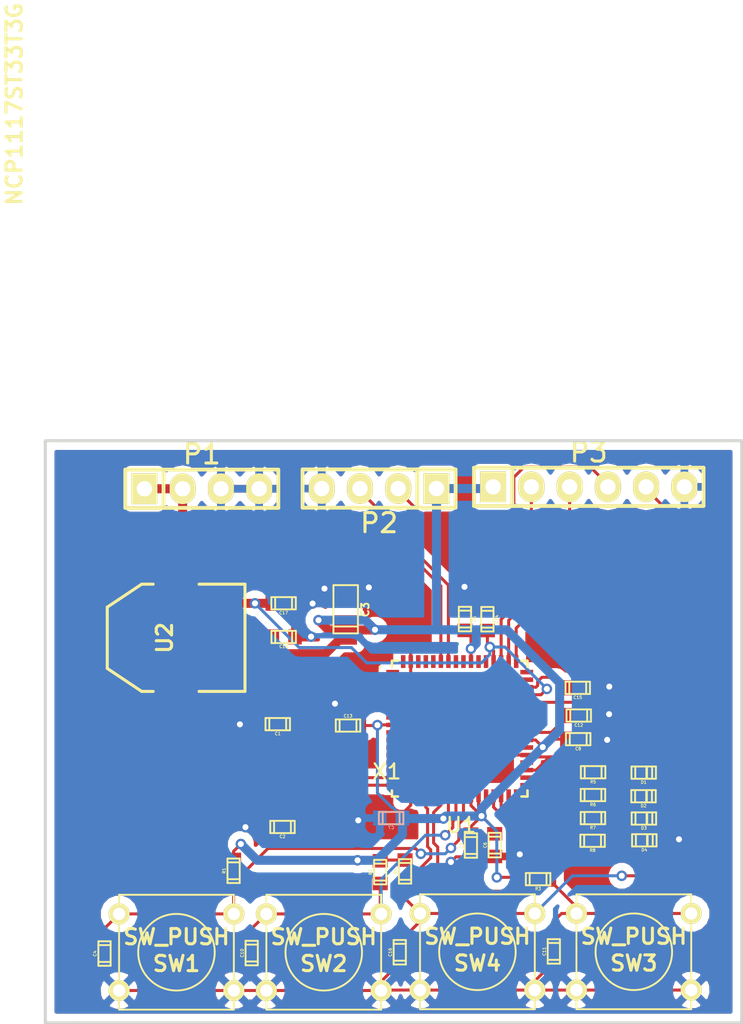
<source format=kicad_pcb>
(kicad_pcb (version 3) (host pcbnew "(2014-jan-25)-product")

  (general
    (links 103)
    (no_connects 0)
    (area 82.195999 99.975999 128.624001 138.784001)
    (thickness 1.6)
    (drawings 6)
    (tracks 360)
    (zones 0)
    (modules 40)
    (nets 59)
  )

  (page A4)
  (layers
    (15 F.Cu signal)
    (0 B.Cu signal)
    (16 B.Adhes user)
    (17 F.Adhes user)
    (18 B.Paste user)
    (19 F.Paste user)
    (20 B.SilkS user)
    (21 F.SilkS user)
    (22 B.Mask user)
    (23 F.Mask user)
    (24 Dwgs.User user)
    (25 Cmts.User user)
    (26 Eco1.User user)
    (27 Eco2.User user)
    (28 Edge.Cuts user)
  )

  (setup
    (last_trace_width 0.2)
    (user_trace_width 0.6)
    (trace_clearance 0.2)
    (zone_clearance 0.508)
    (zone_45_only no)
    (trace_min 0.2)
    (segment_width 0.2)
    (edge_width 0.15)
    (via_size 0.8)
    (via_drill 0.4)
    (via_min_size 0.7)
    (via_min_drill 0.4)
    (uvia_size 0.508)
    (uvia_drill 0.127)
    (uvias_allowed no)
    (uvia_min_size 0.508)
    (uvia_min_drill 0.127)
    (pcb_text_width 0.3)
    (pcb_text_size 1.5 1.5)
    (mod_edge_width 0.15)
    (mod_text_size 1.5 1.5)
    (mod_text_width 0.15)
    (pad_size 1.524 1.524)
    (pad_drill 0.762)
    (pad_to_mask_clearance 0.2)
    (aux_axis_origin 0 0)
    (visible_elements FFFCFF7F)
    (pcbplotparams
      (layerselection 3178497)
      (usegerberextensions true)
      (excludeedgelayer true)
      (linewidth 0.150000)
      (plotframeref false)
      (viasonmask false)
      (mode 1)
      (useauxorigin false)
      (hpglpennumber 1)
      (hpglpenspeed 20)
      (hpglpendiameter 15)
      (hpglpenoverlay 2)
      (psnegative false)
      (psa4output false)
      (plotreference true)
      (plotvalue true)
      (plotinvisibletext false)
      (padsonsilk false)
      (subtractmaskfromsilk false)
      (outputformat 1)
      (mirror false)
      (drillshape 1)
      (scaleselection 1)
      (outputdirectory ""))
  )

  (net 0 "")
  (net 1 GND)
  (net 2 "Net-(C1-Pad2)")
  (net 3 "Net-(C2-Pad2)")
  (net 4 VCC)
  (net 5 /SW_TL)
  (net 6 /SW_TR)
  (net 7 /SW_BL)
  (net 8 "Net-(C12-Pad1)")
  (net 9 +5V)
  (net 10 "Net-(C15-Pad1)")
  (net 11 /MCU_RST_N)
  (net 12 "Net-(D1-Pad1)")
  (net 13 "Net-(D2-Pad1)")
  (net 14 "Net-(D3-Pad1)")
  (net 15 "Net-(D4-Pad1)")
  (net 16 /BOOT_TX)
  (net 17 /BOOT_RX)
  (net 18 /SWDIO)
  (net 19 /SWCLK)
  (net 20 /SWDO)
  (net 21 "Net-(R5-Pad1)")
  (net 22 "Net-(R6-Pad1)")
  (net 23 "Net-(R7-Pad1)")
  (net 24 "Net-(R8-Pad1)")
  (net 25 "Net-(U1-Pad1)")
  (net 26 "Net-(U1-Pad2)")
  (net 27 "Net-(U1-Pad4)")
  (net 28 "Net-(U1-Pad5)")
  (net 29 "Net-(U1-Pad6)")
  (net 30 "Net-(U1-Pad7)")
  (net 31 "Net-(U1-Pad9)")
  (net 32 "Net-(U1-Pad10)")
  (net 33 "Net-(U1-Pad11)")
  (net 34 "Net-(U1-Pad12)")
  (net 35 "Net-(U1-Pad13)")
  (net 36 "Net-(U1-Pad14)")
  (net 37 "Net-(U1-Pad33)")
  (net 38 "Net-(U1-Pad34)")
  (net 39 "Net-(U1-Pad36)")
  (net 40 "Net-(U1-Pad38)")
  (net 41 "Net-(U1-Pad41)")
  (net 42 "Net-(U1-Pad42)")
  (net 43 "Net-(U1-Pad43)")
  (net 44 "Net-(U1-Pad47)")
  (net 45 "Net-(U1-Pad48)")
  (net 46 "Net-(U1-Pad17)")
  (net 47 "Net-(U1-Pad19)")
  (net 48 /SW_BR)
  (net 49 "Net-(U1-Pad28)")
  (net 50 "Net-(U1-Pad53)")
  (net 51 "Net-(U1-Pad54)")
  (net 52 "Net-(U1-Pad56)")
  (net 53 "Net-(U1-Pad57)")
  (net 54 "Net-(U1-Pad60)")
  (net 55 "Net-(U1-Pad61)")
  (net 56 "Net-(U1-Pad62)")
  (net 57 "Net-(U1-Pad64)")
  (net 58 "Net-(X1-Pad3)")

  (net_class Default "This is the default net class."
    (clearance 0.2)
    (trace_width 0.2)
    (via_dia 0.8)
    (via_drill 0.4)
    (uvia_dia 0.508)
    (uvia_drill 0.127)
    (add_net +5V)
    (add_net /BOOT_RX)
    (add_net /BOOT_TX)
    (add_net /MCU_RST_N)
    (add_net /SWCLK)
    (add_net /SWDIO)
    (add_net /SWDO)
    (add_net /SW_BL)
    (add_net /SW_BR)
    (add_net /SW_TL)
    (add_net /SW_TR)
    (add_net GND)
    (add_net "Net-(C1-Pad2)")
    (add_net "Net-(C12-Pad1)")
    (add_net "Net-(C15-Pad1)")
    (add_net "Net-(C2-Pad2)")
    (add_net "Net-(D1-Pad1)")
    (add_net "Net-(D2-Pad1)")
    (add_net "Net-(D3-Pad1)")
    (add_net "Net-(D4-Pad1)")
    (add_net "Net-(R5-Pad1)")
    (add_net "Net-(R6-Pad1)")
    (add_net "Net-(R7-Pad1)")
    (add_net "Net-(R8-Pad1)")
    (add_net "Net-(U1-Pad1)")
    (add_net "Net-(U1-Pad10)")
    (add_net "Net-(U1-Pad11)")
    (add_net "Net-(U1-Pad12)")
    (add_net "Net-(U1-Pad13)")
    (add_net "Net-(U1-Pad14)")
    (add_net "Net-(U1-Pad17)")
    (add_net "Net-(U1-Pad19)")
    (add_net "Net-(U1-Pad2)")
    (add_net "Net-(U1-Pad28)")
    (add_net "Net-(U1-Pad33)")
    (add_net "Net-(U1-Pad34)")
    (add_net "Net-(U1-Pad36)")
    (add_net "Net-(U1-Pad38)")
    (add_net "Net-(U1-Pad4)")
    (add_net "Net-(U1-Pad41)")
    (add_net "Net-(U1-Pad42)")
    (add_net "Net-(U1-Pad43)")
    (add_net "Net-(U1-Pad47)")
    (add_net "Net-(U1-Pad48)")
    (add_net "Net-(U1-Pad5)")
    (add_net "Net-(U1-Pad53)")
    (add_net "Net-(U1-Pad54)")
    (add_net "Net-(U1-Pad56)")
    (add_net "Net-(U1-Pad57)")
    (add_net "Net-(U1-Pad6)")
    (add_net "Net-(U1-Pad60)")
    (add_net "Net-(U1-Pad61)")
    (add_net "Net-(U1-Pad62)")
    (add_net "Net-(U1-Pad64)")
    (add_net "Net-(U1-Pad7)")
    (add_net "Net-(U1-Pad9)")
    (add_net "Net-(X1-Pad3)")
    (add_net VCC)
  )

  (module Capacitors_SMD:c_0603 (layer F.Cu) (tedit 538DBC76) (tstamp 538DBE3B)
    (at 97.72396 118.872 180)
    (descr "SMT capacitor, 0603")
    (path /537FCACE)
    (fp_text reference C1 (at 0 -0.635 180) (layer F.SilkS)
      (effects (font (size 0.20066 0.20066) (thickness 0.04064)))
    )
    (fp_text value 18pF (at 0 0.635 180) (layer F.SilkS) hide
      (effects (font (size 0.20066 0.20066) (thickness 0.04064)))
    )
    (fp_line (start 0.5588 0.4064) (end 0.5588 -0.4064) (layer F.SilkS) (width 0.127))
    (fp_line (start -0.5588 -0.381) (end -0.5588 0.4064) (layer F.SilkS) (width 0.127))
    (fp_line (start -0.8128 -0.4064) (end 0.8128 -0.4064) (layer F.SilkS) (width 0.127))
    (fp_line (start 0.8128 -0.4064) (end 0.8128 0.4064) (layer F.SilkS) (width 0.127))
    (fp_line (start 0.8128 0.4064) (end -0.8128 0.4064) (layer F.SilkS) (width 0.127))
    (fp_line (start -0.8128 0.4064) (end -0.8128 -0.4064) (layer F.SilkS) (width 0.127))
    (pad 1 smd rect (at 0.75184 0 180) (size 0.89916 1.00076) (layers F.Cu F.Paste F.Mask)
      (net 1 GND))
    (pad 2 smd rect (at -0.75184 0 180) (size 0.89916 1.00076) (layers F.Cu F.Paste F.Mask)
      (net 2 "Net-(C1-Pad2)"))
    (model smd/capacitors/c_0603.wrl
      (at (xyz 0 0 0))
      (scale (xyz 1 1 1))
      (rotate (xyz 0 0 0))
    )
  )

  (module Capacitors_SMD:c_0603 (layer F.Cu) (tedit 538DBC76) (tstamp 538DBE47)
    (at 98.03892 125.6919 180)
    (descr "SMT capacitor, 0603")
    (path /537FCB4C)
    (fp_text reference C2 (at 0 -0.635 180) (layer F.SilkS)
      (effects (font (size 0.20066 0.20066) (thickness 0.04064)))
    )
    (fp_text value 18pF (at 0 0.635 180) (layer F.SilkS) hide
      (effects (font (size 0.20066 0.20066) (thickness 0.04064)))
    )
    (fp_line (start 0.5588 0.4064) (end 0.5588 -0.4064) (layer F.SilkS) (width 0.127))
    (fp_line (start -0.5588 -0.381) (end -0.5588 0.4064) (layer F.SilkS) (width 0.127))
    (fp_line (start -0.8128 -0.4064) (end 0.8128 -0.4064) (layer F.SilkS) (width 0.127))
    (fp_line (start 0.8128 -0.4064) (end 0.8128 0.4064) (layer F.SilkS) (width 0.127))
    (fp_line (start 0.8128 0.4064) (end -0.8128 0.4064) (layer F.SilkS) (width 0.127))
    (fp_line (start -0.8128 0.4064) (end -0.8128 -0.4064) (layer F.SilkS) (width 0.127))
    (pad 1 smd rect (at 0.75184 0 180) (size 0.89916 1.00076) (layers F.Cu F.Paste F.Mask)
      (net 1 GND))
    (pad 2 smd rect (at -0.75184 0 180) (size 0.89916 1.00076) (layers F.Cu F.Paste F.Mask)
      (net 3 "Net-(C2-Pad2)"))
    (model smd/capacitors/c_0603.wrl
      (at (xyz 0 0 0))
      (scale (xyz 1 1 1))
      (rotate (xyz 0 0 0))
    )
  )

  (module Capacitors_SMD:c_0603 (layer F.Cu) (tedit 538DBC76) (tstamp 538DBE5F)
    (at 86.22284 134.0866 90)
    (descr "SMT capacitor, 0603")
    (path /53830086)
    (fp_text reference C4 (at 0 -0.635 90) (layer F.SilkS)
      (effects (font (size 0.20066 0.20066) (thickness 0.04064)))
    )
    (fp_text value 100nF (at 0 0.635 90) (layer F.SilkS) hide
      (effects (font (size 0.20066 0.20066) (thickness 0.04064)))
    )
    (fp_line (start 0.5588 0.4064) (end 0.5588 -0.4064) (layer F.SilkS) (width 0.127))
    (fp_line (start -0.5588 -0.381) (end -0.5588 0.4064) (layer F.SilkS) (width 0.127))
    (fp_line (start -0.8128 -0.4064) (end 0.8128 -0.4064) (layer F.SilkS) (width 0.127))
    (fp_line (start 0.8128 -0.4064) (end 0.8128 0.4064) (layer F.SilkS) (width 0.127))
    (fp_line (start 0.8128 0.4064) (end -0.8128 0.4064) (layer F.SilkS) (width 0.127))
    (fp_line (start -0.8128 0.4064) (end -0.8128 -0.4064) (layer F.SilkS) (width 0.127))
    (pad 1 smd rect (at 0.75184 0 90) (size 0.89916 1.00076) (layers F.Cu F.Paste F.Mask)
      (net 5 /SW_TL))
    (pad 2 smd rect (at -0.75184 0 90) (size 0.89916 1.00076) (layers F.Cu F.Paste F.Mask)
      (net 1 GND))
    (model smd/capacitors/c_0603.wrl
      (at (xyz 0 0 0))
      (scale (xyz 1 1 1))
      (rotate (xyz 0 0 0))
    )
  )

  (module Capacitors_SMD:c_0603 (layer F.Cu) (tedit 538DBC76) (tstamp 538DBE6B)
    (at 110.15218 111.90224 270)
    (descr "SMT capacitor, 0603")
    (path /537DCC98)
    (fp_text reference C5 (at 0 -0.635 270) (layer F.SilkS)
      (effects (font (size 0.20066 0.20066) (thickness 0.04064)))
    )
    (fp_text value 100nF (at 0 0.635 270) (layer F.SilkS) hide
      (effects (font (size 0.20066 0.20066) (thickness 0.04064)))
    )
    (fp_line (start 0.5588 0.4064) (end 0.5588 -0.4064) (layer F.SilkS) (width 0.127))
    (fp_line (start -0.5588 -0.381) (end -0.5588 0.4064) (layer F.SilkS) (width 0.127))
    (fp_line (start -0.8128 -0.4064) (end 0.8128 -0.4064) (layer F.SilkS) (width 0.127))
    (fp_line (start 0.8128 -0.4064) (end 0.8128 0.4064) (layer F.SilkS) (width 0.127))
    (fp_line (start 0.8128 0.4064) (end -0.8128 0.4064) (layer F.SilkS) (width 0.127))
    (fp_line (start -0.8128 0.4064) (end -0.8128 -0.4064) (layer F.SilkS) (width 0.127))
    (pad 1 smd rect (at 0.75184 0 270) (size 0.89916 1.00076) (layers F.Cu F.Paste F.Mask)
      (net 4 VCC))
    (pad 2 smd rect (at -0.75184 0 270) (size 0.89916 1.00076) (layers F.Cu F.Paste F.Mask)
      (net 1 GND))
    (model smd/capacitors/c_0603.wrl
      (at (xyz 0 0 0))
      (scale (xyz 1 1 1))
      (rotate (xyz 0 0 0))
    )
  )

  (module Capacitors_SMD:c_0603 (layer F.Cu) (tedit 538DBC76) (tstamp 538DBE77)
    (at 112.12576 126.89586 90)
    (descr "SMT capacitor, 0603")
    (path /537DCC6D)
    (fp_text reference C6 (at 0 -0.635 90) (layer F.SilkS)
      (effects (font (size 0.20066 0.20066) (thickness 0.04064)))
    )
    (fp_text value 100nF (at 0 0.635 90) (layer F.SilkS) hide
      (effects (font (size 0.20066 0.20066) (thickness 0.04064)))
    )
    (fp_line (start 0.5588 0.4064) (end 0.5588 -0.4064) (layer F.SilkS) (width 0.127))
    (fp_line (start -0.5588 -0.381) (end -0.5588 0.4064) (layer F.SilkS) (width 0.127))
    (fp_line (start -0.8128 -0.4064) (end 0.8128 -0.4064) (layer F.SilkS) (width 0.127))
    (fp_line (start 0.8128 -0.4064) (end 0.8128 0.4064) (layer F.SilkS) (width 0.127))
    (fp_line (start 0.8128 0.4064) (end -0.8128 0.4064) (layer F.SilkS) (width 0.127))
    (fp_line (start -0.8128 0.4064) (end -0.8128 -0.4064) (layer F.SilkS) (width 0.127))
    (pad 1 smd rect (at 0.75184 0 90) (size 0.89916 1.00076) (layers F.Cu F.Paste F.Mask)
      (net 4 VCC))
    (pad 2 smd rect (at -0.75184 0 90) (size 0.89916 1.00076) (layers F.Cu F.Paste F.Mask)
      (net 1 GND))
    (model smd/capacitors/c_0603.wrl
      (at (xyz 0 0 0))
      (scale (xyz 1 1 1))
      (rotate (xyz 0 0 0))
    )
  )

  (module Capacitors_SMD:c_0603 (layer B.Cu) (tedit 538DBC76) (tstamp 538DBE83)
    (at 105.25252 125.10262)
    (descr "SMT capacitor, 0603")
    (path /537DCC3D)
    (fp_text reference C7 (at 0 0.635) (layer B.SilkS)
      (effects (font (size 0.20066 0.20066) (thickness 0.04064)) (justify mirror))
    )
    (fp_text value 100nF (at 0 -0.635) (layer B.SilkS) hide
      (effects (font (size 0.20066 0.20066) (thickness 0.04064)) (justify mirror))
    )
    (fp_line (start 0.5588 -0.4064) (end 0.5588 0.4064) (layer B.SilkS) (width 0.127))
    (fp_line (start -0.5588 0.381) (end -0.5588 -0.4064) (layer B.SilkS) (width 0.127))
    (fp_line (start -0.8128 0.4064) (end 0.8128 0.4064) (layer B.SilkS) (width 0.127))
    (fp_line (start 0.8128 0.4064) (end 0.8128 -0.4064) (layer B.SilkS) (width 0.127))
    (fp_line (start 0.8128 -0.4064) (end -0.8128 -0.4064) (layer B.SilkS) (width 0.127))
    (fp_line (start -0.8128 -0.4064) (end -0.8128 0.4064) (layer B.SilkS) (width 0.127))
    (pad 1 smd rect (at 0.75184 0) (size 0.89916 1.00076) (layers B.Cu B.Paste B.Mask)
      (net 4 VCC))
    (pad 2 smd rect (at -0.75184 0) (size 0.89916 1.00076) (layers B.Cu B.Paste B.Mask)
      (net 1 GND))
    (model smd/capacitors/c_0603.wrl
      (at (xyz 0 0 0))
      (scale (xyz 1 1 1))
      (rotate (xyz 0 0 0))
    )
  )

  (module Capacitors_SMD:c_0603 (layer F.Cu) (tedit 538DBC76) (tstamp 538DBE8F)
    (at 117.67058 119.86768 180)
    (descr "SMT capacitor, 0603")
    (path /537DCC14)
    (fp_text reference C8 (at 0 -0.635 180) (layer F.SilkS)
      (effects (font (size 0.20066 0.20066) (thickness 0.04064)))
    )
    (fp_text value 100nF (at 0 0.635 180) (layer F.SilkS) hide
      (effects (font (size 0.20066 0.20066) (thickness 0.04064)))
    )
    (fp_line (start 0.5588 0.4064) (end 0.5588 -0.4064) (layer F.SilkS) (width 0.127))
    (fp_line (start -0.5588 -0.381) (end -0.5588 0.4064) (layer F.SilkS) (width 0.127))
    (fp_line (start -0.8128 -0.4064) (end 0.8128 -0.4064) (layer F.SilkS) (width 0.127))
    (fp_line (start 0.8128 -0.4064) (end 0.8128 0.4064) (layer F.SilkS) (width 0.127))
    (fp_line (start 0.8128 0.4064) (end -0.8128 0.4064) (layer F.SilkS) (width 0.127))
    (fp_line (start -0.8128 0.4064) (end -0.8128 -0.4064) (layer F.SilkS) (width 0.127))
    (pad 1 smd rect (at 0.75184 0 180) (size 0.89916 1.00076) (layers F.Cu F.Paste F.Mask)
      (net 4 VCC))
    (pad 2 smd rect (at -0.75184 0 180) (size 0.89916 1.00076) (layers F.Cu F.Paste F.Mask)
      (net 1 GND))
    (model smd/capacitors/c_0603.wrl
      (at (xyz 0 0 0))
      (scale (xyz 1 1 1))
      (rotate (xyz 0 0 0))
    )
  )

  (module Capacitors_SMD:c_0603 (layer F.Cu) (tedit 538DBC76) (tstamp 538DBE9B)
    (at 110.54842 126.92126 90)
    (descr "SMT capacitor, 0603")
    (path /537DCB28)
    (fp_text reference C9 (at 0 -0.635 90) (layer F.SilkS)
      (effects (font (size 0.20066 0.20066) (thickness 0.04064)))
    )
    (fp_text value 100nF (at 0 0.635 90) (layer F.SilkS) hide
      (effects (font (size 0.20066 0.20066) (thickness 0.04064)))
    )
    (fp_line (start 0.5588 0.4064) (end 0.5588 -0.4064) (layer F.SilkS) (width 0.127))
    (fp_line (start -0.5588 -0.381) (end -0.5588 0.4064) (layer F.SilkS) (width 0.127))
    (fp_line (start -0.8128 -0.4064) (end 0.8128 -0.4064) (layer F.SilkS) (width 0.127))
    (fp_line (start 0.8128 -0.4064) (end 0.8128 0.4064) (layer F.SilkS) (width 0.127))
    (fp_line (start 0.8128 0.4064) (end -0.8128 0.4064) (layer F.SilkS) (width 0.127))
    (fp_line (start -0.8128 0.4064) (end -0.8128 -0.4064) (layer F.SilkS) (width 0.127))
    (pad 1 smd rect (at 0.75184 0 90) (size 0.89916 1.00076) (layers F.Cu F.Paste F.Mask)
      (net 4 VCC))
    (pad 2 smd rect (at -0.75184 0 90) (size 0.89916 1.00076) (layers F.Cu F.Paste F.Mask)
      (net 1 GND))
    (model smd/capacitors/c_0603.wrl
      (at (xyz 0 0 0))
      (scale (xyz 1 1 1))
      (rotate (xyz 0 0 0))
    )
  )

  (module Capacitors_SMD:c_0603 (layer F.Cu) (tedit 538DBC76) (tstamp 538DBEA7)
    (at 95.99422 134.05612 90)
    (descr "SMT capacitor, 0603")
    (path /538300B7)
    (fp_text reference C10 (at 0 -0.635 90) (layer F.SilkS)
      (effects (font (size 0.20066 0.20066) (thickness 0.04064)))
    )
    (fp_text value 100nF (at 0 0.635 90) (layer F.SilkS) hide
      (effects (font (size 0.20066 0.20066) (thickness 0.04064)))
    )
    (fp_line (start 0.5588 0.4064) (end 0.5588 -0.4064) (layer F.SilkS) (width 0.127))
    (fp_line (start -0.5588 -0.381) (end -0.5588 0.4064) (layer F.SilkS) (width 0.127))
    (fp_line (start -0.8128 -0.4064) (end 0.8128 -0.4064) (layer F.SilkS) (width 0.127))
    (fp_line (start 0.8128 -0.4064) (end 0.8128 0.4064) (layer F.SilkS) (width 0.127))
    (fp_line (start 0.8128 0.4064) (end -0.8128 0.4064) (layer F.SilkS) (width 0.127))
    (fp_line (start -0.8128 0.4064) (end -0.8128 -0.4064) (layer F.SilkS) (width 0.127))
    (pad 1 smd rect (at 0.75184 0 90) (size 0.89916 1.00076) (layers F.Cu F.Paste F.Mask)
      (net 6 /SW_TR))
    (pad 2 smd rect (at -0.75184 0 90) (size 0.89916 1.00076) (layers F.Cu F.Paste F.Mask)
      (net 1 GND))
    (model smd/capacitors/c_0603.wrl
      (at (xyz 0 0 0))
      (scale (xyz 1 1 1))
      (rotate (xyz 0 0 0))
    )
  )

  (module Capacitors_SMD:c_0603 (layer F.Cu) (tedit 538DBC76) (tstamp 538DBEB3)
    (at 116.0526 133.9469 90)
    (descr "SMT capacitor, 0603")
    (path /538300E8)
    (fp_text reference C11 (at 0 -0.635 90) (layer F.SilkS)
      (effects (font (size 0.20066 0.20066) (thickness 0.04064)))
    )
    (fp_text value 100nF (at 0 0.635 90) (layer F.SilkS) hide
      (effects (font (size 0.20066 0.20066) (thickness 0.04064)))
    )
    (fp_line (start 0.5588 0.4064) (end 0.5588 -0.4064) (layer F.SilkS) (width 0.127))
    (fp_line (start -0.5588 -0.381) (end -0.5588 0.4064) (layer F.SilkS) (width 0.127))
    (fp_line (start -0.8128 -0.4064) (end 0.8128 -0.4064) (layer F.SilkS) (width 0.127))
    (fp_line (start 0.8128 -0.4064) (end 0.8128 0.4064) (layer F.SilkS) (width 0.127))
    (fp_line (start 0.8128 0.4064) (end -0.8128 0.4064) (layer F.SilkS) (width 0.127))
    (fp_line (start -0.8128 0.4064) (end -0.8128 -0.4064) (layer F.SilkS) (width 0.127))
    (pad 1 smd rect (at 0.75184 0 90) (size 0.89916 1.00076) (layers F.Cu F.Paste F.Mask)
      (net 7 /SW_BL))
    (pad 2 smd rect (at -0.75184 0 90) (size 0.89916 1.00076) (layers F.Cu F.Paste F.Mask)
      (net 1 GND))
    (model smd/capacitors/c_0603.wrl
      (at (xyz 0 0 0))
      (scale (xyz 1 1 1))
      (rotate (xyz 0 0 0))
    )
  )

  (module Capacitors_SMD:c_0603 (layer F.Cu) (tedit 538DBC76) (tstamp 538DBEBF)
    (at 117.70614 118.3005 180)
    (descr "SMT capacitor, 0603")
    (path /537DCCC0)
    (fp_text reference C12 (at 0 -0.635 180) (layer F.SilkS)
      (effects (font (size 0.20066 0.20066) (thickness 0.04064)))
    )
    (fp_text value 1uF (at 0 0.635 180) (layer F.SilkS) hide
      (effects (font (size 0.20066 0.20066) (thickness 0.04064)))
    )
    (fp_line (start 0.5588 0.4064) (end 0.5588 -0.4064) (layer F.SilkS) (width 0.127))
    (fp_line (start -0.5588 -0.381) (end -0.5588 0.4064) (layer F.SilkS) (width 0.127))
    (fp_line (start -0.8128 -0.4064) (end 0.8128 -0.4064) (layer F.SilkS) (width 0.127))
    (fp_line (start 0.8128 -0.4064) (end 0.8128 0.4064) (layer F.SilkS) (width 0.127))
    (fp_line (start 0.8128 0.4064) (end -0.8128 0.4064) (layer F.SilkS) (width 0.127))
    (fp_line (start -0.8128 0.4064) (end -0.8128 -0.4064) (layer F.SilkS) (width 0.127))
    (pad 1 smd rect (at 0.75184 0 180) (size 0.89916 1.00076) (layers F.Cu F.Paste F.Mask)
      (net 8 "Net-(C12-Pad1)"))
    (pad 2 smd rect (at -0.75184 0 180) (size 0.89916 1.00076) (layers F.Cu F.Paste F.Mask)
      (net 1 GND))
    (model smd/capacitors/c_0603.wrl
      (at (xyz 0 0 0))
      (scale (xyz 1 1 1))
      (rotate (xyz 0 0 0))
    )
  )

  (module Capacitors_SMD:c_0603 (layer F.Cu) (tedit 538DBC76) (tstamp 538DBECB)
    (at 102.38994 118.96344)
    (descr "SMT capacitor, 0603")
    (path /537DCD31)
    (fp_text reference C13 (at 0 -0.635) (layer F.SilkS)
      (effects (font (size 0.20066 0.20066) (thickness 0.04064)))
    )
    (fp_text value 100nF (at 0 0.635) (layer F.SilkS) hide
      (effects (font (size 0.20066 0.20066) (thickness 0.04064)))
    )
    (fp_line (start 0.5588 0.4064) (end 0.5588 -0.4064) (layer F.SilkS) (width 0.127))
    (fp_line (start -0.5588 -0.381) (end -0.5588 0.4064) (layer F.SilkS) (width 0.127))
    (fp_line (start -0.8128 -0.4064) (end 0.8128 -0.4064) (layer F.SilkS) (width 0.127))
    (fp_line (start 0.8128 -0.4064) (end 0.8128 0.4064) (layer F.SilkS) (width 0.127))
    (fp_line (start 0.8128 0.4064) (end -0.8128 0.4064) (layer F.SilkS) (width 0.127))
    (fp_line (start -0.8128 0.4064) (end -0.8128 -0.4064) (layer F.SilkS) (width 0.127))
    (pad 1 smd rect (at 0.75184 0) (size 0.89916 1.00076) (layers F.Cu F.Paste F.Mask)
      (net 4 VCC))
    (pad 2 smd rect (at -0.75184 0) (size 0.89916 1.00076) (layers F.Cu F.Paste F.Mask)
      (net 1 GND))
    (model smd/capacitors/c_0603.wrl
      (at (xyz 0 0 0))
      (scale (xyz 1 1 1))
      (rotate (xyz 0 0 0))
    )
  )

  (module Capacitors_SMD:c_0603 (layer F.Cu) (tedit 538DBC76) (tstamp 538DBED7)
    (at 111.64316 111.9124 270)
    (descr "SMT capacitor, 0603")
    (path /537D2590)
    (fp_text reference C14 (at 0 -0.635 270) (layer F.SilkS)
      (effects (font (size 0.20066 0.20066) (thickness 0.04064)))
    )
    (fp_text value 4.7uF (at 0 0.635 270) (layer F.SilkS) hide
      (effects (font (size 0.20066 0.20066) (thickness 0.04064)))
    )
    (fp_line (start 0.5588 0.4064) (end 0.5588 -0.4064) (layer F.SilkS) (width 0.127))
    (fp_line (start -0.5588 -0.381) (end -0.5588 0.4064) (layer F.SilkS) (width 0.127))
    (fp_line (start -0.8128 -0.4064) (end 0.8128 -0.4064) (layer F.SilkS) (width 0.127))
    (fp_line (start 0.8128 -0.4064) (end 0.8128 0.4064) (layer F.SilkS) (width 0.127))
    (fp_line (start 0.8128 0.4064) (end -0.8128 0.4064) (layer F.SilkS) (width 0.127))
    (fp_line (start -0.8128 0.4064) (end -0.8128 -0.4064) (layer F.SilkS) (width 0.127))
    (pad 1 smd rect (at 0.75184 0 270) (size 0.89916 1.00076) (layers F.Cu F.Paste F.Mask)
      (net 9 +5V))
    (pad 2 smd rect (at -0.75184 0 270) (size 0.89916 1.00076) (layers F.Cu F.Paste F.Mask)
      (net 1 GND))
    (model smd/capacitors/c_0603.wrl
      (at (xyz 0 0 0))
      (scale (xyz 1 1 1))
      (rotate (xyz 0 0 0))
    )
  )

  (module Capacitors_SMD:c_0603 (layer F.Cu) (tedit 538DBC76) (tstamp 538DBEE3)
    (at 117.6401 116.46408 180)
    (descr "SMT capacitor, 0603")
    (path /537D25C8)
    (fp_text reference C15 (at 0 -0.635 180) (layer F.SilkS)
      (effects (font (size 0.20066 0.20066) (thickness 0.04064)))
    )
    (fp_text value 1uF (at 0 0.635 180) (layer F.SilkS) hide
      (effects (font (size 0.20066 0.20066) (thickness 0.04064)))
    )
    (fp_line (start 0.5588 0.4064) (end 0.5588 -0.4064) (layer F.SilkS) (width 0.127))
    (fp_line (start -0.5588 -0.381) (end -0.5588 0.4064) (layer F.SilkS) (width 0.127))
    (fp_line (start -0.8128 -0.4064) (end 0.8128 -0.4064) (layer F.SilkS) (width 0.127))
    (fp_line (start 0.8128 -0.4064) (end 0.8128 0.4064) (layer F.SilkS) (width 0.127))
    (fp_line (start 0.8128 0.4064) (end -0.8128 0.4064) (layer F.SilkS) (width 0.127))
    (fp_line (start -0.8128 0.4064) (end -0.8128 -0.4064) (layer F.SilkS) (width 0.127))
    (pad 1 smd rect (at 0.75184 0 180) (size 0.89916 1.00076) (layers F.Cu F.Paste F.Mask)
      (net 10 "Net-(C15-Pad1)"))
    (pad 2 smd rect (at -0.75184 0 180) (size 0.89916 1.00076) (layers F.Cu F.Paste F.Mask)
      (net 1 GND))
    (model smd/capacitors/c_0603.wrl
      (at (xyz 0 0 0))
      (scale (xyz 1 1 1))
      (rotate (xyz 0 0 0))
    )
  )

  (module Capacitors_SMD:c_0603 (layer F.Cu) (tedit 538DBC76) (tstamp 538DBEEF)
    (at 105.82402 134.00278 90)
    (descr "SMT capacitor, 0603")
    (path /538C8EA6)
    (fp_text reference C16 (at 0 -0.635 90) (layer F.SilkS)
      (effects (font (size 0.20066 0.20066) (thickness 0.04064)))
    )
    (fp_text value 100nF (at 0 0.635 90) (layer F.SilkS) hide
      (effects (font (size 0.20066 0.20066) (thickness 0.04064)))
    )
    (fp_line (start 0.5588 0.4064) (end 0.5588 -0.4064) (layer F.SilkS) (width 0.127))
    (fp_line (start -0.5588 -0.381) (end -0.5588 0.4064) (layer F.SilkS) (width 0.127))
    (fp_line (start -0.8128 -0.4064) (end 0.8128 -0.4064) (layer F.SilkS) (width 0.127))
    (fp_line (start 0.8128 -0.4064) (end 0.8128 0.4064) (layer F.SilkS) (width 0.127))
    (fp_line (start 0.8128 0.4064) (end -0.8128 0.4064) (layer F.SilkS) (width 0.127))
    (fp_line (start -0.8128 0.4064) (end -0.8128 -0.4064) (layer F.SilkS) (width 0.127))
    (pad 1 smd rect (at 0.75184 0 90) (size 0.89916 1.00076) (layers F.Cu F.Paste F.Mask)
      (net 11 /MCU_RST_N))
    (pad 2 smd rect (at -0.75184 0 90) (size 0.89916 1.00076) (layers F.Cu F.Paste F.Mask)
      (net 1 GND))
    (model smd/capacitors/c_0603.wrl
      (at (xyz 0 0 0))
      (scale (xyz 1 1 1))
      (rotate (xyz 0 0 0))
    )
  )

  (module Capacitors_SMD:c_0603 (layer F.Cu) (tedit 538DBC76) (tstamp 538DBEFB)
    (at 98.11258 110.85322 180)
    (descr "SMT capacitor, 0603")
    (path /538C9E1B)
    (fp_text reference C17 (at 0 -0.635 180) (layer F.SilkS)
      (effects (font (size 0.20066 0.20066) (thickness 0.04064)))
    )
    (fp_text value 4.7uF (at 0 0.635 180) (layer F.SilkS) hide
      (effects (font (size 0.20066 0.20066) (thickness 0.04064)))
    )
    (fp_line (start 0.5588 0.4064) (end 0.5588 -0.4064) (layer F.SilkS) (width 0.127))
    (fp_line (start -0.5588 -0.381) (end -0.5588 0.4064) (layer F.SilkS) (width 0.127))
    (fp_line (start -0.8128 -0.4064) (end 0.8128 -0.4064) (layer F.SilkS) (width 0.127))
    (fp_line (start 0.8128 -0.4064) (end 0.8128 0.4064) (layer F.SilkS) (width 0.127))
    (fp_line (start 0.8128 0.4064) (end -0.8128 0.4064) (layer F.SilkS) (width 0.127))
    (fp_line (start -0.8128 0.4064) (end -0.8128 -0.4064) (layer F.SilkS) (width 0.127))
    (pad 1 smd rect (at 0.75184 0 180) (size 0.89916 1.00076) (layers F.Cu F.Paste F.Mask)
      (net 9 +5V))
    (pad 2 smd rect (at -0.75184 0 180) (size 0.89916 1.00076) (layers F.Cu F.Paste F.Mask)
      (net 1 GND))
    (model smd/capacitors/c_0603.wrl
      (at (xyz 0 0 0))
      (scale (xyz 1 1 1))
      (rotate (xyz 0 0 0))
    )
  )

  (module Capacitors_SMD:c_0603 (layer F.Cu) (tedit 538DBC76) (tstamp 538DBF07)
    (at 98.11766 113.08842 180)
    (descr "SMT capacitor, 0603")
    (path /538C9FD4)
    (fp_text reference C18 (at 0 -0.635 180) (layer F.SilkS)
      (effects (font (size 0.20066 0.20066) (thickness 0.04064)))
    )
    (fp_text value 4.7uF (at 0 0.635 180) (layer F.SilkS) hide
      (effects (font (size 0.20066 0.20066) (thickness 0.04064)))
    )
    (fp_line (start 0.5588 0.4064) (end 0.5588 -0.4064) (layer F.SilkS) (width 0.127))
    (fp_line (start -0.5588 -0.381) (end -0.5588 0.4064) (layer F.SilkS) (width 0.127))
    (fp_line (start -0.8128 -0.4064) (end 0.8128 -0.4064) (layer F.SilkS) (width 0.127))
    (fp_line (start 0.8128 -0.4064) (end 0.8128 0.4064) (layer F.SilkS) (width 0.127))
    (fp_line (start 0.8128 0.4064) (end -0.8128 0.4064) (layer F.SilkS) (width 0.127))
    (fp_line (start -0.8128 0.4064) (end -0.8128 -0.4064) (layer F.SilkS) (width 0.127))
    (pad 1 smd rect (at 0.75184 0 180) (size 0.89916 1.00076) (layers F.Cu F.Paste F.Mask)
      (net 4 VCC))
    (pad 2 smd rect (at -0.75184 0 180) (size 0.89916 1.00076) (layers F.Cu F.Paste F.Mask)
      (net 1 GND))
    (model smd/capacitors/c_0603.wrl
      (at (xyz 0 0 0))
      (scale (xyz 1 1 1))
      (rotate (xyz 0 0 0))
    )
  )

  (module freewatch:d_0603 (layer F.Cu) (tedit 538DBC73) (tstamp 538DBF14)
    (at 122.01906 122.08764 180)
    (descr "SMD diode, 0603")
    (path /5383CA02)
    (fp_text reference D1 (at 0 -0.635 180) (layer F.SilkS)
      (effects (font (size 0.20066 0.20066) (thickness 0.04064)))
    )
    (fp_text value LED_STD (at 0 0.635 180) (layer F.SilkS) hide
      (effects (font (size 0.20066 0.20066) (thickness 0.04064)))
    )
    (fp_line (start -0.2 -0.3) (end -0.2 0.3) (layer F.SilkS) (width 0.17))
    (fp_line (start 0.5588 0.4064) (end 0.5588 -0.4064) (layer F.SilkS) (width 0.127))
    (fp_line (start -0.5588 -0.381) (end -0.5588 0.4064) (layer F.SilkS) (width 0.127))
    (fp_line (start -0.8128 -0.4064) (end 0.8128 -0.4064) (layer F.SilkS) (width 0.127))
    (fp_line (start 0.8128 -0.4064) (end 0.8128 0.4064) (layer F.SilkS) (width 0.127))
    (fp_line (start 0.8128 0.4064) (end -0.8128 0.4064) (layer F.SilkS) (width 0.127))
    (fp_line (start -0.8128 0.4064) (end -0.8128 -0.4064) (layer F.SilkS) (width 0.127))
    (pad 1 smd rect (at 0.75184 0 180) (size 0.89916 1.00076) (layers F.Cu F.Paste F.Mask)
      (net 12 "Net-(D1-Pad1)"))
    (pad 2 smd rect (at -0.75184 0 180) (size 0.89916 1.00076) (layers F.Cu F.Paste F.Mask)
      (net 1 GND))
  )

  (module freewatch:d_0603 (layer F.Cu) (tedit 538DBC73) (tstamp 538DBF21)
    (at 122.0089 123.65228 180)
    (descr "SMD diode, 0603")
    (path /5383CB1F)
    (fp_text reference D2 (at 0 -0.635 180) (layer F.SilkS)
      (effects (font (size 0.20066 0.20066) (thickness 0.04064)))
    )
    (fp_text value LED_STD (at 0 0.635 180) (layer F.SilkS) hide
      (effects (font (size 0.20066 0.20066) (thickness 0.04064)))
    )
    (fp_line (start -0.2 -0.3) (end -0.2 0.3) (layer F.SilkS) (width 0.17))
    (fp_line (start 0.5588 0.4064) (end 0.5588 -0.4064) (layer F.SilkS) (width 0.127))
    (fp_line (start -0.5588 -0.381) (end -0.5588 0.4064) (layer F.SilkS) (width 0.127))
    (fp_line (start -0.8128 -0.4064) (end 0.8128 -0.4064) (layer F.SilkS) (width 0.127))
    (fp_line (start 0.8128 -0.4064) (end 0.8128 0.4064) (layer F.SilkS) (width 0.127))
    (fp_line (start 0.8128 0.4064) (end -0.8128 0.4064) (layer F.SilkS) (width 0.127))
    (fp_line (start -0.8128 0.4064) (end -0.8128 -0.4064) (layer F.SilkS) (width 0.127))
    (pad 1 smd rect (at 0.75184 0 180) (size 0.89916 1.00076) (layers F.Cu F.Paste F.Mask)
      (net 13 "Net-(D2-Pad1)"))
    (pad 2 smd rect (at -0.75184 0 180) (size 0.89916 1.00076) (layers F.Cu F.Paste F.Mask)
      (net 1 GND))
  )

  (module freewatch:d_0603 (layer F.Cu) (tedit 538DBC73) (tstamp 538DBF2E)
    (at 122.03176 125.13056 180)
    (descr "SMD diode, 0603")
    (path /5383CB69)
    (fp_text reference D3 (at 0 -0.635 180) (layer F.SilkS)
      (effects (font (size 0.20066 0.20066) (thickness 0.04064)))
    )
    (fp_text value LED_STD (at 0 0.635 180) (layer F.SilkS) hide
      (effects (font (size 0.20066 0.20066) (thickness 0.04064)))
    )
    (fp_line (start -0.2 -0.3) (end -0.2 0.3) (layer F.SilkS) (width 0.17))
    (fp_line (start 0.5588 0.4064) (end 0.5588 -0.4064) (layer F.SilkS) (width 0.127))
    (fp_line (start -0.5588 -0.381) (end -0.5588 0.4064) (layer F.SilkS) (width 0.127))
    (fp_line (start -0.8128 -0.4064) (end 0.8128 -0.4064) (layer F.SilkS) (width 0.127))
    (fp_line (start 0.8128 -0.4064) (end 0.8128 0.4064) (layer F.SilkS) (width 0.127))
    (fp_line (start 0.8128 0.4064) (end -0.8128 0.4064) (layer F.SilkS) (width 0.127))
    (fp_line (start -0.8128 0.4064) (end -0.8128 -0.4064) (layer F.SilkS) (width 0.127))
    (pad 1 smd rect (at 0.75184 0 180) (size 0.89916 1.00076) (layers F.Cu F.Paste F.Mask)
      (net 14 "Net-(D3-Pad1)"))
    (pad 2 smd rect (at -0.75184 0 180) (size 0.89916 1.00076) (layers F.Cu F.Paste F.Mask)
      (net 1 GND))
  )

  (module freewatch:d_0603 (layer F.Cu) (tedit 538DBC73) (tstamp 538DBF3B)
    (at 122.0597 126.57836 180)
    (descr "SMD diode, 0603")
    (path /5383CBB0)
    (fp_text reference D4 (at 0 -0.635 180) (layer F.SilkS)
      (effects (font (size 0.20066 0.20066) (thickness 0.04064)))
    )
    (fp_text value LED_STD (at 0 0.635 180) (layer F.SilkS) hide
      (effects (font (size 0.20066 0.20066) (thickness 0.04064)))
    )
    (fp_line (start -0.2 -0.3) (end -0.2 0.3) (layer F.SilkS) (width 0.17))
    (fp_line (start 0.5588 0.4064) (end 0.5588 -0.4064) (layer F.SilkS) (width 0.127))
    (fp_line (start -0.5588 -0.381) (end -0.5588 0.4064) (layer F.SilkS) (width 0.127))
    (fp_line (start -0.8128 -0.4064) (end 0.8128 -0.4064) (layer F.SilkS) (width 0.127))
    (fp_line (start 0.8128 -0.4064) (end 0.8128 0.4064) (layer F.SilkS) (width 0.127))
    (fp_line (start 0.8128 0.4064) (end -0.8128 0.4064) (layer F.SilkS) (width 0.127))
    (fp_line (start -0.8128 0.4064) (end -0.8128 -0.4064) (layer F.SilkS) (width 0.127))
    (pad 1 smd rect (at 0.75184 0 180) (size 0.89916 1.00076) (layers F.Cu F.Paste F.Mask)
      (net 15 "Net-(D4-Pad1)"))
    (pad 2 smd rect (at -0.75184 0 180) (size 0.89916 1.00076) (layers F.Cu F.Paste F.Mask)
      (net 1 GND))
  )

  (module Pin_Headers:Pin_Header_Straight_1x04 (layer F.Cu) (tedit 538DBC75) (tstamp 538DBF4A)
    (at 92.68206 103.25862)
    (descr "1 pin")
    (tags "CONN DEV")
    (path /538CB756)
    (fp_text reference P1 (at 0 -2.286) (layer F.SilkS)
      (effects (font (size 1.27 1.27) (thickness 0.2032)))
    )
    (fp_text value CONN_4 (at 0 0) (layer F.SilkS) hide
      (effects (font (size 1.27 1.27) (thickness 0.2032)))
    )
    (fp_line (start -2.54 1.27) (end 5.08 1.27) (layer F.SilkS) (width 0.254))
    (fp_line (start -2.54 -1.27) (end 5.08 -1.27) (layer F.SilkS) (width 0.254))
    (fp_line (start -5.08 -1.27) (end -2.54 -1.27) (layer F.SilkS) (width 0.254))
    (fp_line (start 5.08 1.27) (end 5.08 -1.27) (layer F.SilkS) (width 0.254))
    (fp_line (start -2.54 -1.27) (end -2.54 1.27) (layer F.SilkS) (width 0.254))
    (fp_line (start -5.08 -1.27) (end -5.08 1.27) (layer F.SilkS) (width 0.254))
    (fp_line (start -5.08 1.27) (end -2.54 1.27) (layer F.SilkS) (width 0.254))
    (pad 1 thru_hole rect (at -3.81 0) (size 1.7272 2.032) (drill 1.016) (layers *.Cu *.Mask F.SilkS)
      (net 9 +5V))
    (pad 2 thru_hole oval (at -1.27 0) (size 1.7272 2.032) (drill 1.016) (layers *.Cu *.Mask F.SilkS)
      (net 9 +5V))
    (pad 3 thru_hole oval (at 1.27 0) (size 1.7272 2.032) (drill 1.016) (layers *.Cu *.Mask F.SilkS)
      (net 1 GND))
    (pad 4 thru_hole oval (at 3.81 0) (size 1.7272 2.032) (drill 1.016) (layers *.Cu *.Mask F.SilkS)
      (net 1 GND))
    (model Pin_Headers/Pin_Header_Straight_1x04.wrl
      (at (xyz 0 0 0))
      (scale (xyz 1 1 1))
      (rotate (xyz 0 0 0))
    )
  )

  (module Pin_Headers:Pin_Header_Straight_1x04 (layer F.Cu) (tedit 538DBC75) (tstamp 538DBF59)
    (at 104.45242 103.24592 180)
    (descr "1 pin")
    (tags "CONN DEV")
    (path /538CAF1C)
    (fp_text reference P2 (at 0 -2.286 180) (layer F.SilkS)
      (effects (font (size 1.27 1.27) (thickness 0.2032)))
    )
    (fp_text value CONN_4 (at 0 0 180) (layer F.SilkS) hide
      (effects (font (size 1.27 1.27) (thickness 0.2032)))
    )
    (fp_line (start -2.54 1.27) (end 5.08 1.27) (layer F.SilkS) (width 0.254))
    (fp_line (start -2.54 -1.27) (end 5.08 -1.27) (layer F.SilkS) (width 0.254))
    (fp_line (start -5.08 -1.27) (end -2.54 -1.27) (layer F.SilkS) (width 0.254))
    (fp_line (start 5.08 1.27) (end 5.08 -1.27) (layer F.SilkS) (width 0.254))
    (fp_line (start -2.54 -1.27) (end -2.54 1.27) (layer F.SilkS) (width 0.254))
    (fp_line (start -5.08 -1.27) (end -5.08 1.27) (layer F.SilkS) (width 0.254))
    (fp_line (start -5.08 1.27) (end -2.54 1.27) (layer F.SilkS) (width 0.254))
    (pad 1 thru_hole rect (at -3.81 0 180) (size 1.7272 2.032) (drill 1.016) (layers *.Cu *.Mask F.SilkS)
      (net 4 VCC))
    (pad 2 thru_hole oval (at -1.27 0 180) (size 1.7272 2.032) (drill 1.016) (layers *.Cu *.Mask F.SilkS)
      (net 16 /BOOT_TX))
    (pad 3 thru_hole oval (at 1.27 0 180) (size 1.7272 2.032) (drill 1.016) (layers *.Cu *.Mask F.SilkS)
      (net 17 /BOOT_RX))
    (pad 4 thru_hole oval (at 3.81 0 180) (size 1.7272 2.032) (drill 1.016) (layers *.Cu *.Mask F.SilkS)
      (net 1 GND))
    (model Pin_Headers/Pin_Header_Straight_1x04.wrl
      (at (xyz 0 0 0))
      (scale (xyz 1 1 1))
      (rotate (xyz 0 0 0))
    )
  )

  (module Pin_Headers:Pin_Header_Straight_1x06 (layer F.Cu) (tedit 538DBC75) (tstamp 538DBD39)
    (at 118.37162 103.13162)
    (descr "1 pin")
    (tags "CONN DEV")
    (path /5382C001)
    (fp_text reference P3 (at 0 -2.286) (layer F.SilkS)
      (effects (font (size 1.27 1.27) (thickness 0.2032)))
    )
    (fp_text value CONN_6 (at 0 0) (layer F.SilkS) hide
      (effects (font (size 1.27 1.27) (thickness 0.2032)))
    )
    (fp_line (start -5.08 -1.27) (end 7.62 -1.27) (layer F.SilkS) (width 0.254))
    (fp_line (start 7.62 -1.27) (end 7.62 1.27) (layer F.SilkS) (width 0.254))
    (fp_line (start 7.62 1.27) (end -5.08 1.27) (layer F.SilkS) (width 0.254))
    (fp_line (start -7.62 -1.27) (end -5.08 -1.27) (layer F.SilkS) (width 0.254))
    (fp_line (start -5.08 -1.27) (end -5.08 1.27) (layer F.SilkS) (width 0.254))
    (fp_line (start -7.62 -1.27) (end -7.62 1.27) (layer F.SilkS) (width 0.254))
    (fp_line (start -7.62 1.27) (end -5.08 1.27) (layer F.SilkS) (width 0.254))
    (pad 1 thru_hole rect (at -6.35 0) (size 1.7272 2.032) (drill 1.016) (layers *.Cu *.Mask F.SilkS)
      (net 4 VCC))
    (pad 2 thru_hole oval (at -3.81 0) (size 1.7272 2.032) (drill 1.016) (layers *.Cu *.Mask F.SilkS)
      (net 18 /SWDIO))
    (pad 3 thru_hole oval (at -1.27 0) (size 1.7272 2.032) (drill 1.016) (layers *.Cu *.Mask F.SilkS)
      (net 19 /SWCLK))
    (pad 4 thru_hole oval (at 1.27 0) (size 1.7272 2.032) (drill 1.016) (layers *.Cu *.Mask F.SilkS)
      (net 20 /SWDO))
    (pad 5 thru_hole oval (at 3.81 0) (size 1.7272 2.032) (drill 1.016) (layers *.Cu *.Mask F.SilkS)
      (net 11 /MCU_RST_N))
    (pad 6 thru_hole oval (at 6.35 0) (size 1.7272 2.032) (drill 1.016) (layers *.Cu *.Mask F.SilkS)
      (net 1 GND))
    (model Pin_Headers/Pin_Header_Straight_1x06.wrl
      (at (xyz 0 0 0))
      (scale (xyz 1 1 1))
      (rotate (xyz 0 0 0))
    )
  )

  (module freewatch:r_0603 (layer F.Cu) (tedit 538DBC73) (tstamp 538DBF76)
    (at 94.7928 128.59766 90)
    (descr "SMD resistor, 0603")
    (path /53830093)
    (fp_text reference R1 (at 0 -0.635 90) (layer F.SilkS)
      (effects (font (size 0.20066 0.20066) (thickness 0.04064)))
    )
    (fp_text value 100k (at 0 0.635 90) (layer F.SilkS) hide
      (effects (font (size 0.20066 0.20066) (thickness 0.04064)))
    )
    (fp_line (start 0.5588 0.4064) (end 0.5588 -0.4064) (layer F.SilkS) (width 0.127))
    (fp_line (start -0.5588 -0.381) (end -0.5588 0.4064) (layer F.SilkS) (width 0.127))
    (fp_line (start -0.8128 -0.4064) (end 0.8128 -0.4064) (layer F.SilkS) (width 0.127))
    (fp_line (start 0.8128 -0.4064) (end 0.8128 0.4064) (layer F.SilkS) (width 0.127))
    (fp_line (start 0.8128 0.4064) (end -0.8128 0.4064) (layer F.SilkS) (width 0.127))
    (fp_line (start -0.8128 0.4064) (end -0.8128 -0.4064) (layer F.SilkS) (width 0.127))
    (pad 1 smd rect (at 0.75184 0 90) (size 0.89916 1.00076) (layers F.Cu F.Paste F.Mask)
      (net 4 VCC))
    (pad 2 smd rect (at -0.75184 0 90) (size 0.89916 1.00076) (layers F.Cu F.Paste F.Mask)
      (net 5 /SW_TL))
  )

  (module freewatch:r_0603 (layer F.Cu) (tedit 538DBC73) (tstamp 538DBF82)
    (at 104.52608 128.68656 90)
    (descr "SMD resistor, 0603")
    (path /538300C4)
    (fp_text reference R2 (at 0 -0.635 90) (layer F.SilkS)
      (effects (font (size 0.20066 0.20066) (thickness 0.04064)))
    )
    (fp_text value 100k (at 0 0.635 90) (layer F.SilkS) hide
      (effects (font (size 0.20066 0.20066) (thickness 0.04064)))
    )
    (fp_line (start 0.5588 0.4064) (end 0.5588 -0.4064) (layer F.SilkS) (width 0.127))
    (fp_line (start -0.5588 -0.381) (end -0.5588 0.4064) (layer F.SilkS) (width 0.127))
    (fp_line (start -0.8128 -0.4064) (end 0.8128 -0.4064) (layer F.SilkS) (width 0.127))
    (fp_line (start 0.8128 -0.4064) (end 0.8128 0.4064) (layer F.SilkS) (width 0.127))
    (fp_line (start 0.8128 0.4064) (end -0.8128 0.4064) (layer F.SilkS) (width 0.127))
    (fp_line (start -0.8128 0.4064) (end -0.8128 -0.4064) (layer F.SilkS) (width 0.127))
    (pad 1 smd rect (at 0.75184 0 90) (size 0.89916 1.00076) (layers F.Cu F.Paste F.Mask)
      (net 4 VCC))
    (pad 2 smd rect (at -0.75184 0 90) (size 0.89916 1.00076) (layers F.Cu F.Paste F.Mask)
      (net 6 /SW_TR))
  )

  (module freewatch:r_0603 (layer F.Cu) (tedit 538DBC73) (tstamp 538DBF8E)
    (at 115.00866 129.15392 180)
    (descr "SMD resistor, 0603")
    (path /538300F5)
    (fp_text reference R3 (at 0 -0.635 180) (layer F.SilkS)
      (effects (font (size 0.20066 0.20066) (thickness 0.04064)))
    )
    (fp_text value 100k (at 0 0.635 180) (layer F.SilkS) hide
      (effects (font (size 0.20066 0.20066) (thickness 0.04064)))
    )
    (fp_line (start 0.5588 0.4064) (end 0.5588 -0.4064) (layer F.SilkS) (width 0.127))
    (fp_line (start -0.5588 -0.381) (end -0.5588 0.4064) (layer F.SilkS) (width 0.127))
    (fp_line (start -0.8128 -0.4064) (end 0.8128 -0.4064) (layer F.SilkS) (width 0.127))
    (fp_line (start 0.8128 -0.4064) (end 0.8128 0.4064) (layer F.SilkS) (width 0.127))
    (fp_line (start 0.8128 0.4064) (end -0.8128 0.4064) (layer F.SilkS) (width 0.127))
    (fp_line (start -0.8128 0.4064) (end -0.8128 -0.4064) (layer F.SilkS) (width 0.127))
    (pad 1 smd rect (at 0.75184 0 180) (size 0.89916 1.00076) (layers F.Cu F.Paste F.Mask)
      (net 4 VCC))
    (pad 2 smd rect (at -0.75184 0 180) (size 0.89916 1.00076) (layers F.Cu F.Paste F.Mask)
      (net 7 /SW_BL))
  )

  (module freewatch:r_0603 (layer F.Cu) (tedit 538DBC73) (tstamp 538DBF9A)
    (at 106.17454 128.6383 90)
    (descr "SMD resistor, 0603")
    (path /53830126)
    (fp_text reference R4 (at 0 -0.635 90) (layer F.SilkS)
      (effects (font (size 0.20066 0.20066) (thickness 0.04064)))
    )
    (fp_text value 100k (at 0 0.635 90) (layer F.SilkS) hide
      (effects (font (size 0.20066 0.20066) (thickness 0.04064)))
    )
    (fp_line (start 0.5588 0.4064) (end 0.5588 -0.4064) (layer F.SilkS) (width 0.127))
    (fp_line (start -0.5588 -0.381) (end -0.5588 0.4064) (layer F.SilkS) (width 0.127))
    (fp_line (start -0.8128 -0.4064) (end 0.8128 -0.4064) (layer F.SilkS) (width 0.127))
    (fp_line (start 0.8128 -0.4064) (end 0.8128 0.4064) (layer F.SilkS) (width 0.127))
    (fp_line (start 0.8128 0.4064) (end -0.8128 0.4064) (layer F.SilkS) (width 0.127))
    (fp_line (start -0.8128 0.4064) (end -0.8128 -0.4064) (layer F.SilkS) (width 0.127))
    (pad 1 smd rect (at 0.75184 0 90) (size 0.89916 1.00076) (layers F.Cu F.Paste F.Mask)
      (net 4 VCC))
    (pad 2 smd rect (at -0.75184 0 90) (size 0.89916 1.00076) (layers F.Cu F.Paste F.Mask)
      (net 11 /MCU_RST_N))
  )

  (module freewatch:r_0603 (layer F.Cu) (tedit 538DBC73) (tstamp 538DBFA6)
    (at 118.66118 122.06224 180)
    (descr "SMD resistor, 0603")
    (path /5383BD39)
    (fp_text reference R5 (at 0 -0.635 180) (layer F.SilkS)
      (effects (font (size 0.20066 0.20066) (thickness 0.04064)))
    )
    (fp_text value 100k (at 0 0.635 180) (layer F.SilkS) hide
      (effects (font (size 0.20066 0.20066) (thickness 0.04064)))
    )
    (fp_line (start 0.5588 0.4064) (end 0.5588 -0.4064) (layer F.SilkS) (width 0.127))
    (fp_line (start -0.5588 -0.381) (end -0.5588 0.4064) (layer F.SilkS) (width 0.127))
    (fp_line (start -0.8128 -0.4064) (end 0.8128 -0.4064) (layer F.SilkS) (width 0.127))
    (fp_line (start 0.8128 -0.4064) (end 0.8128 0.4064) (layer F.SilkS) (width 0.127))
    (fp_line (start 0.8128 0.4064) (end -0.8128 0.4064) (layer F.SilkS) (width 0.127))
    (fp_line (start -0.8128 0.4064) (end -0.8128 -0.4064) (layer F.SilkS) (width 0.127))
    (pad 1 smd rect (at 0.75184 0 180) (size 0.89916 1.00076) (layers F.Cu F.Paste F.Mask)
      (net 21 "Net-(R5-Pad1)"))
    (pad 2 smd rect (at -0.75184 0 180) (size 0.89916 1.00076) (layers F.Cu F.Paste F.Mask)
      (net 12 "Net-(D1-Pad1)"))
  )

  (module freewatch:r_0603 (layer F.Cu) (tedit 538DBC73) (tstamp 538DBFB2)
    (at 118.65102 123.57354 180)
    (descr "SMD resistor, 0603")
    (path /5383BE91)
    (fp_text reference R6 (at 0 -0.635 180) (layer F.SilkS)
      (effects (font (size 0.20066 0.20066) (thickness 0.04064)))
    )
    (fp_text value 100k (at 0 0.635 180) (layer F.SilkS) hide
      (effects (font (size 0.20066 0.20066) (thickness 0.04064)))
    )
    (fp_line (start 0.5588 0.4064) (end 0.5588 -0.4064) (layer F.SilkS) (width 0.127))
    (fp_line (start -0.5588 -0.381) (end -0.5588 0.4064) (layer F.SilkS) (width 0.127))
    (fp_line (start -0.8128 -0.4064) (end 0.8128 -0.4064) (layer F.SilkS) (width 0.127))
    (fp_line (start 0.8128 -0.4064) (end 0.8128 0.4064) (layer F.SilkS) (width 0.127))
    (fp_line (start 0.8128 0.4064) (end -0.8128 0.4064) (layer F.SilkS) (width 0.127))
    (fp_line (start -0.8128 0.4064) (end -0.8128 -0.4064) (layer F.SilkS) (width 0.127))
    (pad 1 smd rect (at 0.75184 0 180) (size 0.89916 1.00076) (layers F.Cu F.Paste F.Mask)
      (net 22 "Net-(R6-Pad1)"))
    (pad 2 smd rect (at -0.75184 0 180) (size 0.89916 1.00076) (layers F.Cu F.Paste F.Mask)
      (net 13 "Net-(D2-Pad1)"))
  )

  (module freewatch:r_0603 (layer F.Cu) (tedit 538DBC73) (tstamp 538DBFBE)
    (at 118.64848 125.10516 180)
    (descr "SMD resistor, 0603")
    (path /5383BECD)
    (fp_text reference R7 (at 0 -0.635 180) (layer F.SilkS)
      (effects (font (size 0.20066 0.20066) (thickness 0.04064)))
    )
    (fp_text value 100k (at 0 0.635 180) (layer F.SilkS) hide
      (effects (font (size 0.20066 0.20066) (thickness 0.04064)))
    )
    (fp_line (start 0.5588 0.4064) (end 0.5588 -0.4064) (layer F.SilkS) (width 0.127))
    (fp_line (start -0.5588 -0.381) (end -0.5588 0.4064) (layer F.SilkS) (width 0.127))
    (fp_line (start -0.8128 -0.4064) (end 0.8128 -0.4064) (layer F.SilkS) (width 0.127))
    (fp_line (start 0.8128 -0.4064) (end 0.8128 0.4064) (layer F.SilkS) (width 0.127))
    (fp_line (start 0.8128 0.4064) (end -0.8128 0.4064) (layer F.SilkS) (width 0.127))
    (fp_line (start -0.8128 0.4064) (end -0.8128 -0.4064) (layer F.SilkS) (width 0.127))
    (pad 1 smd rect (at 0.75184 0 180) (size 0.89916 1.00076) (layers F.Cu F.Paste F.Mask)
      (net 23 "Net-(R7-Pad1)"))
    (pad 2 smd rect (at -0.75184 0 180) (size 0.89916 1.00076) (layers F.Cu F.Paste F.Mask)
      (net 14 "Net-(D3-Pad1)"))
  )

  (module freewatch:r_0603 (layer F.Cu) (tedit 538DBC73) (tstamp 538DBFCA)
    (at 118.62562 126.6063 180)
    (descr "SMD resistor, 0603")
    (path /5383BF0A)
    (fp_text reference R8 (at 0 -0.635 180) (layer F.SilkS)
      (effects (font (size 0.20066 0.20066) (thickness 0.04064)))
    )
    (fp_text value 100k (at 0 0.635 180) (layer F.SilkS) hide
      (effects (font (size 0.20066 0.20066) (thickness 0.04064)))
    )
    (fp_line (start 0.5588 0.4064) (end 0.5588 -0.4064) (layer F.SilkS) (width 0.127))
    (fp_line (start -0.5588 -0.381) (end -0.5588 0.4064) (layer F.SilkS) (width 0.127))
    (fp_line (start -0.8128 -0.4064) (end 0.8128 -0.4064) (layer F.SilkS) (width 0.127))
    (fp_line (start 0.8128 -0.4064) (end 0.8128 0.4064) (layer F.SilkS) (width 0.127))
    (fp_line (start 0.8128 0.4064) (end -0.8128 0.4064) (layer F.SilkS) (width 0.127))
    (fp_line (start -0.8128 0.4064) (end -0.8128 -0.4064) (layer F.SilkS) (width 0.127))
    (pad 1 smd rect (at 0.75184 0 180) (size 0.89916 1.00076) (layers F.Cu F.Paste F.Mask)
      (net 24 "Net-(R8-Pad1)"))
    (pad 2 smd rect (at -0.75184 0 180) (size 0.89916 1.00076) (layers F.Cu F.Paste F.Mask)
      (net 15 "Net-(D4-Pad1)"))
  )

  (module Discret:SW_PUSH_SMALL (layer F.Cu) (tedit 538DBC75) (tstamp 538DBFD7)
    (at 91 134 180)
    (path /5383007F)
    (fp_text reference SW1 (at 0 -0.762 180) (layer F.SilkS)
      (effects (font (size 1.016 1.016) (thickness 0.2032)))
    )
    (fp_text value SW_PUSH (at 0 1.016 180) (layer F.SilkS)
      (effects (font (size 1.016 1.016) (thickness 0.2032)))
    )
    (fp_circle (center 0 0) (end 0 -2.54) (layer F.SilkS) (width 0.127))
    (fp_line (start -3.81 -3.81) (end 3.81 -3.81) (layer F.SilkS) (width 0.127))
    (fp_line (start 3.81 -3.81) (end 3.81 3.81) (layer F.SilkS) (width 0.127))
    (fp_line (start 3.81 3.81) (end -3.81 3.81) (layer F.SilkS) (width 0.127))
    (fp_line (start -3.81 -3.81) (end -3.81 3.81) (layer F.SilkS) (width 0.127))
    (pad 1 thru_hole circle (at 3.81 -2.54 180) (size 1.397 1.397) (drill 0.8128) (layers *.Cu *.Mask F.SilkS)
      (net 1 GND))
    (pad 2 thru_hole circle (at 3.81 2.54 180) (size 1.397 1.397) (drill 0.8128) (layers *.Cu *.Mask F.SilkS)
      (net 5 /SW_TL))
    (pad 1 thru_hole circle (at -3.81 -2.54 180) (size 1.397 1.397) (drill 0.8128) (layers *.Cu *.Mask F.SilkS)
      (net 1 GND))
    (pad 2 thru_hole circle (at -3.81 2.54 180) (size 1.397 1.397) (drill 0.8128) (layers *.Cu *.Mask F.SilkS)
      (net 5 /SW_TL))
  )

  (module Discret:SW_PUSH_SMALL (layer F.Cu) (tedit 538DBC75) (tstamp 538DBFE4)
    (at 100.779 134 180)
    (path /538300B0)
    (fp_text reference SW2 (at 0 -0.762 180) (layer F.SilkS)
      (effects (font (size 1.016 1.016) (thickness 0.2032)))
    )
    (fp_text value SW_PUSH (at 0 1.016 180) (layer F.SilkS)
      (effects (font (size 1.016 1.016) (thickness 0.2032)))
    )
    (fp_circle (center 0 0) (end 0 -2.54) (layer F.SilkS) (width 0.127))
    (fp_line (start -3.81 -3.81) (end 3.81 -3.81) (layer F.SilkS) (width 0.127))
    (fp_line (start 3.81 -3.81) (end 3.81 3.81) (layer F.SilkS) (width 0.127))
    (fp_line (start 3.81 3.81) (end -3.81 3.81) (layer F.SilkS) (width 0.127))
    (fp_line (start -3.81 -3.81) (end -3.81 3.81) (layer F.SilkS) (width 0.127))
    (pad 1 thru_hole circle (at 3.81 -2.54 180) (size 1.397 1.397) (drill 0.8128) (layers *.Cu *.Mask F.SilkS)
      (net 1 GND))
    (pad 2 thru_hole circle (at 3.81 2.54 180) (size 1.397 1.397) (drill 0.8128) (layers *.Cu *.Mask F.SilkS)
      (net 6 /SW_TR))
    (pad 1 thru_hole circle (at -3.81 -2.54 180) (size 1.397 1.397) (drill 0.8128) (layers *.Cu *.Mask F.SilkS)
      (net 1 GND))
    (pad 2 thru_hole circle (at -3.81 2.54 180) (size 1.397 1.397) (drill 0.8128) (layers *.Cu *.Mask F.SilkS)
      (net 6 /SW_TR))
  )

  (module Discret:SW_PUSH_SMALL (layer F.Cu) (tedit 538DBC75) (tstamp 538DBFF1)
    (at 121.364 133.97 180)
    (path /538300E1)
    (fp_text reference SW3 (at 0 -0.762 180) (layer F.SilkS)
      (effects (font (size 1.016 1.016) (thickness 0.2032)))
    )
    (fp_text value SW_PUSH (at 0 1.016 180) (layer F.SilkS)
      (effects (font (size 1.016 1.016) (thickness 0.2032)))
    )
    (fp_circle (center 0 0) (end 0 -2.54) (layer F.SilkS) (width 0.127))
    (fp_line (start -3.81 -3.81) (end 3.81 -3.81) (layer F.SilkS) (width 0.127))
    (fp_line (start 3.81 -3.81) (end 3.81 3.81) (layer F.SilkS) (width 0.127))
    (fp_line (start 3.81 3.81) (end -3.81 3.81) (layer F.SilkS) (width 0.127))
    (fp_line (start -3.81 -3.81) (end -3.81 3.81) (layer F.SilkS) (width 0.127))
    (pad 1 thru_hole circle (at 3.81 -2.54 180) (size 1.397 1.397) (drill 0.8128) (layers *.Cu *.Mask F.SilkS)
      (net 1 GND))
    (pad 2 thru_hole circle (at 3.81 2.54 180) (size 1.397 1.397) (drill 0.8128) (layers *.Cu *.Mask F.SilkS)
      (net 7 /SW_BL))
    (pad 1 thru_hole circle (at -3.81 -2.54 180) (size 1.397 1.397) (drill 0.8128) (layers *.Cu *.Mask F.SilkS)
      (net 1 GND))
    (pad 2 thru_hole circle (at -3.81 2.54 180) (size 1.397 1.397) (drill 0.8128) (layers *.Cu *.Mask F.SilkS)
      (net 7 /SW_BL))
  )

  (module Discret:SW_PUSH_SMALL (layer F.Cu) (tedit 538DBC75) (tstamp 538DBFFE)
    (at 110.98 133.97 180)
    (path /53830112)
    (fp_text reference SW4 (at 0 -0.762 180) (layer F.SilkS)
      (effects (font (size 1.016 1.016) (thickness 0.2032)))
    )
    (fp_text value SW_PUSH (at 0 1.016 180) (layer F.SilkS)
      (effects (font (size 1.016 1.016) (thickness 0.2032)))
    )
    (fp_circle (center 0 0) (end 0 -2.54) (layer F.SilkS) (width 0.127))
    (fp_line (start -3.81 -3.81) (end 3.81 -3.81) (layer F.SilkS) (width 0.127))
    (fp_line (start 3.81 -3.81) (end 3.81 3.81) (layer F.SilkS) (width 0.127))
    (fp_line (start 3.81 3.81) (end -3.81 3.81) (layer F.SilkS) (width 0.127))
    (fp_line (start -3.81 -3.81) (end -3.81 3.81) (layer F.SilkS) (width 0.127))
    (pad 1 thru_hole circle (at 3.81 -2.54 180) (size 1.397 1.397) (drill 0.8128) (layers *.Cu *.Mask F.SilkS)
      (net 1 GND))
    (pad 2 thru_hole circle (at 3.81 2.54 180) (size 1.397 1.397) (drill 0.8128) (layers *.Cu *.Mask F.SilkS)
      (net 11 /MCU_RST_N))
    (pad 1 thru_hole circle (at -3.81 -2.54 180) (size 1.397 1.397) (drill 0.8128) (layers *.Cu *.Mask F.SilkS)
      (net 1 GND))
    (pad 2 thru_hole circle (at -3.81 2.54 180) (size 1.397 1.397) (drill 0.8128) (layers *.Cu *.Mask F.SilkS)
      (net 11 /MCU_RST_N))
  )

  (module freewatch:QFN64 (layer F.Cu) (tedit 538DBC73) (tstamp 538DC04C)
    (at 109.8042 119.17172)
    (path /537A82FC)
    (solder_mask_margin 0.06)
    (fp_text reference U1 (at 0.1 6.4) (layer F.SilkS)
      (effects (font (size 1 1) (thickness 0.15)))
    )
    (fp_text value EFM32GG330 (at 0.1 -6.4) (layer F.SilkS) hide
      (effects (font (size 1 1) (thickness 0.15)))
    )
    (fp_line (start -5.305 -4.1) (end -5.3 -4.1) (layer F.SilkS) (width 0.17))
    (fp_line (start -4.1 4.5) (end -4.5 4.5) (layer F.SilkS) (width 0.17))
    (fp_line (start -4.5 4.5) (end -4.5 4.1) (layer F.SilkS) (width 0.17))
    (fp_line (start 4.5 4.1) (end 4.5 4.5) (layer F.SilkS) (width 0.17))
    (fp_line (start 4.5 4.5) (end 4.1 4.5) (layer F.SilkS) (width 0.17))
    (fp_line (start 4.1 -4.5) (end 4.5 -4.5) (layer F.SilkS) (width 0.17))
    (fp_line (start 4.5 -4.5) (end 4.5 -4.1) (layer F.SilkS) (width 0.17))
    (fp_line (start -4.5 -4.1) (end -4.5 -4.5) (layer F.SilkS) (width 0.17))
    (fp_line (start -4.5 -4.5) (end -4.1 -4.5) (layer F.SilkS) (width 0.17))
    (pad 1 smd rect (at -4.45 -3.75) (size 0.85 0.3) (layers F.Cu F.Paste F.Mask)
      (net 25 "Net-(U1-Pad1)"))
    (pad 2 smd rect (at -4.45 -3.25) (size 0.85 0.3) (layers F.Cu F.Paste F.Mask)
      (net 26 "Net-(U1-Pad2)"))
    (pad 3 smd rect (at -4.45 -2.75) (size 0.85 0.3) (layers F.Cu F.Paste F.Mask)
      (net 1 GND))
    (pad 4 smd rect (at -4.45 -2.25) (size 0.85 0.3) (layers F.Cu F.Paste F.Mask)
      (net 27 "Net-(U1-Pad4)"))
    (pad 5 smd rect (at -4.45 -1.75) (size 0.85 0.3) (layers F.Cu F.Paste F.Mask)
      (net 28 "Net-(U1-Pad5)"))
    (pad 6 smd rect (at -4.45 -1.25) (size 0.85 0.3) (layers F.Cu F.Paste F.Mask)
      (net 29 "Net-(U1-Pad6)"))
    (pad 7 smd rect (at -4.45 -0.75) (size 0.85 0.3) (layers F.Cu F.Paste F.Mask)
      (net 30 "Net-(U1-Pad7)"))
    (pad 8 smd rect (at -4.45 -0.25) (size 0.85 0.3) (layers F.Cu F.Paste F.Mask)
      (net 4 VCC))
    (pad 9 smd rect (at -4.45 0.25) (size 0.85 0.3) (layers F.Cu F.Paste F.Mask)
      (net 31 "Net-(U1-Pad9)"))
    (pad 10 smd rect (at -4.45 0.75) (size 0.85 0.3) (layers F.Cu F.Paste F.Mask)
      (net 32 "Net-(U1-Pad10)"))
    (pad 11 smd rect (at -4.45 1.25) (size 0.85 0.3) (layers F.Cu F.Paste F.Mask)
      (net 33 "Net-(U1-Pad11)"))
    (pad 12 smd rect (at -4.45 1.75) (size 0.85 0.3) (layers F.Cu F.Paste F.Mask)
      (net 34 "Net-(U1-Pad12)"))
    (pad 13 smd rect (at -4.45 2.25) (size 0.85 0.3) (layers F.Cu F.Paste F.Mask)
      (net 35 "Net-(U1-Pad13)"))
    (pad 14 smd rect (at -4.45 2.75) (size 0.85 0.3) (layers F.Cu F.Paste F.Mask)
      (net 36 "Net-(U1-Pad14)"))
    (pad 15 smd rect (at -4.45 3.25) (size 0.85 0.3) (layers F.Cu F.Paste F.Mask)
      (net 2 "Net-(C1-Pad2)"))
    (pad 16 smd rect (at -4.45 3.75) (size 0.85 0.3) (layers F.Cu F.Paste F.Mask)
      (net 3 "Net-(C2-Pad2)"))
    (pad 33 smd rect (at 4.45 3.75) (size 0.85 0.3) (layers F.Cu F.Paste F.Mask)
      (net 37 "Net-(U1-Pad33)"))
    (pad 34 smd rect (at 4.45 3.25) (size 0.85 0.3) (layers F.Cu F.Paste F.Mask)
      (net 38 "Net-(U1-Pad34)"))
    (pad 35 smd rect (at 4.45 2.75) (size 0.85 0.3) (layers F.Cu F.Paste F.Mask)
      (net 1 GND))
    (pad 36 smd rect (at 4.45 2.25) (size 0.85 0.3) (layers F.Cu F.Paste F.Mask)
      (net 39 "Net-(U1-Pad36)"))
    (pad 37 smd rect (at 4.45 1.75) (size 0.85 0.3) (layers F.Cu F.Paste F.Mask)
      (net 1 GND))
    (pad 38 smd rect (at 4.45 1.25) (size 0.85 0.3) (layers F.Cu F.Paste F.Mask)
      (net 40 "Net-(U1-Pad38)"))
    (pad 39 smd rect (at 4.45 0.75) (size 0.85 0.3) (layers F.Cu F.Paste F.Mask)
      (net 4 VCC))
    (pad 40 smd rect (at 4.45 0.25) (size 0.85 0.3) (layers F.Cu F.Paste F.Mask)
      (net 8 "Net-(C12-Pad1)"))
    (pad 41 smd rect (at 4.45 -0.25) (size 0.85 0.3) (layers F.Cu F.Paste F.Mask)
      (net 41 "Net-(U1-Pad41)"))
    (pad 42 smd rect (at 4.45 -0.75) (size 0.85 0.3) (layers F.Cu F.Paste F.Mask)
      (net 42 "Net-(U1-Pad42)"))
    (pad 43 smd rect (at 4.45 -1.25) (size 0.85 0.3) (layers F.Cu F.Paste F.Mask)
      (net 43 "Net-(U1-Pad43)"))
    (pad 44 smd rect (at 4.45 -1.75) (size 0.85 0.3) (layers F.Cu F.Paste F.Mask)
      (net 1 GND))
    (pad 45 smd rect (at 4.45 -2.25) (size 0.85 0.3) (layers F.Cu F.Paste F.Mask)
      (net 9 +5V))
    (pad 46 smd rect (at 4.45 -2.75) (size 0.85 0.3) (layers F.Cu F.Paste F.Mask)
      (net 10 "Net-(C15-Pad1)"))
    (pad 47 smd rect (at 4.45 -3.25) (size 0.85 0.3) (layers F.Cu F.Paste F.Mask)
      (net 44 "Net-(U1-Pad47)"))
    (pad 48 smd rect (at 4.45 -3.75) (size 0.85 0.3) (layers F.Cu F.Paste F.Mask)
      (net 45 "Net-(U1-Pad48)"))
    (pad 49 smd rect (at 3.75 -4.45) (size 0.3 0.85) (layers F.Cu F.Paste F.Mask)
      (net 19 /SWCLK))
    (pad 17 smd rect (at -3.75 4.45) (size 0.3 0.85) (layers F.Cu F.Paste F.Mask)
      (net 46 "Net-(U1-Pad17)"))
    (pad 18 smd rect (at -3.25 4.45) (size 0.3 0.85) (layers F.Cu F.Paste F.Mask)
      (net 1 GND))
    (pad 19 smd rect (at -2.75 4.45) (size 0.3 0.85) (layers F.Cu F.Paste F.Mask Eco1.User)
      (net 47 "Net-(U1-Pad19)"))
    (pad 20 smd rect (at -2.25 4.45) (size 0.3 0.85) (layers F.Cu F.Paste F.Mask)
      (net 11 /MCU_RST_N))
    (pad 21 smd rect (at -1.75 4.45) (size 0.3 0.85) (layers F.Cu F.Paste F.Mask)
      (net 48 /SW_BR))
    (pad 22 smd rect (at -1.25 4.45) (size 0.3 0.85) (layers F.Cu F.Paste F.Mask)
      (net 7 /SW_BL))
    (pad 23 smd rect (at -0.75 4.45) (size 0.3 0.85) (layers F.Cu F.Paste F.Mask)
      (net 4 VCC))
    (pad 24 smd rect (at -0.25 4.45) (size 0.3 0.85) (layers F.Cu F.Paste F.Mask)
      (net 6 /SW_TR))
    (pad 25 smd rect (at 0.25 4.45) (size 0.3 0.85) (layers F.Cu F.Paste F.Mask)
      (net 5 /SW_TL))
    (pad 26 smd rect (at 0.75 4.45) (size 0.3 0.85) (layers F.Cu F.Paste F.Mask)
      (net 4 VCC))
    (pad 27 smd rect (at 1.25 4.45) (size 0.3 0.85) (layers F.Cu F.Paste F.Mask)
      (net 4 VCC))
    (pad 28 smd rect (at 1.75 4.45) (size 0.3 0.85) (layers F.Cu F.Paste F.Mask)
      (net 49 "Net-(U1-Pad28)"))
    (pad 29 smd rect (at 2.25 4.45) (size 0.3 0.85) (layers F.Cu F.Paste F.Mask)
      (net 24 "Net-(R8-Pad1)"))
    (pad 30 smd rect (at 2.75 4.45) (size 0.3 0.85) (layers F.Cu F.Paste F.Mask)
      (net 23 "Net-(R7-Pad1)"))
    (pad 31 smd rect (at 3.25 4.45) (size 0.3 0.85) (layers F.Cu F.Paste F.Mask)
      (net 22 "Net-(R6-Pad1)"))
    (pad 32 smd rect (at 3.75 4.45) (size 0.3 0.85) (layers F.Cu F.Paste F.Mask)
      (net 21 "Net-(R5-Pad1)"))
    (pad 50 smd rect (at 3.25 -4.45) (size 0.3 0.85) (layers F.Cu F.Paste F.Mask)
      (net 18 /SWDIO))
    (pad 51 smd rect (at 2.75 -4.45) (size 0.3 0.85) (layers F.Cu F.Paste F.Mask)
      (net 20 /SWDO))
    (pad 52 smd rect (at 2.25 -4.45) (size 0.3 0.85) (layers F.Cu F.Paste F.Mask)
      (net 9 +5V))
    (pad 53 smd rect (at 1.75 -4.45) (size 0.3 0.85) (layers F.Cu F.Paste F.Mask)
      (net 50 "Net-(U1-Pad53)"))
    (pad 54 smd rect (at 1.25 -4.45) (size 0.3 0.85) (layers F.Cu F.Paste F.Mask)
      (net 51 "Net-(U1-Pad54)"))
    (pad 55 smd rect (at 0.75 -4.45) (size 0.3 0.85) (layers F.Cu F.Paste F.Mask)
      (net 4 VCC))
    (pad 56 smd rect (at 0.25 -4.45) (size 0.3 0.85) (layers F.Cu F.Paste F.Mask)
      (net 52 "Net-(U1-Pad56)"))
    (pad 57 smd rect (at -0.25 -4.45) (size 0.3 0.85) (layers F.Cu F.Paste F.Mask)
      (net 53 "Net-(U1-Pad57)"))
    (pad 58 smd rect (at -0.75 -4.45) (size 0.3 0.85) (layers F.Cu F.Paste F.Mask)
      (net 16 /BOOT_TX))
    (pad 59 smd rect (at -1.25 -4.45) (size 0.3 0.85) (layers F.Cu F.Paste F.Mask)
      (net 17 /BOOT_RX))
    (pad 60 smd rect (at -1.75 -4.45) (size 0.3 0.85) (layers F.Cu F.Paste F.Mask)
      (net 54 "Net-(U1-Pad60)"))
    (pad 61 smd rect (at -2.25 -4.45) (size 0.3 0.85) (layers F.Cu F.Paste F.Mask)
      (net 55 "Net-(U1-Pad61)"))
    (pad 62 smd rect (at -2.75 -4.45) (size 0.3 0.85) (layers F.Cu F.Paste F.Mask)
      (net 56 "Net-(U1-Pad62)"))
    (pad 63 smd rect (at -3.25 -4.45) (size 0.3 0.85) (layers F.Cu F.Paste F.Mask)
      (net 1 GND))
    (pad 64 smd rect (at -3.75 -4.45) (size 0.3 0.85) (layers F.Cu F.Paste F.Mask)
      (net 57 "Net-(U1-Pad64)"))
    (pad 0 smd rect (at 0 0) (size 7.2 7.2) (layers F.Cu F.Paste F.Mask)
      (net 1 GND))
  )

  (module SMD_Packages:SOT223 (layer F.Cu) (tedit 538DBC74) (tstamp 538DC05C)
    (at 90.97772 113.1443 90)
    (descr "module CMS SOT223 4 pins")
    (tags "CMS SOT")
    (path /538C99D2)
    (attr smd)
    (fp_text reference U2 (at 0 -0.762 90) (layer F.SilkS)
      (effects (font (size 1.016 1.016) (thickness 0.2032)))
    )
    (fp_text value NCP1117ST33T3G (at 35.39998 -10.74166 90) (layer F.SilkS)
      (effects (font (size 1.016 1.016) (thickness 0.2032)))
    )
    (fp_line (start -3.556 1.524) (end -3.556 4.572) (layer F.SilkS) (width 0.2032))
    (fp_line (start -3.556 4.572) (end 3.556 4.572) (layer F.SilkS) (width 0.2032))
    (fp_line (start 3.556 4.572) (end 3.556 1.524) (layer F.SilkS) (width 0.2032))
    (fp_line (start -3.556 -1.524) (end -3.556 -2.286) (layer F.SilkS) (width 0.2032))
    (fp_line (start -3.556 -2.286) (end -2.032 -4.572) (layer F.SilkS) (width 0.2032))
    (fp_line (start -2.032 -4.572) (end 2.032 -4.572) (layer F.SilkS) (width 0.2032))
    (fp_line (start 2.032 -4.572) (end 3.556 -2.286) (layer F.SilkS) (width 0.2032))
    (fp_line (start 3.556 -2.286) (end 3.556 -1.524) (layer F.SilkS) (width 0.2032))
    (pad 4 smd rect (at 0 -3.302 90) (size 3.6576 2.032) (layers F.Cu F.Paste F.Mask))
    (pad 2 smd rect (at 0 3.302 90) (size 1.016 2.032) (layers F.Cu F.Paste F.Mask)
      (net 4 VCC))
    (pad 3 smd rect (at 2.286 3.302 90) (size 1.016 2.032) (layers F.Cu F.Paste F.Mask)
      (net 9 +5V))
    (pad 1 smd rect (at -2.286 3.302 90) (size 1.016 2.032) (layers F.Cu F.Paste F.Mask)
      (net 1 GND))
    (model smd/SOT223.wrl
      (at (xyz 0 0 0))
      (scale (xyz 0.4 0.4 0.4))
      (rotate (xyz 0 0 0))
    )
  )

  (module freewatch:AB26TRB (layer F.Cu) (tedit 538DBC73) (tstamp 538DC063)
    (at 98.47072 122.21972)
    (path /537FC26F)
    (fp_text reference X1 (at 6.5 -0.2) (layer F.SilkS)
      (effects (font (size 1 1) (thickness 0.15)))
    )
    (fp_text value CRYSTAL_SMD (at 0 -3.1) (layer F.SilkS) hide
      (effects (font (size 1 1) (thickness 0.15)))
    )
    (pad 1 smd rect (at 0 -1.27) (size 2.5 1) (layers F.Cu F.Paste F.Mask)
      (net 2 "Net-(C1-Pad2)"))
    (pad 2 smd rect (at 0 1.27) (size 2.5 1) (layers F.Cu F.Paste F.Mask)
      (net 3 "Net-(C2-Pad2)"))
    (pad 3 smd rect (at -6 0) (size 6 2.5) (layers F.Cu F.Paste F.Mask)
      (net 58 "Net-(X1-Pad3)"))
  )

  (module "Capacitors_Tantalum_SMD:TantalC_SizeS_EIA-3216 " (layer F.Cu) (tedit 538DC105) (tstamp 538DBE53)
    (at 102.235 111.252 270)
    (descr "Tantal Cap. , Size S, EIA-3216, Hand Soldering")
    (path /537DD458)
    (fp_text reference C3 (at 0.0254 -1.2954 270) (layer F.SilkS)
      (effects (font (size 0.50038 0.50038) (thickness 0.11938)))
    )
    (fp_text value 10uF (at 0 1.27 270) (layer F.SilkS) hide
      (effects (font (size 0.50038 0.50038) (thickness 0.11938)))
    )
    (fp_line (start 1.143 0.8128) (end 1.143 -0.8128) (layer F.SilkS) (width 0.127))
    (fp_line (start -1.6002 -0.8128) (end -1.6002 0.8128) (layer F.SilkS) (width 0.127))
    (fp_line (start -1.6002 0.8128) (end 1.6002 0.8128) (layer F.SilkS) (width 0.127))
    (fp_line (start 1.6002 0.8128) (end 1.6002 -0.8128) (layer F.SilkS) (width 0.127))
    (fp_line (start 1.6002 -0.8128) (end -1.6002 -0.8128) (layer F.SilkS) (width 0.127))
    (pad 1 smd rect (at 1.37414 0 270) (size 1.95072 1.50114) (layers F.Cu F.Paste F.Mask)
      (net 4 VCC))
    (pad 2 smd rect (at -1.37414 0 270) (size 1.95072 1.50114) (layers F.Cu F.Paste F.Mask)
      (net 1 GND))
    (model smd/capacitors/TantalC_SizeS_EIA-3216_RevA_28Mar2014.wrl
      (at (xyz 0 0 0))
      (scale (xyz 1 1 1))
      (rotate (xyz 0 0 0))
    )
  )

  (gr_line (start 82.296 100.076) (end 83.312 100.076) (layer Edge.Cuts) (width 0.2) (tstamp 538DC798))
  (gr_line (start 82.296 138.684) (end 82.296 100.076) (layer Edge.Cuts) (width 0.2) (tstamp 538DC79E))
  (gr_line (start 84.328 138.684) (end 82.296 138.684) (layer Edge.Cuts) (width 0.2) (tstamp 538DC796))
  (gr_line (start 128.524 138.684) (end 84.328 138.684) (layer Edge.Cuts) (width 0.2) (tstamp 538DC795))
  (gr_line (start 128.524 100.076) (end 128.524 138.684) (layer Edge.Cuts) (width 0.2) (tstamp 538DC794))
  (gr_line (start 83.312 100.076) (end 128.524 100.076) (layer Edge.Cuts) (width 0.2))

  (segment (start 103.06812 125.25248) (end 104.35082 125.25248) (width 0.2) (layer B.Cu) (net 1))
  (segment (start 104.35082 125.25248) (end 104.50068 125.10262) (width 0.2) (layer B.Cu) (net 1))
  (segment (start 106.5542 123.62172) (end 106.5542 124.24672) (width 0.2) (layer F.Cu) (net 1))
  (segment (start 106.5542 124.24672) (end 105.54844 125.25248) (width 0.2) (layer F.Cu) (net 1))
  (segment (start 105.54844 125.25248) (end 103.06812 125.25248) (width 0.2) (layer F.Cu) (net 1))
  (via (at 103.06812 125.25248) (size 0.7) (drill 0) (layers F.Cu B.Cu) (net 1))
  (segment (start 115.003481 121.046001) (end 116.221379 121.046001) (width 0.2) (layer F.Cu) (net 1))
  (segment (start 116.221379 121.046001) (end 117.294899 121.046001) (width 0.2) (layer F.Cu) (net 1))
  (segment (start 114.2542 121.92172) (end 114.8792 121.92172) (width 0.2) (layer F.Cu) (net 1))
  (segment (start 114.8792 121.92172) (end 115.754919 121.046001) (width 0.2) (layer F.Cu) (net 1))
  (segment (start 115.754919 121.046001) (end 116.221379 121.046001) (width 0.2) (layer F.Cu) (net 1))
  (segment (start 114.2542 120.92172) (end 114.8792 120.92172) (width 0.2) (layer F.Cu) (net 1))
  (segment (start 114.8792 120.92172) (end 115.003481 121.046001) (width 0.2) (layer F.Cu) (net 1))
  (segment (start 117.294899 121.046001) (end 118.42242 119.91848) (width 0.2) (layer F.Cu) (net 1))
  (segment (start 118.42242 119.91848) (end 118.42242 119.86768) (width 0.2) (layer F.Cu) (net 1))
  (segment (start 114.2542 117.42172) (end 117.4851 117.42172) (width 0.2) (layer F.Cu) (net 1))
  (segment (start 117.4851 117.42172) (end 118.39194 116.51488) (width 0.2) (layer F.Cu) (net 1))
  (segment (start 118.39194 116.51488) (end 118.39194 116.46408) (width 0.2) (layer F.Cu) (net 1))
  (segment (start 106.5542 114.72172) (end 106.5542 112.5867) (width 0.2) (layer F.Cu) (net 1))
  (segment (start 106.5542 112.5867) (end 103.7717 109.8042) (width 0.2) (layer F.Cu) (net 1))
  (segment (start 105.3542 116.42172) (end 102.61518 116.42172) (width 0.2) (layer F.Cu) (net 1))
  (segment (start 102.61518 116.42172) (end 101.5238 117.5131) (width 0.2) (layer F.Cu) (net 1))
  (segment (start 106.5542 123.62172) (end 106.5542 122.42172) (width 0.2) (layer F.Cu) (net 1))
  (segment (start 106.5542 122.42172) (end 109.8042 119.17172) (width 0.2) (layer F.Cu) (net 1))
  (segment (start 114.2542 121.92172) (end 112.5542 121.92172) (width 0.2) (layer F.Cu) (net 1))
  (segment (start 112.5542 121.92172) (end 109.8042 119.17172) (width 0.2) (layer F.Cu) (net 1))
  (segment (start 114.2542 120.92172) (end 111.5542 120.92172) (width 0.2) (layer F.Cu) (net 1))
  (segment (start 111.5542 120.92172) (end 109.8042 119.17172) (width 0.2) (layer F.Cu) (net 1))
  (segment (start 114.2542 117.42172) (end 111.5542 117.42172) (width 0.2) (layer F.Cu) (net 1))
  (segment (start 111.5542 117.42172) (end 109.8042 119.17172) (width 0.2) (layer F.Cu) (net 1))
  (segment (start 106.5542 114.72172) (end 106.5542 115.92172) (width 0.2) (layer F.Cu) (net 1))
  (segment (start 106.5542 115.92172) (end 109.8042 119.17172) (width 0.2) (layer F.Cu) (net 1))
  (segment (start 105.3542 116.42172) (end 107.0542 116.42172) (width 0.2) (layer F.Cu) (net 1))
  (segment (start 107.0542 116.42172) (end 109.8042 119.17172) (width 0.2) (layer F.Cu) (net 1))
  (segment (start 124.292588 126.57836) (end 124.362324 126.508624) (width 0.2) (layer F.Cu) (net 1))
  (via (at 124.362324 126.508624) (size 0.7) (layers F.Cu B.Cu) (net 1))
  (segment (start 122.81154 126.57836) (end 124.292588 126.57836) (width 0.2) (layer F.Cu) (net 1))
  (segment (start 101.6381 118.96344) (end 101.6381 117.6274) (width 0.2) (layer F.Cu) (net 1))
  (segment (start 101.6381 117.6274) (end 101.5238 117.5131) (width 0.2) (layer F.Cu) (net 1))
  (via (at 101.5238 117.5131) (size 0.7) (layers F.Cu B.Cu) (net 1))
  (segment (start 102.235 109.87786) (end 103.69804 109.87786) (width 0.6) (layer F.Cu) (net 1))
  (segment (start 103.69804 109.87786) (end 103.7717 109.8042) (width 0.6) (layer F.Cu) (net 1))
  (via (at 103.7717 109.8042) (size 0.7) (layers F.Cu B.Cu) (net 1))
  (segment (start 102.235 109.87786) (end 100.82784 109.87786) (width 0.6) (layer F.Cu) (net 1))
  (segment (start 100.82784 109.87786) (end 100.8253 109.8804) (width 0.6) (layer F.Cu) (net 1))
  (via (at 100.8253 109.8804) (size 0.7) (layers F.Cu B.Cu) (net 1))
  (segment (start 98.86442 110.85322) (end 100.02012 110.85322) (width 0.6) (layer F.Cu) (net 1))
  (segment (start 100.02012 110.85322) (end 100.0379 110.871) (width 0.6) (layer F.Cu) (net 1))
  (via (at 100.0379 110.871) (size 0.7) (layers F.Cu B.Cu) (net 1))
  (segment (start 98.8695 113.08842) (end 99.91598 113.08842) (width 0.6) (layer F.Cu) (net 1))
  (segment (start 99.91598 113.08842) (end 99.9363 113.0681) (width 0.6) (layer F.Cu) (net 1))
  (via (at 99.9363 113.0681) (size 0.7) (layers F.Cu B.Cu) (net 1))
  (segment (start 110.15218 111.1504) (end 110.15218 109.79658) (width 0.2) (layer F.Cu) (net 1))
  (segment (start 110.15218 109.79658) (end 110.1217 109.7661) (width 0.2) (layer F.Cu) (net 1))
  (via (at 110.1217 109.7661) (size 0.7) (layers F.Cu B.Cu) (net 1))
  (segment (start 111.64316 111.16056) (end 110.16234 111.16056) (width 0.2) (layer F.Cu) (net 1))
  (segment (start 110.16234 111.16056) (end 110.15218 111.1504) (width 0.2) (layer F.Cu) (net 1))
  (segment (start 118.39194 116.46408) (end 119.65432 116.46408) (width 0.2) (layer F.Cu) (net 1))
  (segment (start 119.65432 116.46408) (end 119.7356 116.3828) (width 0.2) (layer F.Cu) (net 1))
  (via (at 119.7356 116.3828) (size 0.7) (layers F.Cu B.Cu) (net 1))
  (segment (start 118.45798 118.3005) (end 119.634 118.3005) (width 0.2) (layer F.Cu) (net 1))
  (segment (start 119.634 118.3005) (end 119.7229 118.2116) (width 0.2) (layer F.Cu) (net 1))
  (via (at 119.7229 118.2116) (size 0.7) (layers F.Cu B.Cu) (net 1))
  (segment (start 118.42242 119.86768) (end 119.55018 119.86768) (width 0.2) (layer F.Cu) (net 1))
  (via (at 119.5959 119.9134) (size 0.7) (layers F.Cu B.Cu) (net 1))
  (segment (start 119.55018 119.86768) (end 119.5959 119.9134) (width 0.2) (layer F.Cu) (net 1))
  (segment (start 122.7836 125.13056) (end 122.7836 126.55042) (width 0.2) (layer F.Cu) (net 1))
  (segment (start 122.7836 126.55042) (end 122.81154 126.57836) (width 0.2) (layer F.Cu) (net 1))
  (segment (start 122.76074 123.65228) (end 122.76074 125.1077) (width 0.2) (layer F.Cu) (net 1))
  (segment (start 122.76074 125.1077) (end 122.7836 125.13056) (width 0.2) (layer F.Cu) (net 1))
  (segment (start 122.7709 122.08764) (end 122.7709 123.64212) (width 0.2) (layer F.Cu) (net 1))
  (segment (start 122.7709 123.64212) (end 122.76074 123.65228) (width 0.2) (layer F.Cu) (net 1))
  (segment (start 95.4151 118.872) (end 95.2246 118.872) (width 0.2) (layer F.Cu) (net 1))
  (segment (start 95.2246 118.872) (end 95.2119 118.8847) (width 0.2) (layer F.Cu) (net 1))
  (via (at 95.2119 118.8847) (size 0.7) (layers F.Cu B.Cu) (net 1))
  (segment (start 96.97212 118.872) (end 95.4151 118.872) (width 0.2) (layer F.Cu) (net 1))
  (segment (start 97.28708 125.6919) (end 95.5929 125.6919) (width 0.2) (layer F.Cu) (net 1))
  (segment (start 95.5929 125.6919) (end 95.5802 125.7046) (width 0.2) (layer F.Cu) (net 1))
  (via (at 95.5802 125.7046) (size 0.7) (layers F.Cu B.Cu) (net 1))
  (segment (start 112.12576 127.6477) (end 113.6523 127.6477) (width 0.2) (layer F.Cu) (net 1))
  (segment (start 113.6523 127.6477) (end 113.792 127.508) (width 0.2) (layer F.Cu) (net 1))
  (via (at 113.792 127.508) (size 0.7) (layers F.Cu B.Cu) (net 1))
  (segment (start 110.54842 127.6731) (end 109.5629 127.6731) (width 0.2) (layer F.Cu) (net 1))
  (segment (start 109.5629 127.6731) (end 109.22 128.016) (width 0.2) (layer F.Cu) (net 1))
  (via (at 109.22 128.016) (size 0.7) (layers F.Cu B.Cu) (net 1))
  (segment (start 95.99422 134.80796) (end 95.99422 135.56522) (width 0.2) (layer F.Cu) (net 1))
  (segment (start 95.99422 135.56522) (end 96.969 136.54) (width 0.2) (layer F.Cu) (net 1))
  (segment (start 105.82402 134.75462) (end 105.77322 134.75462) (width 0.2) (layer F.Cu) (net 1))
  (segment (start 105.77322 134.75462) (end 104.589 135.93884) (width 0.2) (layer F.Cu) (net 1))
  (segment (start 104.589 135.93884) (end 104.589 136.54) (width 0.2) (layer F.Cu) (net 1))
  (segment (start 116.0526 134.69874) (end 116.0018 134.69874) (width 0.2) (layer F.Cu) (net 1))
  (segment (start 116.0018 134.69874) (end 114.79 135.91054) (width 0.2) (layer F.Cu) (net 1))
  (segment (start 114.79 135.91054) (end 114.79 136.51) (width 0.2) (layer F.Cu) (net 1))
  (segment (start 117.554 136.51) (end 125.174 136.51) (width 0.2) (layer F.Cu) (net 1))
  (segment (start 114.79 136.51) (end 117.554 136.51) (width 0.2) (layer F.Cu) (net 1))
  (segment (start 107.17 136.51) (end 114.79 136.51) (width 0.2) (layer F.Cu) (net 1))
  (segment (start 107.17 136.51) (end 104.619 136.51) (width 0.2) (layer F.Cu) (net 1))
  (segment (start 104.619 136.51) (end 104.589 136.54) (width 0.2) (layer F.Cu) (net 1))
  (segment (start 96.969 136.54) (end 104.589 136.54) (width 0.2) (layer F.Cu) (net 1))
  (segment (start 96.969 136.54) (end 94.81 136.54) (width 0.2) (layer F.Cu) (net 1))
  (segment (start 87.19 136.54) (end 94.81 136.54) (width 0.2) (layer F.Cu) (net 1))
  (segment (start 86.22284 134.83844) (end 86.22284 135.57284) (width 0.2) (layer F.Cu) (net 1))
  (segment (start 86.22284 135.57284) (end 87.19 136.54) (width 0.2) (layer F.Cu) (net 1))
  (segment (start 98.47072 120.94972) (end 98.47072 118.87708) (width 0.2) (layer F.Cu) (net 2))
  (segment (start 98.47072 118.87708) (end 98.4758 118.872) (width 0.2) (layer F.Cu) (net 2))
  (segment (start 105.3542 122.42172) (end 102.17265 122.42172) (width 0.2) (layer F.Cu) (net 2))
  (segment (start 98.47072 120.94972) (end 100.70065 120.94972) (width 0.2) (layer F.Cu) (net 2))
  (segment (start 100.70065 120.94972) (end 102.17265 122.42172) (width 0.2) (layer F.Cu) (net 2))
  (segment (start 105.3542 122.92172) (end 101.85309 122.92172) (width 0.2) (layer F.Cu) (net 3))
  (segment (start 101.85309 122.92172) (end 101.28509 123.48972) (width 0.2) (layer F.Cu) (net 3))
  (segment (start 101.28509 123.48972) (end 98.47072 123.48972) (width 0.2) (layer F.Cu) (net 3))
  (segment (start 98.79076 125.6919) (end 98.79076 123.80976) (width 0.2) (layer F.Cu) (net 3))
  (segment (start 98.79076 123.80976) (end 98.47072 123.48972) (width 0.2) (layer F.Cu) (net 3))
  (segment (start 112.268 129.032) (end 112.268 125.984) (width 0.2) (layer B.Cu) (net 4))
  (segment (start 112.268 125.984) (end 111.252 124.968) (width 0.2) (layer B.Cu) (net 4))
  (segment (start 104.3432 118.9355) (end 104.3432 123.44146) (width 0.2) (layer B.Cu) (net 4))
  (segment (start 104.3432 123.44146) (end 105.30398 124.40224) (width 0.2) (layer B.Cu) (net 4))
  (segment (start 105.30398 124.40224) (end 105.35478 124.40224) (width 0.2) (layer B.Cu) (net 4))
  (segment (start 105.35478 124.40224) (end 106.00436 125.05182) (width 0.2) (layer B.Cu) (net 4))
  (segment (start 106.00436 125.05182) (end 106.00436 125.10262) (width 0.2) (layer B.Cu) (net 4))
  (segment (start 116.439792 119.272208) (end 115.665999 120.046001) (width 0.6) (layer B.Cu) (net 4))
  (segment (start 116.439792 116.126638) (end 116.439792 119.272208) (width 0.6) (layer B.Cu) (net 4))
  (segment (start 112.93183 112.618676) (end 116.439792 116.126638) (width 0.6) (layer B.Cu) (net 4))
  (segment (start 110.901324 112.618676) (end 112.93183 112.618676) (width 0.6) (layer B.Cu) (net 4))
  (segment (start 115.665999 120.046001) (end 115.316 120.396) (width 0.6) (layer B.Cu) (net 4))
  (segment (start 110.551325 113.870099) (end 110.901324 113.5201) (width 0.6) (layer B.Cu) (net 4))
  (segment (start 110.901324 113.5201) (end 110.901324 112.618676) (width 0.6) (layer B.Cu) (net 4))
  (segment (start 110.901324 112.618676) (end 109.299902 112.618676) (width 0.6) (layer B.Cu) (net 4))
  (segment (start 109.299902 112.618676) (end 109.292126 112.6109) (width 0.6) (layer B.Cu) (net 4))
  (segment (start 108.26242 112.6109) (end 106.886004 112.6109) (width 0.6) (layer B.Cu) (net 4))
  (segment (start 109.292126 112.6109) (end 108.26242 112.6109) (width 0.6) (layer B.Cu) (net 4))
  (segment (start 108.26242 112.6109) (end 108.26242 103.24592) (width 0.6) (layer B.Cu) (net 4))
  (segment (start 108.26242 103.24592) (end 111.90732 103.24592) (width 0.6) (layer B.Cu) (net 4))
  (segment (start 111.90732 103.24592) (end 112.02162 103.13162) (width 0.6) (layer B.Cu) (net 4))
  (segment (start 104.1781 112.6109) (end 106.886004 112.6109) (width 0.6) (layer B.Cu) (net 4))
  (segment (start 103.0224 127.9017) (end 96.3549 127.9017) (width 0.6) (layer B.Cu) (net 4))
  (segment (start 96.3549 127.9017) (end 95.2754 126.8222) (width 0.6) (layer B.Cu) (net 4))
  (segment (start 106.00436 125.10262) (end 106.00436 126.203) (width 0.6) (layer B.Cu) (net 4))
  (segment (start 106.00436 126.203) (end 104.30566 127.9017) (width 0.6) (layer B.Cu) (net 4))
  (segment (start 104.30566 127.9017) (end 103.517374 127.9017) (width 0.6) (layer B.Cu) (net 4))
  (segment (start 103.517374 127.9017) (end 103.0224 127.9017) (width 0.6) (layer B.Cu) (net 4))
  (segment (start 108.72062 125.1331) (end 106.03484 125.1331) (width 0.6) (layer B.Cu) (net 4))
  (segment (start 106.03484 125.1331) (end 106.00436 125.10262) (width 0.6) (layer B.Cu) (net 4))
  (segment (start 111.252 124.968) (end 108.88572 124.968) (width 0.6) (layer B.Cu) (net 4))
  (segment (start 108.88572 124.968) (end 108.72062 125.1331) (width 0.6) (layer B.Cu) (net 4))
  (segment (start 111.252 124.968) (end 111.252 124.46) (width 0.6) (layer B.Cu) (net 4))
  (segment (start 111.252 124.46) (end 115.316 120.396) (width 0.6) (layer B.Cu) (net 4))
  (segment (start 100.4316 111.9759) (end 103.5431 111.9759) (width 0.6) (layer B.Cu) (net 4))
  (segment (start 103.5431 111.9759) (end 104.1781 112.6109) (width 0.6) (layer B.Cu) (net 4))
  (segment (start 102.235 112.62614) (end 101.08184 112.62614) (width 0.6) (layer F.Cu) (net 4))
  (segment (start 101.08184 112.62614) (end 100.4316 111.9759) (width 0.6) (layer F.Cu) (net 4))
  (via (at 100.4316 111.9759) (size 0.7) (layers F.Cu B.Cu) (net 4))
  (segment (start 102.235 112.62614) (end 104.16286 112.62614) (width 0.6) (layer F.Cu) (net 4))
  (segment (start 104.16286 112.62614) (end 104.1781 112.6109) (width 0.6) (layer F.Cu) (net 4))
  (via (at 104.1781 112.6109) (size 0.7) (layers F.Cu B.Cu) (net 4))
  (segment (start 103.14178 118.96344) (end 104.31526 118.96344) (width 0.2) (layer F.Cu) (net 4))
  (segment (start 104.31526 118.96344) (end 104.3432 118.9355) (width 0.2) (layer F.Cu) (net 4))
  (segment (start 105.3542 118.92172) (end 104.35698 118.92172) (width 0.2) (layer F.Cu) (net 4))
  (segment (start 104.35698 118.92172) (end 104.3432 118.9355) (width 0.2) (layer F.Cu) (net 4))
  (via (at 104.3432 118.9355) (size 0.7) (layers F.Cu B.Cu) (net 4))
  (segment (start 97.36582 113.08842) (end 97.36582 113.88852) (width 0.6) (layer F.Cu) (net 4))
  (segment (start 97.36582 113.88852) (end 97.6788 114.2015) (width 0.6) (layer F.Cu) (net 4))
  (segment (start 97.6788 114.2015) (end 100.88443 114.2015) (width 0.6) (layer F.Cu) (net 4))
  (segment (start 100.88443 114.2015) (end 102.235 112.85093) (width 0.6) (layer F.Cu) (net 4))
  (segment (start 102.235 112.85093) (end 102.235 112.62614) (width 0.6) (layer F.Cu) (net 4))
  (segment (start 110.5542 113.1196) (end 110.5542 113.0561) (width 0.2) (layer F.Cu) (net 4))
  (segment (start 110.5542 113.0561) (end 110.15218 112.65408) (width 0.2) (layer F.Cu) (net 4))
  (segment (start 110.5542 113.90382) (end 110.5542 113.1196) (width 0.2) (layer F.Cu) (net 4))
  (segment (start 110.5542 114.72172) (end 110.5542 113.90382) (width 0.2) (layer F.Cu) (net 4))
  (segment (start 110.5542 113.90382) (end 110.5542 113.872974) (width 0.2) (layer F.Cu) (net 4))
  (segment (start 110.5542 113.872974) (end 110.551325 113.870099) (width 0.2) (layer F.Cu) (net 4))
  (via (at 110.551325 113.870099) (size 0.7) (layers F.Cu B.Cu) (net 4))
  (segment (start 110.5542 113.1196) (end 110.54588 113.11128) (width 0.2) (layer F.Cu) (net 4))
  (segment (start 104.52608 127.93472) (end 103.05542 127.93472) (width 0.2) (layer F.Cu) (net 4))
  (segment (start 103.05542 127.93472) (end 103.0224 127.9017) (width 0.2) (layer F.Cu) (net 4))
  (via (at 103.0224 127.9017) (size 0.7) (layers F.Cu B.Cu) (net 4))
  (segment (start 106.17454 127.88646) (end 104.57434 127.88646) (width 0.2) (layer F.Cu) (net 4))
  (segment (start 104.57434 127.88646) (end 104.52608 127.93472) (width 0.2) (layer F.Cu) (net 4))
  (segment (start 94.7928 127.84582) (end 94.7928 127.3048) (width 0.2) (layer F.Cu) (net 4))
  (segment (start 94.7928 127.3048) (end 95.2754 126.8222) (width 0.2) (layer F.Cu) (net 4))
  (via (at 95.2754 126.8222) (size 0.7) (layers F.Cu B.Cu) (net 4))
  (segment (start 94.27972 113.1443) (end 97.30994 113.1443) (width 0.6) (layer F.Cu) (net 4))
  (segment (start 109.0542 123.62172) (end 109.0542 124.79952) (width 0.2) (layer F.Cu) (net 4))
  (via (at 108.72062 125.1331) (size 0.7) (layers F.Cu B.Cu) (net 4))
  (segment (start 109.0542 124.79952) (end 108.72062 125.1331) (width 0.2) (layer F.Cu) (net 4))
  (segment (start 114.25682 129.15392) (end 113.60724 129.15392) (width 0.2) (layer F.Cu) (net 4))
  (segment (start 113.60724 129.15392) (end 113.48532 129.032) (width 0.2) (layer F.Cu) (net 4))
  (segment (start 113.48532 129.032) (end 112.268 129.032) (width 0.2) (layer F.Cu) (net 4))
  (via (at 112.268 129.032) (size 0.7) (layers F.Cu B.Cu) (net 4))
  (segment (start 112.12576 126.14402) (end 112.12576 125.84176) (width 0.2) (layer F.Cu) (net 4))
  (segment (start 112.12576 125.84176) (end 111.252 124.968) (width 0.2) (layer F.Cu) (net 4))
  (segment (start 110.54842 126.16942) (end 110.54842 125.67158) (width 0.2) (layer F.Cu) (net 4))
  (segment (start 110.54842 125.67158) (end 111.252 124.968) (width 0.2) (layer F.Cu) (net 4))
  (segment (start 110.5542 123.62172) (end 110.5542 124.2702) (width 0.2) (layer F.Cu) (net 4))
  (segment (start 110.5542 124.2702) (end 111.252 124.968) (width 0.2) (layer F.Cu) (net 4))
  (segment (start 111.0542 123.62172) (end 111.0542 124.7702) (width 0.2) (layer F.Cu) (net 4))
  (segment (start 111.0542 124.7702) (end 111.252 124.968) (width 0.2) (layer F.Cu) (net 4))
  (via (at 111.252 124.968) (size 0.7) (drill 0) (layers F.Cu B.Cu) (net 4))
  (segment (start 116.91874 119.86768) (end 115.84432 119.86768) (width 0.2) (layer F.Cu) (net 4))
  (segment (start 115.84432 119.86768) (end 115.316 120.396) (width 0.2) (layer F.Cu) (net 4))
  (segment (start 114.2542 119.92172) (end 114.84172 119.92172) (width 0.2) (layer F.Cu) (net 4))
  (segment (start 114.84172 119.92172) (end 115.316 120.396) (width 0.2) (layer F.Cu) (net 4))
  (via (at 115.316 120.396) (size 0.7) (drill 0) (layers F.Cu B.Cu) (net 4))
  (segment (start 109.748039 126.562828) (end 109.57304 126.737827) (width 0.2) (layer F.Cu) (net 5))
  (segment (start 110.0542 125.173678) (end 109.748039 125.479839) (width 0.2) (layer F.Cu) (net 5))
  (segment (start 110.0542 123.62172) (end 110.0542 125.173678) (width 0.2) (layer F.Cu) (net 5))
  (segment (start 109.748039 125.479839) (end 109.748039 126.562828) (width 0.2) (layer F.Cu) (net 5))
  (segment (start 109.57304 126.737827) (end 109.223041 127.087826) (width 0.2) (layer F.Cu) (net 5))
  (via (at 109.223041 127.087826) (size 0.7) (layers F.Cu B.Cu) (net 5))
  (segment (start 107.226042 127.469939) (end 108.840928 127.469939) (width 0.2) (layer B.Cu) (net 5))
  (segment (start 108.873042 127.437825) (end 109.223041 127.087826) (width 0.2) (layer B.Cu) (net 5))
  (segment (start 108.840928 127.469939) (end 108.873042 127.437825) (width 0.2) (layer B.Cu) (net 5))
  (segment (start 94.8436 129.3495) (end 97.07316 127.11994) (width 0.2) (layer F.Cu) (net 5))
  (segment (start 94.7928 129.3495) (end 94.8436 129.3495) (width 0.2) (layer F.Cu) (net 5))
  (via (at 107.226042 127.469939) (size 0.7) (layers F.Cu B.Cu) (net 5))
  (segment (start 97.07316 127.11994) (end 106.876043 127.11994) (width 0.2) (layer F.Cu) (net 5))
  (segment (start 106.876043 127.11994) (end 107.226042 127.469939) (width 0.2) (layer F.Cu) (net 5))
  (segment (start 87.19 131.46) (end 86.22284 132.42716) (width 0.2) (layer F.Cu) (net 5))
  (segment (start 86.22284 132.42716) (end 86.22284 133.33476) (width 0.2) (layer F.Cu) (net 5))
  (segment (start 94.81 131.46) (end 87.19 131.46) (width 0.2) (layer F.Cu) (net 5))
  (segment (start 94.7928 129.3495) (end 94.7928 131.4428) (width 0.2) (layer F.Cu) (net 5))
  (segment (start 94.7928 131.4428) (end 94.81 131.46) (width 0.2) (layer F.Cu) (net 5))
  (segment (start 109.348029 125.31415) (end 109.348029 125.728971) (width 0.2) (layer F.Cu) (net 6))
  (segment (start 109.5542 125.107979) (end 109.348029 125.31415) (width 0.2) (layer F.Cu) (net 6))
  (segment (start 109.5542 123.62172) (end 109.5542 125.107979) (width 0.2) (layer F.Cu) (net 6))
  (segment (start 109.188999 125.888001) (end 108.839 126.238) (width 0.2) (layer F.Cu) (net 6))
  (segment (start 109.348029 125.728971) (end 109.188999 125.888001) (width 0.2) (layer F.Cu) (net 6))
  (segment (start 104.589 129.180226) (end 107.531226 126.238) (width 0.2) (layer B.Cu) (net 6))
  (via (at 108.839 126.238) (size 0.7) (drill 0) (layers F.Cu B.Cu) (net 6))
  (segment (start 108.344026 126.238) (end 108.839 126.238) (width 0.2) (layer B.Cu) (net 6))
  (segment (start 104.589 131.46) (end 104.589 129.180226) (width 0.2) (layer B.Cu) (net 6))
  (segment (start 107.531226 126.238) (end 108.344026 126.238) (width 0.2) (layer B.Cu) (net 6))
  (segment (start 104.52608 129.4384) (end 104.52608 131.39708) (width 0.2) (layer F.Cu) (net 6))
  (segment (start 104.52608 131.39708) (end 104.589 131.46) (width 0.2) (layer F.Cu) (net 6))
  (segment (start 96.969 131.46) (end 97.956828 131.46) (width 0.2) (layer F.Cu) (net 6))
  (segment (start 97.956828 131.46) (end 104.589 131.46) (width 0.2) (layer F.Cu) (net 6))
  (segment (start 95.99422 133.30428) (end 95.99422 132.43478) (width 0.2) (layer F.Cu) (net 6))
  (segment (start 95.99422 132.43478) (end 96.969 131.46) (width 0.2) (layer F.Cu) (net 6))
  (segment (start 108.5542 123.62172) (end 108.5542 124.24672) (width 0.2) (layer F.Cu) (net 7))
  (segment (start 108.3437 127.022202) (end 108.3437 128.6383) (width 0.2) (layer F.Cu) (net 7))
  (segment (start 108.3437 128.6383) (end 109.659701 129.954301) (width 0.2) (layer F.Cu) (net 7))
  (segment (start 108.07061 126.749112) (end 108.3437 127.022202) (width 0.2) (layer F.Cu) (net 7))
  (segment (start 108.07061 124.73031) (end 108.07061 126.749112) (width 0.2) (layer F.Cu) (net 7))
  (segment (start 115.010919 129.954301) (end 115.7605 129.20472) (width 0.2) (layer F.Cu) (net 7))
  (segment (start 108.5542 124.24672) (end 108.07061 124.73031) (width 0.2) (layer F.Cu) (net 7))
  (segment (start 109.659701 129.954301) (end 115.010919 129.954301) (width 0.2) (layer F.Cu) (net 7))
  (segment (start 115.7605 129.20472) (end 115.7605 129.15392) (width 0.2) (layer F.Cu) (net 7))
  (segment (start 117.554 131.43) (end 125.174 131.43) (width 0.2) (layer F.Cu) (net 7))
  (segment (start 117.554 131.43) (end 116.566172 131.43) (width 0.2) (layer F.Cu) (net 7))
  (segment (start 116.566172 131.43) (end 116.0526 131.943572) (width 0.2) (layer F.Cu) (net 7))
  (segment (start 116.0526 131.943572) (end 116.0526 132.54548) (width 0.2) (layer F.Cu) (net 7))
  (segment (start 116.0526 132.54548) (end 116.0526 133.19506) (width 0.2) (layer F.Cu) (net 7))
  (segment (start 117.554 130.99822) (end 117.554 131.43) (width 0.2) (layer F.Cu) (net 7))
  (segment (start 115.7605 129.20472) (end 117.554 130.99822) (width 0.2) (layer F.Cu) (net 7))
  (segment (start 114.2542 119.42172) (end 115.88388 119.42172) (width 0.2) (layer F.Cu) (net 8))
  (segment (start 115.88388 119.42172) (end 116.9543 118.3513) (width 0.2) (layer F.Cu) (net 8))
  (segment (start 116.9543 118.3513) (end 116.9543 118.3005) (width 0.2) (layer F.Cu) (net 8))
  (segment (start 114.2542 116.92172) (end 115.20271 116.92172) (width 0.2) (layer F.Cu) (net 9))
  (segment (start 115.239792 116.884638) (end 115.589791 116.534639) (width 0.2) (layer F.Cu) (net 9))
  (segment (start 115.20271 116.92172) (end 115.239792 116.884638) (width 0.2) (layer F.Cu) (net 9))
  (segment (start 115.239792 116.18464) (end 115.589791 116.534639) (width 0.2) (layer B.Cu) (net 9))
  (segment (start 111.802408 113.755557) (end 112.810709 113.755557) (width 0.2) (layer B.Cu) (net 9))
  (via (at 115.589791 116.534639) (size 0.7) (layers F.Cu B.Cu) (net 9))
  (segment (start 112.810709 113.755557) (end 115.239792 116.18464) (width 0.2) (layer B.Cu) (net 9))
  (segment (start 94.27972 110.8583) (end 96.21242 110.8583) (width 0.6) (layer F.Cu) (net 9))
  (segment (start 96.21242 110.8583) (end 97.35566 110.8583) (width 0.6) (layer F.Cu) (net 9))
  (segment (start 102.616 113.792) (end 99.14612 113.792) (width 0.2) (layer B.Cu) (net 9))
  (segment (start 99.14612 113.792) (end 96.21242 110.8583) (width 0.2) (layer B.Cu) (net 9))
  (via (at 96.21242 110.8583) (size 0.7) (layers F.Cu B.Cu) (net 9))
  (segment (start 103.632 114.808) (end 102.616 113.792) (width 0.2) (layer B.Cu) (net 9))
  (segment (start 111.252 114.808) (end 103.632 114.808) (width 0.2) (layer B.Cu) (net 9))
  (segment (start 111.802408 114.257592) (end 111.252 114.808) (width 0.2) (layer B.Cu) (net 9))
  (segment (start 111.802408 113.755557) (end 111.802408 114.257592) (width 0.2) (layer B.Cu) (net 9))
  (segment (start 111.64316 112.66424) (end 111.64316 113.596309) (width 0.2) (layer F.Cu) (net 9))
  (segment (start 111.64316 113.596309) (end 111.802408 113.755557) (width 0.2) (layer F.Cu) (net 9))
  (segment (start 112.0542 114.72172) (end 112.0542 114.007349) (width 0.2) (layer F.Cu) (net 9))
  (segment (start 112.0542 114.007349) (end 111.802408 113.755557) (width 0.2) (layer F.Cu) (net 9))
  (via (at 111.802408 113.755557) (size 0.7) (layers F.Cu B.Cu) (net 9))
  (segment (start 97.35566 110.8583) (end 97.36074 110.85322) (width 0.6) (layer F.Cu) (net 9))
  (segment (start 88.87206 103.25862) (end 91.41206 103.25862) (width 0.6) (layer F.Cu) (net 9))
  (segment (start 91.41206 103.25862) (end 91.41206 108.49864) (width 0.6) (layer F.Cu) (net 9))
  (segment (start 91.41206 108.49864) (end 93.77172 110.8583) (width 0.6) (layer F.Cu) (net 9))
  (segment (start 93.77172 110.8583) (end 94.27972 110.8583) (width 0.6) (layer F.Cu) (net 9))
  (segment (start 115.262658 115.7637) (end 116.23868 115.7637) (width 0.2) (layer F.Cu) (net 10))
  (segment (start 114.869202 116.42172) (end 114.979201 116.311721) (width 0.2) (layer F.Cu) (net 10))
  (segment (start 114.979201 116.047157) (end 115.262658 115.7637) (width 0.2) (layer F.Cu) (net 10))
  (segment (start 116.23868 115.7637) (end 116.88826 116.41328) (width 0.2) (layer F.Cu) (net 10))
  (segment (start 114.979201 116.311721) (end 114.979201 116.047157) (width 0.2) (layer F.Cu) (net 10))
  (segment (start 116.88826 116.41328) (end 116.88826 116.46408) (width 0.2) (layer F.Cu) (net 10))
  (segment (start 114.2542 116.42172) (end 114.869202 116.42172) (width 0.2) (layer F.Cu) (net 10))
  (segment (start 120.5611 128.9304) (end 117.2896 128.9304) (width 0.2) (layer B.Cu) (net 11))
  (segment (start 117.2896 128.9304) (end 114.79 131.43) (width 0.2) (layer B.Cu) (net 11))
  (segment (start 125.1839 126.6063) (end 122.8598 128.9304) (width 0.2) (layer F.Cu) (net 11))
  (segment (start 122.8598 128.9304) (end 120.5611 128.9304) (width 0.2) (layer F.Cu) (net 11))
  (via (at 120.5611 128.9304) (size 0.7) (layers F.Cu B.Cu) (net 11))
  (segment (start 125.1839 106.2863) (end 125.1839 126.6063) (width 0.2) (layer F.Cu) (net 11))
  (segment (start 122.18162 103.13162) (end 122.18162 103.28402) (width 0.2) (layer F.Cu) (net 11))
  (segment (start 122.18162 103.28402) (end 125.1839 106.2863) (width 0.2) (layer F.Cu) (net 11))
  (segment (start 107.6706 124.495401) (end 107.6706 126.994199) (width 0.2) (layer F.Cu) (net 11))
  (segment (start 107.5542 123.62172) (end 107.5542 124.379001) (width 0.2) (layer F.Cu) (net 11))
  (segment (start 107.5542 124.379001) (end 107.6706 124.495401) (width 0.2) (layer F.Cu) (net 11))
  (segment (start 107.6706 126.994199) (end 107.88019 127.203789) (width 0.2) (layer F.Cu) (net 11))
  (segment (start 107.88019 127.203789) (end 107.88019 127.73529) (width 0.2) (layer F.Cu) (net 11))
  (segment (start 107.88019 127.73529) (end 106.22534 129.39014) (width 0.2) (layer F.Cu) (net 11))
  (segment (start 106.22534 129.39014) (end 106.17454 129.39014) (width 0.2) (layer F.Cu) (net 11))
  (segment (start 107.17 131.43) (end 114.79 131.43) (width 0.2) (layer F.Cu) (net 11))
  (segment (start 105.82402 133.25094) (end 105.87482 133.25094) (width 0.2) (layer F.Cu) (net 11))
  (segment (start 105.87482 133.25094) (end 107.17 131.95576) (width 0.2) (layer F.Cu) (net 11))
  (segment (start 107.17 131.95576) (end 107.17 131.43) (width 0.2) (layer F.Cu) (net 11))
  (segment (start 106.17454 129.39014) (end 106.17454 130.43454) (width 0.2) (layer F.Cu) (net 11))
  (segment (start 106.17454 130.43454) (end 107.17 131.43) (width 0.2) (layer F.Cu) (net 11))
  (segment (start 119.41302 122.06224) (end 121.24182 122.06224) (width 0.2) (layer F.Cu) (net 12))
  (segment (start 121.24182 122.06224) (end 121.26722 122.08764) (width 0.2) (layer F.Cu) (net 12))
  (segment (start 119.40286 123.57354) (end 121.17832 123.57354) (width 0.2) (layer F.Cu) (net 13))
  (segment (start 121.17832 123.57354) (end 121.25706 123.65228) (width 0.2) (layer F.Cu) (net 13))
  (segment (start 119.40032 125.10516) (end 121.25452 125.10516) (width 0.2) (layer F.Cu) (net 14))
  (segment (start 121.25452 125.10516) (end 121.27992 125.13056) (width 0.2) (layer F.Cu) (net 14))
  (segment (start 119.37746 126.6063) (end 121.27992 126.6063) (width 0.2) (layer F.Cu) (net 15))
  (segment (start 121.27992 126.6063) (end 121.30786 126.57836) (width 0.2) (layer F.Cu) (net 15))
  (segment (start 106.78602 104.46192) (end 105.72242 103.39832) (width 0.2) (layer F.Cu) (net 16))
  (segment (start 109.0542 114.72172) (end 109.0542 109.6511) (width 0.2) (layer F.Cu) (net 16))
  (segment (start 109.0542 109.6511) (end 106.78602 107.38292) (width 0.2) (layer F.Cu) (net 16))
  (segment (start 106.78602 107.38292) (end 106.78602 104.46192) (width 0.2) (layer F.Cu) (net 16))
  (segment (start 105.72242 103.39832) (end 105.72242 103.24592) (width 0.2) (layer F.Cu) (net 16))
  (segment (start 103.18242 103.39832) (end 103.18242 103.24592) (width 0.2) (layer F.Cu) (net 17))
  (segment (start 104.24602 104.46192) (end 103.18242 103.39832) (width 0.2) (layer F.Cu) (net 17))
  (segment (start 104.24602 105.408618) (end 104.24602 104.46192) (width 0.2) (layer F.Cu) (net 17))
  (segment (start 108.5542 109.716798) (end 104.24602 105.408618) (width 0.2) (layer F.Cu) (net 17))
  (segment (start 108.5542 114.72172) (end 108.5542 109.716798) (width 0.2) (layer F.Cu) (net 17))
  (segment (start 114.56162 110.48238) (end 113.0542 111.9898) (width 0.2) (layer F.Cu) (net 18))
  (segment (start 113.0542 111.9898) (end 113.0542 114.72172) (width 0.2) (layer F.Cu) (net 18))
  (segment (start 114.56162 103.13162) (end 114.56162 110.48238) (width 0.2) (layer F.Cu) (net 18))
  (segment (start 117.10162 103.13162) (end 117.10162 107.202973) (width 0.2) (layer F.Cu) (net 19))
  (segment (start 113.5542 112.5058) (end 117.10162 108.95838) (width 0.2) (layer F.Cu) (net 19))
  (segment (start 117.10162 108.95838) (end 117.10162 107.202973) (width 0.2) (layer F.Cu) (net 19))
  (segment (start 113.5542 114.72172) (end 113.5542 112.5058) (width 0.2) (layer F.Cu) (net 19))
  (segment (start 112.5542 114.72172) (end 112.5542 111.924101) (width 0.2) (layer F.Cu) (net 20))
  (segment (start 112.5542 111.924101) (end 113.39801 111.080291) (width 0.2) (layer F.Cu) (net 20))
  (segment (start 113.39801 111.080291) (end 113.39801 102.497237) (width 0.2) (layer F.Cu) (net 20))
  (segment (start 113.39801 102.497237) (end 114.079637 101.81561) (width 0.2) (layer F.Cu) (net 20))
  (segment (start 114.079637 101.81561) (end 118.47801 101.81561) (width 0.2) (layer F.Cu) (net 20))
  (segment (start 118.47801 101.81561) (end 119.64162 102.97922) (width 0.2) (layer F.Cu) (net 20))
  (segment (start 119.64162 102.97922) (end 119.64162 103.13162) (width 0.2) (layer F.Cu) (net 20))
  (segment (start 113.5542 123.62172) (end 116.40066 123.62172) (width 0.2) (layer F.Cu) (net 21))
  (segment (start 116.40066 123.62172) (end 117.90934 122.11304) (width 0.2) (layer F.Cu) (net 21))
  (segment (start 117.90934 122.11304) (end 117.90934 122.06224) (width 0.2) (layer F.Cu) (net 21))
  (segment (start 113.0542 123.62172) (end 113.0542 124.24672) (width 0.2) (layer F.Cu) (net 22))
  (segment (start 113.0542 124.24672) (end 113.154201 124.346721) (width 0.2) (layer F.Cu) (net 22))
  (segment (start 113.154201 124.346721) (end 116.241357 124.346721) (width 0.2) (layer F.Cu) (net 22))
  (segment (start 116.241357 124.346721) (end 117.144078 123.444) (width 0.2) (layer F.Cu) (net 22))
  (segment (start 117.144078 123.444) (end 117.76964 123.444) (width 0.2) (layer F.Cu) (net 22))
  (segment (start 117.76964 123.444) (end 117.89918 123.57354) (width 0.2) (layer F.Cu) (net 22))
  (segment (start 112.5542 123.62172) (end 112.5542 124.312419) (width 0.2) (layer F.Cu) (net 23))
  (segment (start 112.5542 124.312419) (end 113.346941 125.10516) (width 0.2) (layer F.Cu) (net 23))
  (segment (start 113.346941 125.10516) (end 117.24706 125.10516) (width 0.2) (layer F.Cu) (net 23))
  (segment (start 117.24706 125.10516) (end 117.89664 125.10516) (width 0.2) (layer F.Cu) (net 23))
  (segment (start 112.0542 123.62172) (end 112.0542 124.378117) (width 0.2) (layer F.Cu) (net 24))
  (segment (start 112.0542 124.378117) (end 114.282383 126.6063) (width 0.2) (layer F.Cu) (net 24))
  (segment (start 114.282383 126.6063) (end 117.2242 126.6063) (width 0.2) (layer F.Cu) (net 24))
  (segment (start 117.2242 126.6063) (end 117.87378 126.6063) (width 0.2) (layer F.Cu) (net 24))

  (zone (net 1) (net_name GND) (layer B.Cu) (tstamp 538DC8B5) (hatch edge 0.508)
    (connect_pads (clearance 0.508))
    (min_thickness 0.254)
    (fill yes (arc_segments 16) (thermal_gap 0.508) (thermal_bridge_width 0.508))
    (polygon
      (pts
        (xy 82.804 100.584) (xy 128.016 100.584) (xy 128.016 138.176) (xy 82.804 138.176)
      )
    )
    (filled_polygon
      (pts
        (xy 127.789 137.949) (xy 126.519927 137.949) (xy 126.519927 136.70252) (xy 126.507731 136.478035) (xy 126.507731 131.165914)
        (xy 126.305146 130.67562) (xy 126.206804 130.577106) (xy 126.206804 103.493533) (xy 126.206804 102.769707) (xy 126.013574 102.2173)
        (xy 125.623656 101.780888) (xy 125.096411 101.526911) (xy 125.080646 101.524262) (xy 124.84862 101.645403) (xy 124.84862 103.00462)
        (xy 126.062544 103.00462) (xy 126.206804 102.769707) (xy 126.206804 103.493533) (xy 126.062544 103.25862) (xy 124.84862 103.25862)
        (xy 124.84862 104.617837) (xy 125.080646 104.738978) (xy 125.096411 104.736329) (xy 125.623656 104.482352) (xy 126.013574 104.04594)
        (xy 126.206804 103.493533) (xy 126.206804 130.577106) (xy 125.930353 130.300173) (xy 125.440413 130.096732) (xy 124.909914 130.096269)
        (xy 124.59462 130.226545) (xy 124.59462 104.617837) (xy 124.59462 103.25862) (xy 124.57462 103.25862) (xy 124.57462 103.00462)
        (xy 124.59462 103.00462) (xy 124.59462 101.645403) (xy 124.362594 101.524262) (xy 124.346829 101.526911) (xy 123.819584 101.780888)
        (xy 123.44808 102.196689) (xy 123.24129 101.887205) (xy 122.755109 101.562349) (xy 122.18162 101.448275) (xy 121.608131 101.562349)
        (xy 121.12195 101.887205) (xy 120.91162 102.201985) (xy 120.70129 101.887205) (xy 120.215109 101.562349) (xy 119.64162 101.448275)
        (xy 119.068131 101.562349) (xy 118.58195 101.887205) (xy 118.37162 102.201985) (xy 118.16129 101.887205) (xy 117.675109 101.562349)
        (xy 117.10162 101.448275) (xy 116.528131 101.562349) (xy 116.04195 101.887205) (xy 115.83162 102.201985) (xy 115.62129 101.887205)
        (xy 115.135109 101.562349) (xy 114.56162 101.448275) (xy 113.988131 101.562349) (xy 113.50195 101.887205) (xy 113.487119 101.9094)
        (xy 113.423547 101.755922) (xy 113.244919 101.577293) (xy 113.01153 101.48062) (xy 112.758911 101.48062) (xy 111.031711 101.48062)
        (xy 110.798322 101.577293) (xy 110.619693 101.755921) (xy 110.52302 101.98931) (xy 110.52302 102.241929) (xy 110.52302 102.31092)
        (xy 109.76102 102.31092) (xy 109.76102 102.103611) (xy 109.664347 101.870222) (xy 109.485719 101.691593) (xy 109.25233 101.59492)
        (xy 108.999711 101.59492) (xy 107.272511 101.59492) (xy 107.039122 101.691593) (xy 106.860493 101.870221) (xy 106.796919 102.023699)
        (xy 106.78209 102.001505) (xy 106.295909 101.676649) (xy 105.72242 101.562575) (xy 105.148931 101.676649) (xy 104.66275 102.001505)
        (xy 104.45242 102.316285) (xy 104.24209 102.001505) (xy 103.755909 101.676649) (xy 103.18242 101.562575) (xy 102.608931 101.676649)
        (xy 102.12275 102.001505) (xy 101.915959 102.310989) (xy 101.544456 101.895188) (xy 101.017211 101.641211) (xy 101.001446 101.638562)
        (xy 100.76942 101.759703) (xy 100.76942 103.11892) (xy 100.78942 103.11892) (xy 100.78942 103.37292) (xy 100.76942 103.37292)
        (xy 100.76942 104.732137) (xy 101.001446 104.853278) (xy 101.017211 104.850629) (xy 101.544456 104.596652) (xy 101.915959 104.18085)
        (xy 102.12275 104.490335) (xy 102.608931 104.815191) (xy 103.18242 104.929265) (xy 103.755909 104.815191) (xy 104.24209 104.490335)
        (xy 104.45242 104.175554) (xy 104.66275 104.490335) (xy 105.148931 104.815191) (xy 105.72242 104.929265) (xy 106.295909 104.815191)
        (xy 106.78209 104.490335) (xy 106.79692 104.468139) (xy 106.860493 104.621618) (xy 107.039121 104.800247) (xy 107.27251 104.89692)
        (xy 107.32742 104.89692) (xy 107.32742 111.6759) (xy 106.886004 111.6759) (xy 104.56539 111.6759) (xy 104.204245 111.314755)
        (xy 103.900909 111.112073) (xy 103.5431 111.0409) (xy 100.748387 111.0409) (xy 100.628388 110.991072) (xy 100.51542 110.990973)
        (xy 100.51542 104.732137) (xy 100.51542 103.37292) (xy 100.51542 103.11892) (xy 100.51542 101.759703) (xy 100.283394 101.638562)
        (xy 100.267629 101.641211) (xy 99.740384 101.895188) (xy 99.350466 102.3316) (xy 99.157236 102.884007) (xy 99.301496 103.11892)
        (xy 100.51542 103.11892) (xy 100.51542 103.37292) (xy 99.301496 103.37292) (xy 99.157236 103.607833) (xy 99.350466 104.16024)
        (xy 99.740384 104.596652) (xy 100.267629 104.850629) (xy 100.283394 104.853278) (xy 100.51542 104.732137) (xy 100.51542 110.990973)
        (xy 100.236531 110.99073) (xy 99.874371 111.140371) (xy 99.597045 111.417214) (xy 99.446772 111.779112) (xy 99.44643 112.170969)
        (xy 99.596071 112.533129) (xy 99.872914 112.810455) (xy 100.234812 112.960728) (xy 100.626669 112.96107) (xy 100.74809 112.9109)
        (xy 103.15581 112.9109) (xy 103.292952 113.048042) (xy 103.342571 113.168129) (xy 103.619414 113.445455) (xy 103.981312 113.595728)
        (xy 104.373169 113.59607) (xy 104.49459 113.5459) (xy 106.886004 113.5459) (xy 108.26242 113.5459) (xy 109.260809 113.5459)
        (xy 109.299902 113.553676) (xy 109.616173 113.553676) (xy 109.566497 113.673311) (xy 109.566155 114.065168) (xy 109.569391 114.073)
        (xy 103.936446 114.073) (xy 103.135723 113.272277) (xy 102.897272 113.112949) (xy 102.616 113.057) (xy 99.450566 113.057)
        (xy 97.977244 111.583678) (xy 97.977244 103.620533) (xy 97.977244 102.896707) (xy 97.784014 102.3443) (xy 97.394096 101.907888)
        (xy 96.866851 101.653911) (xy 96.851086 101.651262) (xy 96.61906 101.772403) (xy 96.61906 103.13162) (xy 97.832984 103.13162)
        (xy 97.977244 102.896707) (xy 97.977244 103.620533) (xy 97.832984 103.38562) (xy 96.61906 103.38562) (xy 96.61906 104.744837)
        (xy 96.851086 104.865978) (xy 96.866851 104.863329) (xy 97.394096 104.609352) (xy 97.784014 104.17294) (xy 97.977244 103.620533)
        (xy 97.977244 111.583678) (xy 97.197467 110.803901) (xy 97.19759 110.663231) (xy 97.047949 110.301071) (xy 96.771106 110.023745)
        (xy 96.409208 109.873472) (xy 96.36506 109.873433) (xy 96.36506 104.744837) (xy 96.36506 103.38562) (xy 96.36506 103.13162)
        (xy 96.36506 101.772403) (xy 96.133034 101.651262) (xy 96.117269 101.653911) (xy 95.590024 101.907888) (xy 95.22206 102.319728)
        (xy 94.854096 101.907888) (xy 94.326851 101.653911) (xy 94.311086 101.651262) (xy 94.07906 101.772403) (xy 94.07906 103.13162)
        (xy 95.151136 103.13162) (xy 95.292984 103.13162) (xy 96.36506 103.13162) (xy 96.36506 103.38562) (xy 95.292984 103.38562)
        (xy 95.151136 103.38562) (xy 94.07906 103.38562) (xy 94.07906 104.744837) (xy 94.311086 104.865978) (xy 94.326851 104.863329)
        (xy 94.854096 104.609352) (xy 95.22206 104.197511) (xy 95.590024 104.609352) (xy 96.117269 104.863329) (xy 96.133034 104.865978)
        (xy 96.36506 104.744837) (xy 96.36506 109.873433) (xy 96.017351 109.87313) (xy 95.655191 110.022771) (xy 95.377865 110.299614)
        (xy 95.227592 110.661512) (xy 95.22725 111.053369) (xy 95.376891 111.415529) (xy 95.653734 111.692855) (xy 96.015632 111.843128)
        (xy 96.157926 111.843252) (xy 98.626396 114.311723) (xy 98.626397 114.311723) (xy 98.864848 114.471051) (xy 99.14612 114.527)
        (xy 102.311554 114.527) (xy 103.112277 115.327723) (xy 103.350728 115.487051) (xy 103.632 115.543) (xy 111.252 115.543)
        (xy 111.252 115.542999) (xy 111.533272 115.487051) (xy 111.771723 115.327723) (xy 112.322131 114.777316) (xy 112.322131 114.777315)
        (xy 112.481459 114.538865) (xy 112.481459 114.538864) (xy 112.490741 114.492198) (xy 112.491067 114.490557) (xy 112.506262 114.490557)
        (xy 114.604743 116.589038) (xy 114.604621 116.729708) (xy 114.754262 117.091868) (xy 115.031105 117.369194) (xy 115.393003 117.519467)
        (xy 115.504792 117.519564) (xy 115.504792 118.884918) (xy 115.004854 119.384856) (xy 114.878857 119.510852) (xy 114.758771 119.560471)
        (xy 114.481445 119.837314) (xy 114.431063 119.958646) (xy 110.590855 123.798855) (xy 110.434404 124.033) (xy 108.88572 124.033)
        (xy 108.527911 124.104173) (xy 108.387338 124.1981) (xy 106.947825 124.1981) (xy 106.813639 124.063913) (xy 106.58025 123.96724)
        (xy 106.327631 123.96724) (xy 105.959226 123.96724) (xy 105.874503 123.882517) (xy 105.721411 123.780224) (xy 105.0782 123.137013)
        (xy 105.0782 119.593567) (xy 105.177755 119.494186) (xy 105.328028 119.132288) (xy 105.32837 118.740431) (xy 105.178729 118.378271)
        (xy 104.901886 118.100945) (xy 104.539988 117.950672) (xy 104.148131 117.95033) (xy 103.785971 118.099971) (xy 103.508645 118.376814)
        (xy 103.358372 118.738712) (xy 103.35803 119.130569) (xy 103.507671 119.492729) (xy 103.6082 119.593433) (xy 103.6082 123.44146)
        (xy 103.664149 123.722732) (xy 103.823477 123.961183) (xy 103.857434 123.99514) (xy 103.691402 124.063913) (xy 103.512773 124.242541)
        (xy 103.4161 124.47593) (xy 103.4161 124.728549) (xy 103.4161 124.81687) (xy 103.57485 124.97562) (xy 104.37368 124.97562)
        (xy 104.37368 124.95562) (xy 104.62768 124.95562) (xy 104.62768 124.97562) (xy 104.64768 124.97562) (xy 104.64768 125.22962)
        (xy 104.62768 125.22962) (xy 104.62768 126.07925) (xy 104.71675 126.16832) (xy 104.37368 126.51139) (xy 104.37368 126.07925)
        (xy 104.37368 125.22962) (xy 103.57485 125.22962) (xy 103.4161 125.38837) (xy 103.4161 125.476691) (xy 103.4161 125.72931)
        (xy 103.512773 125.962699) (xy 103.691402 126.141327) (xy 103.924791 126.238) (xy 104.21493 126.238) (xy 104.37368 126.07925)
        (xy 104.37368 126.51139) (xy 103.91837 126.9667) (xy 103.517374 126.9667) (xy 103.339187 126.9667) (xy 103.219188 126.916872)
        (xy 102.827331 126.91653) (xy 102.705909 126.9667) (xy 96.74219 126.9667) (xy 96.160547 126.385057) (xy 96.110929 126.264971)
        (xy 95.834086 125.987645) (xy 95.472188 125.837372) (xy 95.080331 125.83703) (xy 94.718171 125.986671) (xy 94.440845 126.263514)
        (xy 94.290572 126.625412) (xy 94.29023 127.017269) (xy 94.439871 127.379429) (xy 94.716714 127.656755) (xy 94.838046 127.707136)
        (xy 95.693755 128.562845) (xy 95.997091 128.765527) (xy 95.997092 128.765527) (xy 96.056456 128.777335) (xy 96.3549 128.836701)
        (xy 96.3549 128.8367) (xy 96.354905 128.8367) (xy 102.705612 128.8367) (xy 102.825612 128.886528) (xy 103.217469 128.88687)
        (xy 103.33889 128.8367) (xy 103.517374 128.8367) (xy 103.951545 128.8367) (xy 103.909949 128.898954) (xy 103.854 129.180226)
        (xy 103.854 130.320846) (xy 103.83462 130.328854) (xy 103.459173 130.703647) (xy 103.255732 131.193587) (xy 103.255269 131.724086)
        (xy 103.457854 132.21438) (xy 103.832647 132.589827) (xy 104.322587 132.793268) (xy 104.853086 132.793731) (xy 105.34338 132.591146)
        (xy 105.718827 132.216353) (xy 105.885857 131.814099) (xy 106.038854 132.18438) (xy 106.413647 132.559827) (xy 106.903587 132.763268)
        (xy 107.434086 132.763731) (xy 107.92438 132.561146) (xy 108.299827 132.186353) (xy 108.503268 131.696413) (xy 108.503731 131.165914)
        (xy 108.301146 130.67562) (xy 107.926353 130.300173) (xy 107.436413 130.096732) (xy 106.905914 130.096269) (xy 106.41562 130.298854)
        (xy 106.040173 130.673647) (xy 105.873142 131.0759) (xy 105.720146 130.70562) (xy 105.345353 130.330173) (xy 105.324 130.321306)
        (xy 105.324 129.484672) (xy 106.585838 128.222834) (xy 106.667356 128.304494) (xy 107.029254 128.454767) (xy 107.421111 128.455109)
        (xy 107.783271 128.305468) (xy 107.883975 128.204939) (xy 108.840928 128.204939) (xy 108.840928 128.204938) (xy 109.1222 128.14899)
        (xy 109.23617 128.072837) (xy 109.41811 128.072996) (xy 109.78027 127.923355) (xy 110.057596 127.646512) (xy 110.207869 127.284614)
        (xy 110.208211 126.892757) (xy 110.05857 126.530597) (xy 109.823949 126.295567) (xy 109.82417 126.042931) (xy 109.766351 125.903)
        (xy 110.935212 125.903) (xy 111.055212 125.952828) (xy 111.197506 125.952952) (xy 111.533 126.288446) (xy 111.533 128.373932)
        (xy 111.433445 128.473314) (xy 111.283172 128.835212) (xy 111.28283 129.227069) (xy 111.432471 129.589229) (xy 111.709314 129.866555)
        (xy 112.071212 130.016828) (xy 112.463069 130.01717) (xy 112.825229 129.867529) (xy 113.102555 129.590686) (xy 113.252828 129.228788)
        (xy 113.25317 128.836931) (xy 113.103529 128.474771) (xy 113.003 128.374066) (xy 113.003 125.984) (xy 112.947051 125.702728)
        (xy 112.787723 125.464277) (xy 112.237047 124.913601) (xy 112.237148 124.797141) (xy 115.753142 121.281147) (xy 115.873229 121.231529)
        (xy 116.150555 120.954686) (xy 116.200936 120.833353) (xy 116.327144 120.707146) (xy 117.100937 119.933353) (xy 117.303619 119.630017)
        (xy 117.303619 119.630016) (xy 117.315427 119.570651) (xy 117.374792 119.272208) (xy 117.374793 119.272208) (xy 117.374792 119.272202)
        (xy 117.374792 116.126638) (xy 117.303619 115.768829) (xy 117.100937 115.465493) (xy 113.592975 111.957531) (xy 113.289639 111.754849)
        (xy 112.93183 111.683676) (xy 110.901324 111.683676) (xy 109.331218 111.683676) (xy 109.292126 111.6759) (xy 109.19742 111.6759)
        (xy 109.19742 104.89692) (xy 109.252329 104.89692) (xy 109.485718 104.800247) (xy 109.664347 104.621619) (xy 109.76102 104.38823)
        (xy 109.76102 104.18092) (xy 110.52302 104.18092) (xy 110.52302 104.273929) (xy 110.619693 104.507318) (xy 110.798321 104.685947)
        (xy 111.03171 104.78262) (xy 111.284329 104.78262) (xy 113.011529 104.78262) (xy 113.244918 104.685947) (xy 113.423547 104.507319)
        (xy 113.48712 104.35384) (xy 113.50195 104.376035) (xy 113.988131 104.700891) (xy 114.56162 104.814965) (xy 115.135109 104.700891)
        (xy 115.62129 104.376035) (xy 115.83162 104.061254) (xy 116.04195 104.376035) (xy 116.528131 104.700891) (xy 117.10162 104.814965)
        (xy 117.675109 104.700891) (xy 118.16129 104.376035) (xy 118.37162 104.061254) (xy 118.58195 104.376035) (xy 119.068131 104.700891)
        (xy 119.64162 104.814965) (xy 120.215109 104.700891) (xy 120.70129 104.376035) (xy 120.91162 104.061254) (xy 121.12195 104.376035)
        (xy 121.608131 104.700891) (xy 122.18162 104.814965) (xy 122.755109 104.700891) (xy 123.24129 104.376035) (xy 123.44808 104.06655)
        (xy 123.819584 104.482352) (xy 124.346829 104.736329) (xy 124.362594 104.738978) (xy 124.59462 104.617837) (xy 124.59462 130.226545)
        (xy 124.41962 130.298854) (xy 124.044173 130.673647) (xy 123.840732 131.163587) (xy 123.840269 131.694086) (xy 124.042854 132.18438)
        (xy 124.417647 132.559827) (xy 124.907587 132.763268) (xy 125.438086 132.763731) (xy 125.92838 132.561146) (xy 126.303827 132.186353)
        (xy 126.507268 131.696413) (xy 126.507731 131.165914) (xy 126.507731 136.478035) (xy 126.491148 136.172801) (xy 126.3438 135.817071)
        (xy 126.108188 135.755417) (xy 125.928583 135.935022) (xy 125.928583 135.575812) (xy 125.866929 135.3402) (xy 125.36652 135.164073)
        (xy 124.836801 135.192852) (xy 124.481071 135.3402) (xy 124.419417 135.575812) (xy 125.174 136.330395) (xy 125.928583 135.575812)
        (xy 125.928583 135.935022) (xy 125.353605 136.51) (xy 126.108188 137.264583) (xy 126.3438 137.202929) (xy 126.519927 136.70252)
        (xy 126.519927 137.949) (xy 125.928583 137.949) (xy 125.928583 137.444188) (xy 125.174 136.689605) (xy 124.994395 136.86921)
        (xy 124.994395 136.51) (xy 124.239812 135.755417) (xy 124.0042 135.817071) (xy 123.828073 136.31748) (xy 123.856852 136.847199)
        (xy 124.0042 137.202929) (xy 124.239812 137.264583) (xy 124.994395 136.51) (xy 124.994395 136.86921) (xy 124.419417 137.444188)
        (xy 124.481071 137.6798) (xy 124.98148 137.855927) (xy 125.511199 137.827148) (xy 125.866929 137.6798) (xy 125.928583 137.444188)
        (xy 125.928583 137.949) (xy 121.54627 137.949) (xy 121.54627 128.735331) (xy 121.396629 128.373171) (xy 121.119786 128.095845)
        (xy 120.757888 127.945572) (xy 120.366031 127.94523) (xy 120.003871 128.094871) (xy 119.903166 128.1954) (xy 117.2896 128.1954)
        (xy 117.008328 128.251349) (xy 116.769876 128.410677) (xy 115.075779 130.104773) (xy 115.056413 130.096732) (xy 114.525914 130.096269)
        (xy 114.03562 130.298854) (xy 113.660173 130.673647) (xy 113.456732 131.163587) (xy 113.456269 131.694086) (xy 113.658854 132.18438)
        (xy 114.033647 132.559827) (xy 114.523587 132.763268) (xy 115.054086 132.763731) (xy 115.54438 132.561146) (xy 115.919827 132.186353)
        (xy 116.123268 131.696413) (xy 116.123731 131.165914) (xy 116.114901 131.144544) (xy 116.309403 130.950043) (xy 116.220732 131.163587)
        (xy 116.220269 131.694086) (xy 116.422854 132.18438) (xy 116.797647 132.559827) (xy 117.287587 132.763268) (xy 117.818086 132.763731)
        (xy 118.30838 132.561146) (xy 118.683827 132.186353) (xy 118.887268 131.696413) (xy 118.887731 131.165914) (xy 118.685146 130.67562)
        (xy 118.310353 130.300173) (xy 117.820413 130.096732) (xy 117.289914 130.096269) (xy 117.073938 130.185508) (xy 117.594046 129.6654)
        (xy 119.903032 129.6654) (xy 120.002414 129.764955) (xy 120.364312 129.915228) (xy 120.756169 129.91557) (xy 121.118329 129.765929)
        (xy 121.395655 129.489086) (xy 121.545928 129.127188) (xy 121.54627 128.735331) (xy 121.54627 137.949) (xy 118.899927 137.949)
        (xy 118.899927 136.70252) (xy 118.871148 136.172801) (xy 118.7238 135.817071) (xy 118.488188 135.755417) (xy 118.308583 135.935022)
        (xy 118.308583 135.575812) (xy 118.246929 135.3402) (xy 117.74652 135.164073) (xy 117.216801 135.192852) (xy 116.861071 135.3402)
        (xy 116.799417 135.575812) (xy 117.554 136.330395) (xy 118.308583 135.575812) (xy 118.308583 135.935022) (xy 117.733605 136.51)
        (xy 118.488188 137.264583) (xy 118.7238 137.202929) (xy 118.899927 136.70252) (xy 118.899927 137.949) (xy 118.308583 137.949)
        (xy 118.308583 137.444188) (xy 117.554 136.689605) (xy 117.374395 136.86921) (xy 117.374395 136.51) (xy 116.619812 135.755417)
        (xy 116.3842 135.817071) (xy 116.208073 136.31748) (xy 116.236852 136.847199) (xy 116.3842 137.202929) (xy 116.619812 137.264583)
        (xy 117.374395 136.51) (xy 117.374395 136.86921) (xy 116.799417 137.444188) (xy 116.861071 137.6798) (xy 117.36148 137.855927)
        (xy 117.891199 137.827148) (xy 118.246929 137.6798) (xy 118.308583 137.444188) (xy 118.308583 137.949) (xy 116.135927 137.949)
        (xy 116.135927 136.70252) (xy 116.107148 136.172801) (xy 115.9598 135.817071) (xy 115.724188 135.755417) (xy 115.544583 135.935022)
        (xy 115.544583 135.575812) (xy 115.482929 135.3402) (xy 114.98252 135.164073) (xy 114.452801 135.192852) (xy 114.097071 135.3402)
        (xy 114.035417 135.575812) (xy 114.79 136.330395) (xy 115.544583 135.575812) (xy 115.544583 135.935022) (xy 114.969605 136.51)
        (xy 115.724188 137.264583) (xy 115.9598 137.202929) (xy 116.135927 136.70252) (xy 116.135927 137.949) (xy 115.544583 137.949)
        (xy 115.544583 137.444188) (xy 114.79 136.689605) (xy 114.610395 136.86921) (xy 114.610395 136.51) (xy 113.855812 135.755417)
        (xy 113.6202 135.817071) (xy 113.444073 136.31748) (xy 113.472852 136.847199) (xy 113.6202 137.202929) (xy 113.855812 137.264583)
        (xy 114.610395 136.51) (xy 114.610395 136.86921) (xy 114.035417 137.444188) (xy 114.097071 137.6798) (xy 114.59748 137.855927)
        (xy 115.127199 137.827148) (xy 115.482929 137.6798) (xy 115.544583 137.444188) (xy 115.544583 137.949) (xy 108.515927 137.949)
        (xy 108.515927 136.70252) (xy 108.487148 136.172801) (xy 108.3398 135.817071) (xy 108.104188 135.755417) (xy 107.924583 135.935022)
        (xy 107.924583 135.575812) (xy 107.862929 135.3402) (xy 107.36252 135.164073) (xy 106.832801 135.192852) (xy 106.477071 135.3402)
        (xy 106.415417 135.575812) (xy 107.17 136.330395) (xy 107.924583 135.575812) (xy 107.924583 135.935022) (xy 107.349605 136.51)
        (xy 108.104188 137.264583) (xy 108.3398 137.202929) (xy 108.515927 136.70252) (xy 108.515927 137.949) (xy 107.924583 137.949)
        (xy 107.924583 137.444188) (xy 107.17 136.689605) (xy 106.990395 136.86921) (xy 106.990395 136.51) (xy 106.235812 135.755417)
        (xy 106.0002 135.817071) (xy 105.883597 136.148359) (xy 105.7588 135.847071) (xy 105.523188 135.785417) (xy 105.343583 135.965022)
        (xy 105.343583 135.605812) (xy 105.281929 135.3702) (xy 104.78152 135.194073) (xy 104.251801 135.222852) (xy 103.896071 135.3702)
        (xy 103.834417 135.605812) (xy 104.589 136.360395) (xy 105.343583 135.605812) (xy 105.343583 135.965022) (xy 104.768605 136.54)
        (xy 105.523188 137.294583) (xy 105.7588 137.232929) (xy 105.875402 136.90164) (xy 106.0002 137.202929) (xy 106.235812 137.264583)
        (xy 106.990395 136.51) (xy 106.990395 136.86921) (xy 106.415417 137.444188) (xy 106.477071 137.6798) (xy 106.97748 137.855927)
        (xy 107.507199 137.827148) (xy 107.862929 137.6798) (xy 107.924583 137.444188) (xy 107.924583 137.949) (xy 105.343583 137.949)
        (xy 105.343583 137.474188) (xy 104.589 136.719605) (xy 104.409395 136.89921) (xy 104.409395 136.54) (xy 103.654812 135.785417)
        (xy 103.4192 135.847071) (xy 103.243073 136.34748) (xy 103.271852 136.877199) (xy 103.4192 137.232929) (xy 103.654812 137.294583)
        (xy 104.409395 136.54) (xy 104.409395 136.89921) (xy 103.834417 137.474188) (xy 103.896071 137.7098) (xy 104.39648 137.885927)
        (xy 104.926199 137.857148) (xy 105.281929 137.7098) (xy 105.343583 137.474188) (xy 105.343583 137.949) (xy 98.314927 137.949)
        (xy 98.314927 136.73252) (xy 98.302731 136.508035) (xy 98.302731 131.195914) (xy 98.100146 130.70562) (xy 97.725353 130.330173)
        (xy 97.235413 130.126732) (xy 96.704914 130.126269) (xy 96.21462 130.328854) (xy 95.889261 130.653645) (xy 95.566353 130.330173)
        (xy 95.076413 130.126732) (xy 94.545914 130.126269) (xy 94.05562 130.328854) (xy 93.82506 130.559012) (xy 93.82506 104.744837)
        (xy 93.82506 103.38562) (xy 93.80506 103.38562) (xy 93.80506 103.13162) (xy 93.82506 103.13162) (xy 93.82506 101.772403)
        (xy 93.593034 101.651262) (xy 93.577269 101.653911) (xy 93.050024 101.907888) (xy 92.67852 102.323689) (xy 92.47173 102.014205)
        (xy 91.985549 101.689349) (xy 91.41206 101.575275) (xy 90.838571 101.689349) (xy 90.35239 102.014205) (xy 90.337559 102.0364)
        (xy 90.273987 101.882922) (xy 90.095359 101.704293) (xy 89.86197 101.60762) (xy 89.609351 101.60762) (xy 87.882151 101.60762)
        (xy 87.648762 101.704293) (xy 87.470133 101.882921) (xy 87.37346 102.11631) (xy 87.37346 102.368929) (xy 87.37346 104.400929)
        (xy 87.470133 104.634318) (xy 87.648761 104.812947) (xy 87.88215 104.90962) (xy 88.134769 104.90962) (xy 89.861969 104.90962)
        (xy 90.095358 104.812947) (xy 90.273987 104.634319) (xy 90.33756 104.48084) (xy 90.35239 104.503035) (xy 90.838571 104.827891)
        (xy 91.41206 104.941965) (xy 91.985549 104.827891) (xy 92.47173 104.503035) (xy 92.67852 104.19355) (xy 93.050024 104.609352)
        (xy 93.577269 104.863329) (xy 93.593034 104.865978) (xy 93.82506 104.744837) (xy 93.82506 130.559012) (xy 93.680173 130.703647)
        (xy 93.476732 131.193587) (xy 93.476269 131.724086) (xy 93.678854 132.21438) (xy 94.053647 132.589827) (xy 94.543587 132.793268)
        (xy 95.074086 132.793731) (xy 95.56438 132.591146) (xy 95.889738 132.266354) (xy 96.212647 132.589827) (xy 96.702587 132.793268)
        (xy 97.233086 132.793731) (xy 97.72338 132.591146) (xy 98.098827 132.216353) (xy 98.302268 131.726413) (xy 98.302731 131.195914)
        (xy 98.302731 136.508035) (xy 98.286148 136.202801) (xy 98.1388 135.847071) (xy 97.903188 135.785417) (xy 97.723583 135.965022)
        (xy 97.723583 135.605812) (xy 97.661929 135.3702) (xy 97.16152 135.194073) (xy 96.631801 135.222852) (xy 96.276071 135.3702)
        (xy 96.214417 135.605812) (xy 96.969 136.360395) (xy 97.723583 135.605812) (xy 97.723583 135.965022) (xy 97.148605 136.54)
        (xy 97.903188 137.294583) (xy 98.1388 137.232929) (xy 98.314927 136.73252) (xy 98.314927 137.949) (xy 97.723583 137.949)
        (xy 97.723583 137.474188) (xy 96.969 136.719605) (xy 96.789395 136.89921) (xy 96.789395 136.54) (xy 96.034812 135.785417)
        (xy 95.8895 135.823441) (xy 95.744188 135.785417) (xy 95.564583 135.965022) (xy 95.564583 135.605812) (xy 95.502929 135.3702)
        (xy 95.00252 135.194073) (xy 94.472801 135.222852) (xy 94.117071 135.3702) (xy 94.055417 135.605812) (xy 94.81 136.360395)
        (xy 95.564583 135.605812) (xy 95.564583 135.965022) (xy 94.989605 136.54) (xy 95.744188 137.294583) (xy 95.8895 137.256558)
        (xy 96.034812 137.294583) (xy 96.789395 136.54) (xy 96.789395 136.89921) (xy 96.214417 137.474188) (xy 96.276071 137.7098)
        (xy 96.77648 137.885927) (xy 97.306199 137.857148) (xy 97.661929 137.7098) (xy 97.723583 137.474188) (xy 97.723583 137.949)
        (xy 95.564583 137.949) (xy 95.564583 137.474188) (xy 94.81 136.719605) (xy 94.630395 136.89921) (xy 94.630395 136.54)
        (xy 93.875812 135.785417) (xy 93.6402 135.847071) (xy 93.464073 136.34748) (xy 93.492852 136.877199) (xy 93.6402 137.232929)
        (xy 93.875812 137.294583) (xy 94.630395 136.54) (xy 94.630395 136.89921) (xy 94.055417 137.474188) (xy 94.117071 137.7098)
        (xy 94.61748 137.885927) (xy 95.147199 137.857148) (xy 95.502929 137.7098) (xy 95.564583 137.474188) (xy 95.564583 137.949)
        (xy 88.535927 137.949) (xy 88.535927 136.73252) (xy 88.523731 136.508035) (xy 88.523731 131.195914) (xy 88.321146 130.70562)
        (xy 87.946353 130.330173) (xy 87.456413 130.126732) (xy 86.925914 130.126269) (xy 86.43562 130.328854) (xy 86.060173 130.703647)
        (xy 85.856732 131.193587) (xy 85.856269 131.724086) (xy 86.058854 132.21438) (xy 86.433647 132.589827) (xy 86.923587 132.793268)
        (xy 87.454086 132.793731) (xy 87.94438 132.591146) (xy 88.319827 132.216353) (xy 88.523268 131.726413) (xy 88.523731 131.195914)
        (xy 88.523731 136.508035) (xy 88.507148 136.202801) (xy 88.3598 135.847071) (xy 88.124188 135.785417) (xy 87.944583 135.965022)
        (xy 87.944583 135.605812) (xy 87.882929 135.3702) (xy 87.38252 135.194073) (xy 86.852801 135.222852) (xy 86.497071 135.3702)
        (xy 86.435417 135.605812) (xy 87.19 136.360395) (xy 87.944583 135.605812) (xy 87.944583 135.965022) (xy 87.369605 136.54)
        (xy 88.124188 137.294583) (xy 88.3598 137.232929) (xy 88.535927 136.73252) (xy 88.535927 137.949) (xy 87.944583 137.949)
        (xy 87.944583 137.474188) (xy 87.19 136.719605) (xy 87.010395 136.89921) (xy 87.010395 136.54) (xy 86.255812 135.785417)
        (xy 86.0202 135.847071) (xy 85.844073 136.34748) (xy 85.872852 136.877199) (xy 86.0202 137.232929) (xy 86.255812 137.294583)
        (xy 87.010395 136.54) (xy 87.010395 136.89921) (xy 86.435417 137.474188) (xy 86.497071 137.7098) (xy 86.99748 137.885927)
        (xy 87.527199 137.857148) (xy 87.882929 137.7098) (xy 87.944583 137.474188) (xy 87.944583 137.949) (xy 84.328 137.949)
        (xy 83.031 137.949) (xy 83.031 100.811) (xy 83.312 100.811) (xy 127.789 100.811) (xy 127.789 137.949)
      )
    )
  )
  (zone (net 1) (net_name GND) (layer F.Cu) (tstamp 0) (hatch edge 0.508)
    (connect_pads (clearance 0.508))
    (min_thickness 0.254)
    (fill yes (arc_segments 16) (thermal_gap 0.508) (thermal_bridge_width 0.508))
    (polygon
      (pts
        (xy 82.804 100.584) (xy 128.016 100.584) (xy 128.016 138.176) (xy 82.804 138.176)
      )
    )
    (filled_polygon
      (pts
        (xy 106.9356 126.396786) (xy 106.876043 126.38494) (xy 99.847856 126.38494) (xy 99.87534 126.31859) (xy 99.87534 126.065971)
        (xy 99.87534 125.065211) (xy 99.778667 124.831822) (xy 99.600039 124.653193) (xy 99.531299 124.62472) (xy 99.847029 124.62472)
        (xy 100.080418 124.528047) (xy 100.259047 124.349419) (xy 100.310699 124.22472) (xy 101.28509 124.22472) (xy 101.28509 124.224719)
        (xy 101.566362 124.168771) (xy 101.804813 124.009443) (xy 102.157536 123.65672) (xy 104.682179 123.65672) (xy 104.80289 123.70672)
        (xy 105.055509 123.70672) (xy 105.2692 123.70672) (xy 105.2692 124.173029) (xy 105.365873 124.406418) (xy 105.544501 124.585047)
        (xy 105.77789 124.68172) (xy 106.030509 124.68172) (xy 106.277891 124.68172) (xy 106.32045 124.68172) (xy 106.330509 124.68172)
        (xy 106.554199 124.589064) (xy 106.77789 124.68172) (xy 106.78795 124.68172) (xy 106.830509 124.68172) (xy 106.889479 124.68172)
        (xy 106.9356 124.750744) (xy 106.9356 126.396786)
      )
    )
    (filled_polygon
      (pts
        (xy 109.9512 119.29872) (xy 109.9312 119.29872) (xy 109.9312 119.31872) (xy 109.6772 119.31872) (xy 109.6772 119.29872)
        (xy 109.6572 119.29872) (xy 109.6572 119.04472) (xy 109.6772 119.04472) (xy 109.6772 119.02472) (xy 109.9312 119.02472)
        (xy 109.9312 119.04472) (xy 109.9512 119.04472) (xy 109.9512 119.29872)
      )
    )
    (filled_polygon
      (pts
        (xy 117.149488 121.00306) (xy 117.100062 121.023533) (xy 116.921433 121.202161) (xy 116.82476 121.43555) (xy 116.82476 121.688169)
        (xy 116.82476 122.158173) (xy 116.096213 122.88672) (xy 115.3142 122.88672) (xy 115.3142 122.69803) (xy 115.3142 122.645411)
        (xy 115.3142 122.445411) (xy 115.3142 122.19803) (xy 115.3142 122.15547) (xy 115.3142 122.145411) (xy 115.221544 121.92172)
        (xy 115.3142 121.69803) (xy 115.3142 121.68797) (xy 115.3142 121.64541) (xy 115.3142 121.445411) (xy 115.3142 121.380998)
        (xy 115.511069 121.38117) (xy 115.873229 121.231529) (xy 116.150555 120.954686) (xy 116.161636 120.927998) (xy 116.34285 121.00306)
        (xy 116.595469 121.00306) (xy 117.149488 121.00306)
      )
    )
    (filled_polygon
      (pts
        (xy 127.789 137.949) (xy 126.519927 137.949) (xy 126.519927 136.70252) (xy 126.507731 136.478035) (xy 126.507731 131.165914)
        (xy 126.305146 130.67562) (xy 126.206804 130.577106) (xy 126.206804 103.493533) (xy 126.206804 102.769707) (xy 126.013574 102.2173)
        (xy 125.623656 101.780888) (xy 125.096411 101.526911) (xy 125.080646 101.524262) (xy 124.84862 101.645403) (xy 124.84862 103.00462)
        (xy 126.062544 103.00462) (xy 126.206804 102.769707) (xy 126.206804 103.493533) (xy 126.062544 103.25862) (xy 124.84862 103.25862)
        (xy 124.84862 104.617837) (xy 125.080646 104.738978) (xy 125.096411 104.736329) (xy 125.623656 104.482352) (xy 126.013574 104.04594)
        (xy 126.206804 103.493533) (xy 126.206804 130.577106) (xy 125.930353 130.300173) (xy 125.440413 130.096732) (xy 124.909914 130.096269)
        (xy 124.41962 130.298854) (xy 124.044173 130.673647) (xy 124.035306 130.695) (xy 118.693153 130.695) (xy 118.685146 130.67562)
        (xy 118.310353 130.300173) (xy 117.820413 130.096732) (xy 117.691846 130.096619) (xy 116.84508 129.249853) (xy 116.84508 128.527231)
        (xy 116.748407 128.293842) (xy 116.569779 128.115213) (xy 116.33639 128.01854) (xy 116.083771 128.01854) (xy 115.184611 128.01854)
        (xy 115.00866 128.091421) (xy 114.83271 128.01854) (xy 114.580091 128.01854) (xy 113.680931 128.01854) (xy 113.447542 128.115213)
        (xy 113.268913 128.293841) (xy 113.267604 128.297) (xy 113.230732 128.297) (xy 113.26114 128.223589) (xy 113.26114 127.93345)
        (xy 113.10239 127.7747) (xy 112.25276 127.7747) (xy 112.25276 127.7947) (xy 111.99876 127.7947) (xy 111.99876 127.7747)
        (xy 111.14913 127.7747) (xy 111.12373 127.8001) (xy 110.67542 127.8001) (xy 110.67542 128.59893) (xy 110.83417 128.75768)
        (xy 110.922491 128.75768) (xy 111.17511 128.75768) (xy 111.3445 128.687516) (xy 111.283172 128.835212) (xy 111.282836 129.219301)
        (xy 109.964147 129.219301) (xy 109.0787 128.333853) (xy 109.0787 128.072699) (xy 109.41304 128.072991) (xy 109.41304 128.248989)
        (xy 109.509713 128.482378) (xy 109.688341 128.661007) (xy 109.92173 128.75768) (xy 110.174349 128.75768) (xy 110.26267 128.75768)
        (xy 110.42142 128.59893) (xy 110.42142 127.8001) (xy 110.40142 127.8001) (xy 110.40142 127.5461) (xy 110.42142 127.5461)
        (xy 110.42142 127.5261) (xy 110.67542 127.5261) (xy 110.67542 127.5461) (xy 111.52505 127.5461) (xy 111.55045 127.5207)
        (xy 111.99876 127.5207) (xy 111.99876 127.5007) (xy 112.25276 127.5007) (xy 112.25276 127.5207) (xy 113.10239 127.5207)
        (xy 113.26114 127.36195) (xy 113.26114 127.071811) (xy 113.188258 126.89586) (xy 113.26114 126.71991) (xy 113.26114 126.624503)
        (xy 113.76266 127.126024) (xy 114.001111 127.285351) (xy 114.282383 127.3413) (xy 116.834063 127.3413) (xy 116.885873 127.466378)
        (xy 117.064501 127.645007) (xy 117.29789 127.74168) (xy 117.550509 127.74168) (xy 118.449669 127.74168) (xy 118.625619 127.668798)
        (xy 118.80157 127.74168) (xy 119.054189 127.74168) (xy 119.953349 127.74168) (xy 120.186738 127.645007) (xy 120.35663 127.475115)
        (xy 120.498581 127.617067) (xy 120.73197 127.71374) (xy 120.984589 127.71374) (xy 121.883749 127.71374) (xy 122.0597 127.640858)
        (xy 122.235651 127.71374) (xy 122.52579 127.71374) (xy 122.68454 127.55499) (xy 122.68454 126.70536) (xy 122.66454 126.70536)
        (xy 122.66454 126.45136) (xy 122.68454 126.45136) (xy 122.68454 125.60173) (xy 122.6566 125.57379) (xy 122.6566 125.25756)
        (xy 122.6366 125.25756) (xy 122.6366 125.00356) (xy 122.6566 125.00356) (xy 122.6566 124.15393) (xy 122.63374 124.13107)
        (xy 122.63374 123.77928) (xy 122.61374 123.77928) (xy 122.61374 123.52528) (xy 122.63374 123.52528) (xy 122.63374 123.07443)
        (xy 122.6439 123.06427) (xy 122.6439 122.21464) (xy 122.6239 122.21464) (xy 122.6239 121.96064) (xy 122.6439 121.96064)
        (xy 122.6439 121.11101) (xy 122.48515 120.95226) (xy 122.195011 120.95226) (xy 122.01906 121.025141) (xy 121.84311 120.95226)
        (xy 121.590491 120.95226) (xy 120.691331 120.95226) (xy 120.457942 121.048933) (xy 120.352819 121.154054) (xy 120.222299 121.023533)
        (xy 119.98891 120.92686) (xy 119.736291 120.92686) (xy 119.54256 120.92686) (xy 119.54256 118.92719) (xy 119.54256 118.674571)
        (xy 119.54256 118.58625) (xy 119.54256 118.01475) (xy 119.54256 117.926429) (xy 119.54256 117.67381) (xy 119.445887 117.440421)
        (xy 119.354735 117.34927) (xy 119.379847 117.324159) (xy 119.47652 117.09077) (xy 119.47652 116.838151) (xy 119.47652 116.74983)
        (xy 119.47652 116.17833) (xy 119.47652 116.090009) (xy 119.47652 115.83739) (xy 119.379847 115.604001) (xy 119.201218 115.425373)
        (xy 118.967829 115.3287) (xy 118.67769 115.3287) (xy 118.51894 115.48745) (xy 118.51894 116.33708) (xy 119.31777 116.33708)
        (xy 119.47652 116.17833) (xy 119.47652 116.74983) (xy 119.31777 116.59108) (xy 118.51894 116.59108) (xy 118.51894 117.44071)
        (xy 118.58498 117.50675) (xy 118.58498 118.1735) (xy 119.38381 118.1735) (xy 119.54256 118.01475) (xy 119.54256 118.58625)
        (xy 119.38381 118.4275) (xy 118.58498 118.4275) (xy 118.58498 118.85549) (xy 118.54942 118.89105) (xy 118.54942 119.74068)
        (xy 119.34825 119.74068) (xy 119.507 119.58193) (xy 119.507 119.493609) (xy 119.507 119.24099) (xy 119.459789 119.127014)
        (xy 119.54256 118.92719) (xy 119.54256 120.92686) (xy 119.182271 120.92686) (xy 119.231698 120.906387) (xy 119.410327 120.727759)
        (xy 119.507 120.49437) (xy 119.507 120.241751) (xy 119.507 120.15343) (xy 119.34825 119.99468) (xy 118.54942 119.99468)
        (xy 118.54942 120.01468) (xy 118.29542 120.01468) (xy 118.29542 119.99468) (xy 118.27542 119.99468) (xy 118.27542 119.74068)
        (xy 118.29542 119.74068) (xy 118.29542 119.31269) (xy 118.33098 119.27713) (xy 118.33098 118.4275) (xy 118.31098 118.4275)
        (xy 118.31098 118.1735) (xy 118.33098 118.1735) (xy 118.33098 117.32387) (xy 118.26494 117.25783) (xy 118.26494 116.59108)
        (xy 118.24494 116.59108) (xy 118.24494 116.33708) (xy 118.26494 116.33708) (xy 118.26494 115.48745) (xy 118.10619 115.3287)
        (xy 117.816051 115.3287) (xy 117.6401 115.401581) (xy 117.46415 115.3287) (xy 117.211531 115.3287) (xy 116.843126 115.3287)
        (xy 116.758403 115.243977) (xy 116.519952 115.084649) (xy 116.23868 115.0287) (xy 115.265856 115.0287) (xy 115.217527 114.912022)
        (xy 115.038899 114.733393) (xy 114.80551 114.63672) (xy 114.552891 114.63672) (xy 114.3392 114.63672) (xy 114.3392 114.170411)
        (xy 114.2892 114.0497) (xy 114.2892 112.810246) (xy 117.621343 109.478104) (xy 117.621343 109.478103) (xy 117.780671 109.239653)
        (xy 117.780671 109.239652) (xy 117.789953 109.192986) (xy 117.836619 108.95838) (xy 117.83662 108.95838) (xy 117.83662 107.202973)
        (xy 117.83662 104.592972) (xy 118.16129 104.376035) (xy 118.37162 104.061254) (xy 118.58195 104.376035) (xy 119.068131 104.700891)
        (xy 119.64162 104.814965) (xy 120.215109 104.700891) (xy 120.70129 104.376035) (xy 120.91162 104.061254) (xy 121.12195 104.376035)
        (xy 121.608131 104.700891) (xy 122.18162 104.814965) (xy 122.591573 104.73342) (xy 124.4489 106.590746) (xy 124.4489 126.301853)
        (xy 123.89612 126.854632) (xy 123.89612 126.29261) (xy 123.89612 126.204289) (xy 123.89612 125.95167) (xy 123.841884 125.820733)
        (xy 123.86818 125.75725) (xy 123.86818 125.504631) (xy 123.86818 125.41631) (xy 123.86818 124.84481) (xy 123.86818 124.756489)
        (xy 123.86818 124.50387) (xy 123.85548 124.473209) (xy 123.85548 122.71433) (xy 123.85548 122.461711) (xy 123.85548 122.37339)
        (xy 123.85548 121.80189) (xy 123.85548 121.713569) (xy 123.85548 121.46095) (xy 123.758807 121.227561) (xy 123.580178 121.048933)
        (xy 123.346789 120.95226) (xy 123.05665 120.95226) (xy 122.8979 121.11101) (xy 122.8979 121.96064) (xy 123.69673 121.96064)
        (xy 123.85548 121.80189) (xy 123.85548 122.37339) (xy 123.69673 122.21464) (xy 122.8979 122.21464) (xy 122.8979 122.66549)
        (xy 122.88774 122.67565) (xy 122.88774 123.52528) (xy 123.68657 123.52528) (xy 123.84532 123.36653) (xy 123.84532 123.278209)
        (xy 123.84532 123.02559) (xy 123.785935 122.882224) (xy 123.85548 122.71433) (xy 123.85548 124.473209) (xy 123.810171 124.363825)
        (xy 123.84532 124.27897) (xy 123.84532 124.026351) (xy 123.84532 123.93803) (xy 123.68657 123.77928) (xy 122.88774 123.77928)
        (xy 122.88774 124.62891) (xy 122.9106 124.65177) (xy 122.9106 125.00356) (xy 123.70943 125.00356) (xy 123.86818 124.84481)
        (xy 123.86818 125.41631) (xy 123.70943 125.25756) (xy 122.9106 125.25756) (xy 122.9106 126.10719) (xy 122.93854 126.13513)
        (xy 122.93854 126.45136) (xy 123.73737 126.45136) (xy 123.89612 126.29261) (xy 123.89612 126.854632) (xy 123.891381 126.859371)
        (xy 123.73737 126.70536) (xy 122.93854 126.70536) (xy 122.93854 127.55499) (xy 123.067151 127.683601) (xy 122.555353 128.1954)
        (xy 121.219167 128.1954) (xy 121.119786 128.095845) (xy 120.757888 127.945572) (xy 120.366031 127.94523) (xy 120.003871 128.094871)
        (xy 119.726545 128.371714) (xy 119.576272 128.733612) (xy 119.57593 129.125469) (xy 119.725571 129.487629) (xy 120.002414 129.764955)
        (xy 120.364312 129.915228) (xy 120.756169 129.91557) (xy 121.118329 129.765929) (xy 121.219033 129.6654) (xy 122.8598 129.6654)
        (xy 122.8598 129.665399) (xy 123.141072 129.609451) (xy 123.379523 129.450123) (xy 125.703623 127.126023) (xy 125.703624 127.126023)
        (xy 125.862951 126.887572) (xy 125.918899 126.6063) (xy 125.9189 126.6063) (xy 125.9189 106.2863) (xy 125.862951 106.005028)
        (xy 125.703623 105.766577) (xy 125.703623 105.766576) (xy 124.568513 104.631467) (xy 124.59462 104.617837) (xy 124.59462 103.25862)
        (xy 124.57462 103.25862) (xy 124.57462 103.00462) (xy 124.59462 103.00462) (xy 124.59462 101.645403) (xy 124.362594 101.524262)
        (xy 124.346829 101.526911) (xy 123.819584 101.780888) (xy 123.44808 102.196689) (xy 123.24129 101.887205) (xy 122.755109 101.562349)
        (xy 122.18162 101.448275) (xy 121.608131 101.562349) (xy 121.12195 101.887205) (xy 120.91162 102.201985) (xy 120.70129 101.887205)
        (xy 120.215109 101.562349) (xy 119.64162 101.448275) (xy 119.231666 101.529819) (xy 118.997733 101.295887) (xy 118.759282 101.136559)
        (xy 118.47801 101.08061) (xy 114.079637 101.08061) (xy 113.798365 101.136559) (xy 113.559913 101.295887) (xy 113.261713 101.594087)
        (xy 113.244919 101.577293) (xy 113.01153 101.48062) (xy 112.758911 101.48062) (xy 111.031711 101.48062) (xy 110.798322 101.577293)
        (xy 110.619693 101.755921) (xy 110.52302 101.98931) (xy 110.52302 102.241929) (xy 110.52302 104.273929) (xy 110.619693 104.507318)
        (xy 110.798321 104.685947) (xy 111.03171 104.78262) (xy 111.284329 104.78262) (xy 112.66301 104.78262) (xy 112.66301 110.332424)
        (xy 112.503239 110.172653) (xy 112.26985 110.07598) (xy 112.017231 110.07598) (xy 111.92891 110.07598) (xy 111.77016 110.23473)
        (xy 111.77016 111.03356) (xy 111.79016 111.03356) (xy 111.79016 111.28756) (xy 111.77016 111.28756) (xy 111.77016 111.30756)
        (xy 111.51616 111.30756) (xy 111.51616 111.28756) (xy 111.51616 111.03356) (xy 111.51616 110.23473) (xy 111.35741 110.07598)
        (xy 111.269089 110.07598) (xy 111.01647 110.07598) (xy 110.909934 110.120108) (xy 110.77887 110.06582) (xy 110.526251 110.06582)
        (xy 110.43793 110.06582) (xy 110.27918 110.22457) (xy 110.27918 111.0234) (xy 110.65637 111.0234) (xy 110.66653 111.03356)
        (xy 111.51616 111.03356) (xy 111.51616 111.28756) (xy 111.13897 111.28756) (xy 111.12881 111.2774) (xy 110.27918 111.2774)
        (xy 110.27918 111.2974) (xy 110.02518 111.2974) (xy 110.02518 111.2774) (xy 110.00518 111.2774) (xy 110.00518 111.0234)
        (xy 110.02518 111.0234) (xy 110.02518 110.22457) (xy 109.86643 110.06582) (xy 109.7892 110.06582) (xy 109.7892 109.6511)
        (xy 109.733251 109.369828) (xy 109.573924 109.131377) (xy 107.52102 107.078473) (xy 107.52102 104.89692) (xy 107.525129 104.89692)
        (xy 109.252329 104.89692) (xy 109.485718 104.800247) (xy 109.664347 104.621619) (xy 109.76102 104.38823) (xy 109.76102 104.135611)
        (xy 109.76102 102.103611) (xy 109.664347 101.870222) (xy 109.485719 101.691593) (xy 109.25233 101.59492) (xy 108.999711 101.59492)
        (xy 107.272511 101.59492) (xy 107.039122 101.691593) (xy 106.860493 101.870221) (xy 106.796919 102.023699) (xy 106.78209 102.001505)
        (xy 106.295909 101.676649) (xy 105.72242 101.562575) (xy 105.148931 101.676649) (xy 104.66275 102.001505) (xy 104.45242 102.316285)
        (xy 104.24209 102.001505) (xy 103.755909 101.676649) (xy 103.18242 101.562575) (xy 102.608931 101.676649) (xy 102.12275 102.001505)
        (xy 101.915959 102.310989) (xy 101.544456 101.895188) (xy 101.017211 101.641211) (xy 101.001446 101.638562) (xy 100.76942 101.759703)
        (xy 100.76942 103.11892) (xy 100.78942 103.11892) (xy 100.78942 103.37292) (xy 100.76942 103.37292) (xy 100.76942 104.732137)
        (xy 101.001446 104.853278) (xy 101.017211 104.850629) (xy 101.544456 104.596652) (xy 101.915959 104.18085) (xy 102.12275 104.490335)
        (xy 102.608931 104.815191) (xy 103.18242 104.929265) (xy 103.51102 104.863902) (xy 103.51102 105.408618) (xy 103.566969 105.68989)
        (xy 103.726297 105.928341) (xy 107.8192 110.021244) (xy 107.8192 113.66172) (xy 107.777891 113.66172) (xy 107.577891 113.66172)
        (xy 107.33051 113.66172) (xy 107.277891 113.66172) (xy 107.077891 113.66172) (xy 106.830509 113.66172) (xy 106.78795 113.66172)
        (xy 106.777891 113.66172) (xy 106.5542 113.754375) (xy 106.33051 113.66172) (xy 106.32045 113.66172) (xy 106.277891 113.66172)
        (xy 106.077891 113.66172) (xy 105.777891 113.66172) (xy 105.544502 113.758393) (xy 105.365873 113.937021) (xy 105.2692 114.17041)
        (xy 105.2692 114.423029) (xy 105.2692 114.63672) (xy 105.16327 114.63672) (xy 105.16327 112.415831) (xy 105.013629 112.053671)
        (xy 104.736786 111.776345) (xy 104.374888 111.626072) (xy 103.983031 111.62573) (xy 103.824726 111.69114) (xy 103.62057 111.69114)
        (xy 103.62057 111.524471) (xy 103.523897 111.291082) (xy 103.484815 111.252) (xy 103.523897 111.212918) (xy 103.62057 110.979529)
        (xy 103.62057 110.16361) (xy 103.62057 109.59211) (xy 103.62057 108.776191) (xy 103.523897 108.542802) (xy 103.345269 108.364173)
        (xy 103.11188 108.2675) (xy 102.859261 108.2675) (xy 102.52075 108.2675) (xy 102.362 108.42625) (xy 102.362 109.75086)
        (xy 103.46182 109.75086) (xy 103.62057 109.59211) (xy 103.62057 110.16361) (xy 103.46182 110.00486) (xy 102.362 110.00486)
        (xy 102.362 110.02486) (xy 102.108 110.02486) (xy 102.108 110.00486) (xy 102.108 109.75086) (xy 102.108 108.42625)
        (xy 101.94925 108.2675) (xy 101.610739 108.2675) (xy 101.35812 108.2675) (xy 101.124731 108.364173) (xy 100.946103 108.542802)
        (xy 100.84943 108.776191) (xy 100.84943 109.59211) (xy 101.00818 109.75086) (xy 102.108 109.75086) (xy 102.108 110.00486)
        (xy 101.00818 110.00486) (xy 100.84943 110.16361) (xy 100.84943 110.979529) (xy 100.90112 111.10432) (xy 100.628388 110.991072)
        (xy 100.51542 110.990973) (xy 100.51542 104.732137) (xy 100.51542 103.37292) (xy 100.51542 103.11892) (xy 100.51542 101.759703)
        (xy 100.283394 101.638562) (xy 100.267629 101.641211) (xy 99.740384 101.895188) (xy 99.350466 102.3316) (xy 99.157236 102.884007)
        (xy 99.301496 103.11892) (xy 100.51542 103.11892) (xy 100.51542 103.37292) (xy 99.301496 103.37292) (xy 99.157236 103.607833)
        (xy 99.350466 104.16024) (xy 99.740384 104.596652) (xy 100.267629 104.850629) (xy 100.283394 104.853278) (xy 100.51542 104.732137)
        (xy 100.51542 110.990973) (xy 100.236531 110.99073) (xy 99.949 111.109534) (xy 99.949 110.56747) (xy 99.949 110.479149)
        (xy 99.949 110.22653) (xy 99.852327 109.993141) (xy 99.673698 109.814513) (xy 99.440309 109.71784) (xy 99.15017 109.71784)
        (xy 98.99142 109.87659) (xy 98.99142 110.72622) (xy 99.79025 110.72622) (xy 99.949 110.56747) (xy 99.949 111.109534)
        (xy 99.928171 111.118141) (xy 99.79025 110.98022) (xy 98.99142 110.98022) (xy 98.99142 111.82985) (xy 99.13493 111.97336)
        (xy 98.9965 112.11179) (xy 98.9965 112.96142) (xy 99.79533 112.96142) (xy 99.924764 112.831985) (xy 99.994246 112.860836)
        (xy 100.39991 113.2665) (xy 99.84641 113.2665) (xy 99.79533 113.21542) (xy 98.9965 113.21542) (xy 98.9965 113.23542)
        (xy 98.7425 113.23542) (xy 98.7425 113.21542) (xy 98.7225 113.21542) (xy 98.7225 112.96142) (xy 98.7425 112.96142)
        (xy 98.7425 112.11179) (xy 98.59899 111.96828) (xy 98.73742 111.82985) (xy 98.73742 110.98022) (xy 98.71742 110.98022)
        (xy 98.71742 110.72622) (xy 98.73742 110.72622) (xy 98.73742 109.87659) (xy 98.57867 109.71784) (xy 98.288531 109.71784)
        (xy 98.11258 109.790721) (xy 97.977244 109.734662) (xy 97.977244 103.620533) (xy 97.977244 102.896707) (xy 97.784014 102.3443)
        (xy 97.394096 101.907888) (xy 96.866851 101.653911) (xy 96.851086 101.651262) (xy 96.61906 101.772403) (xy 96.61906 103.13162)
        (xy 97.832984 103.13162) (xy 97.977244 102.896707) (xy 97.977244 103.620533) (xy 97.832984 103.38562) (xy 96.61906 103.38562)
        (xy 96.61906 104.744837) (xy 96.851086 104.865978) (xy 96.866851 104.863329) (xy 97.394096 104.609352) (xy 97.784014 104.17294)
        (xy 97.977244 103.620533) (xy 97.977244 109.734662) (xy 97.93663 109.71784) (xy 97.684011 109.71784) (xy 96.784851 109.71784)
        (xy 96.551462 109.814513) (xy 96.468063 109.89791) (xy 96.409208 109.873472) (xy 96.36506 109.873433) (xy 96.36506 104.744837)
        (xy 96.36506 103.38562) (xy 96.36506 103.13162) (xy 96.36506 101.772403) (xy 96.133034 101.651262) (xy 96.117269 101.653911)
        (xy 95.590024 101.907888) (xy 95.22206 102.319728) (xy 94.854096 101.907888) (xy 94.326851 101.653911) (xy 94.311086 101.651262)
        (xy 94.07906 101.772403) (xy 94.07906 103.13162) (xy 95.151136 103.13162) (xy 95.292984 103.13162) (xy 96.36506 103.13162)
        (xy 96.36506 103.38562) (xy 95.292984 103.38562) (xy 95.151136 103.38562) (xy 94.07906 103.38562) (xy 94.07906 104.744837)
        (xy 94.311086 104.865978) (xy 94.326851 104.863329) (xy 94.854096 104.609352) (xy 95.22206 104.197511) (xy 95.590024 104.609352)
        (xy 96.117269 104.863329) (xy 96.133034 104.865978) (xy 96.36506 104.744837) (xy 96.36506 109.873433) (xy 96.017351 109.87313)
        (xy 95.895929 109.9233) (xy 95.766745 109.9233) (xy 95.655419 109.811973) (xy 95.42203 109.7153) (xy 95.169411 109.7153)
        (xy 93.95101 109.7153) (xy 92.34706 108.11135) (xy 92.34706 104.586336) (xy 92.47173 104.503035) (xy 92.67852 104.19355)
        (xy 93.050024 104.609352) (xy 93.577269 104.863329) (xy 93.593034 104.865978) (xy 93.82506 104.744837) (xy 93.82506 103.38562)
        (xy 93.80506 103.38562) (xy 93.80506 103.13162) (xy 93.82506 103.13162) (xy 93.82506 101.772403) (xy 93.593034 101.651262)
        (xy 93.577269 101.653911) (xy 93.050024 101.907888) (xy 92.67852 102.323689) (xy 92.47173 102.014205) (xy 91.985549 101.689349)
        (xy 91.41206 101.575275) (xy 90.838571 101.689349) (xy 90.35239 102.014205) (xy 90.337559 102.0364) (xy 90.273987 101.882922)
        (xy 90.095359 101.704293) (xy 89.86197 101.60762) (xy 89.609351 101.60762) (xy 87.882151 101.60762) (xy 87.648762 101.704293)
        (xy 87.470133 101.882921) (xy 87.37346 102.11631) (xy 87.37346 102.368929) (xy 87.37346 104.400929) (xy 87.470133 104.634318)
        (xy 87.648761 104.812947) (xy 87.88215 104.90962) (xy 88.134769 104.90962) (xy 89.861969 104.90962) (xy 90.095358 104.812947)
        (xy 90.273987 104.634319) (xy 90.33756 104.48084) (xy 90.35239 104.503035) (xy 90.47706 104.586336) (xy 90.47706 108.49864)
        (xy 90.548233 108.856449) (xy 90.750915 109.159785) (xy 92.62872 111.03759) (xy 92.62872 111.492609) (xy 92.725393 111.725998)
        (xy 92.904021 111.904627) (xy 93.13741 112.0013) (xy 92.904022 112.097973) (xy 92.725393 112.276601) (xy 92.62872 112.50999)
        (xy 92.62872 112.762609) (xy 92.62872 113.778609) (xy 92.725393 114.011998) (xy 92.904021 114.190627) (xy 93.13741 114.2873)
        (xy 92.904021 114.383973) (xy 92.725393 114.562602) (xy 92.62872 114.795991) (xy 92.62872 115.14455) (xy 92.78747 115.3033)
        (xy 94.15272 115.3033) (xy 94.15272 114.44605) (xy 93.99397 114.2873) (xy 94.56547 114.2873) (xy 94.40672 114.44605)
        (xy 94.40672 115.3033) (xy 95.77197 115.3033) (xy 95.93072 115.14455) (xy 95.93072 114.795991) (xy 95.834047 114.562602)
        (xy 95.655419 114.383973) (xy 95.42203 114.2873) (xy 95.422029 114.2873) (xy 95.655418 114.190627) (xy 95.766745 114.0793)
        (xy 96.468768 114.0793) (xy 96.501993 114.246329) (xy 96.704675 114.549665) (xy 97.017655 114.862645) (xy 97.320991 115.065327)
        (xy 97.320992 115.065327) (xy 97.380356 115.077135) (xy 97.6788 115.136501) (xy 97.6788 115.1365) (xy 97.678805 115.1365)
        (xy 100.88443 115.1365) (xy 101.242239 115.065327) (xy 101.545575 114.862645) (xy 102.17172 114.2365) (xy 103.111879 114.2365)
        (xy 103.345268 114.139827) (xy 103.523897 113.961199) (xy 103.62057 113.72781) (xy 103.62057 113.56114) (xy 103.898014 113.56114)
        (xy 103.981312 113.595728) (xy 104.373169 113.59607) (xy 104.735329 113.446429) (xy 105.012655 113.169586) (xy 105.162928 112.807688)
        (xy 105.16327 112.415831) (xy 105.16327 114.63672) (xy 104.802891 114.63672) (xy 104.569502 114.733393) (xy 104.390873 114.912021)
        (xy 104.2942 115.14541) (xy 104.2942 115.398029) (xy 104.2942 115.64541) (xy 104.2942 115.698029) (xy 104.2942 115.898029)
        (xy 104.2942 116.14541) (xy 104.2942 116.18797) (xy 104.2942 116.198029) (xy 104.386855 116.421719) (xy 104.2942 116.64541)
        (xy 104.2942 116.65547) (xy 104.2942 116.69803) (xy 104.2942 116.898029) (xy 104.2942 117.14541) (xy 104.2942 117.198029)
        (xy 104.2942 117.398029) (xy 104.2942 117.64541) (xy 104.2942 117.698029) (xy 104.2942 117.898029) (xy 104.2942 117.950457)
        (xy 104.148131 117.95033) (xy 104.026791 118.000466) (xy 103.951059 117.924733) (xy 103.71767 117.82806) (xy 103.465051 117.82806)
        (xy 102.565891 117.82806) (xy 102.38994 117.900941) (xy 102.213989 117.82806) (xy 101.92385 117.82806) (xy 101.7651 117.98681)
        (xy 101.7651 118.83644) (xy 101.7851 118.83644) (xy 101.7851 119.09044) (xy 101.7651 119.09044) (xy 101.7651 119.94007)
        (xy 101.92385 120.09882) (xy 102.213989 120.09882) (xy 102.389939 120.025938) (xy 102.56589 120.09882) (xy 102.818509 120.09882)
        (xy 103.717669 120.09882) (xy 103.951058 120.002147) (xy 104.066189 119.887016) (xy 104.146412 119.920328) (xy 104.2942 119.920456)
        (xy 104.2942 120.14541) (xy 104.2942 120.198029) (xy 104.2942 120.398029) (xy 104.2942 120.64541) (xy 104.2942 120.698029)
        (xy 104.2942 120.898029) (xy 104.2942 121.14541) (xy 104.2942 121.198029) (xy 104.2942 121.398029) (xy 104.2942 121.64541)
        (xy 104.2942 121.68672) (xy 102.477096 121.68672) (xy 101.5111 120.720724) (xy 101.5111 119.94007) (xy 101.5111 119.09044)
        (xy 101.5111 118.83644) (xy 101.5111 117.98681) (xy 101.35235 117.82806) (xy 101.062211 117.82806) (xy 100.828822 117.924733)
        (xy 100.650193 118.103361) (xy 100.55352 118.33675) (xy 100.55352 118.589369) (xy 100.55352 118.67769) (xy 100.71227 118.83644)
        (xy 101.5111 118.83644) (xy 101.5111 119.09044) (xy 100.71227 119.09044) (xy 100.55352 119.24919) (xy 100.55352 119.337511)
        (xy 100.55352 119.59013) (xy 100.650193 119.823519) (xy 100.828822 120.002147) (xy 101.062211 120.09882) (xy 101.35235 120.09882)
        (xy 101.5111 119.94007) (xy 101.5111 120.720724) (xy 101.220373 120.429997) (xy 100.981922 120.270669) (xy 100.70065 120.21472)
        (xy 100.310698 120.21472) (xy 100.259047 120.090022) (xy 100.080419 119.911393) (xy 99.84703 119.81472) (xy 99.594411 119.81472)
        (xy 99.381065 119.81472) (xy 99.463707 119.732079) (xy 99.56038 119.49869) (xy 99.56038 119.246071) (xy 99.56038 118.245311)
        (xy 99.463707 118.011922) (xy 99.285079 117.833293) (xy 99.05169 117.73662) (xy 98.799071 117.73662) (xy 97.899911 117.73662)
        (xy 97.72396 117.809501) (xy 97.548009 117.73662) (xy 97.25787 117.73662) (xy 97.09912 117.89537) (xy 97.09912 118.745)
        (xy 97.11912 118.745) (xy 97.11912 118.999) (xy 97.09912 118.999) (xy 97.09912 119.019) (xy 96.84512 119.019)
        (xy 96.84512 118.999) (xy 96.84512 118.745) (xy 96.84512 117.89537) (xy 96.68637 117.73662) (xy 96.396231 117.73662)
        (xy 96.162842 117.833293) (xy 95.984213 118.011921) (xy 95.93072 118.141064) (xy 95.93072 116.064609) (xy 95.93072 115.71605)
        (xy 95.77197 115.5573) (xy 94.40672 115.5573) (xy 94.40672 116.41455) (xy 94.56547 116.5733) (xy 95.169411 116.5733)
        (xy 95.42203 116.5733) (xy 95.655419 116.476627) (xy 95.834047 116.297998) (xy 95.93072 116.064609) (xy 95.93072 118.141064)
        (xy 95.88754 118.24531) (xy 95.88754 118.497929) (xy 95.88754 118.58625) (xy 96.04629 118.745) (xy 96.84512 118.745)
        (xy 96.84512 118.999) (xy 96.04629 118.999) (xy 95.88754 119.15775) (xy 95.88754 119.246071) (xy 95.88754 119.49869)
        (xy 95.984213 119.732079) (xy 96.162842 119.910707) (xy 96.396231 120.00738) (xy 96.68637 120.00738) (xy 96.845118 119.848632)
        (xy 96.845118 119.927296) (xy 96.682393 120.090021) (xy 96.58572 120.32341) (xy 96.58572 120.576029) (xy 96.58572 121.576029)
        (xy 96.682393 121.809418) (xy 96.861021 121.988047) (xy 97.09441 122.08472) (xy 97.347029 122.08472) (xy 99.847029 122.08472)
        (xy 100.080418 121.988047) (xy 100.259047 121.809419) (xy 100.310699 121.68472) (xy 100.396203 121.68472) (xy 101.223423 122.511939)
        (xy 100.980643 122.75472) (xy 100.310698 122.75472) (xy 100.259047 122.630022) (xy 100.080419 122.451393) (xy 99.84703 122.35472)
        (xy 99.594411 122.35472) (xy 97.094411 122.35472) (xy 96.861022 122.451393) (xy 96.682393 122.630021) (xy 96.58572 122.86341)
        (xy 96.58572 123.116029) (xy 96.58572 124.116029) (xy 96.682393 124.349418) (xy 96.861021 124.528047) (xy 96.92976 124.55652)
        (xy 96.711191 124.55652) (xy 96.477802 124.653193) (xy 96.299173 124.831821) (xy 96.2025 125.06521) (xy 96.2025 125.317829)
        (xy 96.2025 125.40615) (xy 96.36125 125.5649) (xy 97.16008 125.5649) (xy 97.16008 125.5449) (xy 97.41408 125.5449)
        (xy 97.41408 125.5649) (xy 97.43408 125.5649) (xy 97.43408 125.8189) (xy 97.41408 125.8189) (xy 97.41408 125.8389)
        (xy 97.16008 125.8389) (xy 97.16008 125.8189) (xy 96.36125 125.8189) (xy 96.2025 125.97765) (xy 96.2025 126.065971)
        (xy 96.2025 126.31859) (xy 96.299173 126.551979) (xy 96.450424 126.703229) (xy 96.260337 126.893316) (xy 96.26057 126.627131)
        (xy 96.110929 126.264971) (xy 96.10572 126.259752) (xy 96.10572 123.59603) (xy 96.10572 123.343411) (xy 96.10572 120.843411)
        (xy 96.009047 120.610022) (xy 95.830419 120.431393) (xy 95.59703 120.33472) (xy 95.344411 120.33472) (xy 94.15272 120.33472)
        (xy 94.15272 116.41455) (xy 94.15272 115.5573) (xy 92.78747 115.5573) (xy 92.62872 115.71605) (xy 92.62872 116.064609)
        (xy 92.725393 116.297998) (xy 92.904021 116.476627) (xy 93.13741 116.5733) (xy 93.390029 116.5733) (xy 93.99397 116.5733)
        (xy 94.15272 116.41455) (xy 94.15272 120.33472) (xy 89.344411 120.33472) (xy 89.32672 120.342047) (xy 89.32672 115.09941)
        (xy 89.32672 114.846791) (xy 89.32672 111.189191) (xy 89.230047 110.955802) (xy 89.051419 110.777173) (xy 88.81803 110.6805)
        (xy 88.565411 110.6805) (xy 86.533411 110.6805) (xy 86.300022 110.777173) (xy 86.121393 110.955801) (xy 86.02472 111.18919)
        (xy 86.02472 111.441809) (xy 86.02472 115.099409) (xy 86.121393 115.332798) (xy 86.300021 115.511427) (xy 86.53341 115.6081)
        (xy 86.786029 115.6081) (xy 88.818029 115.6081) (xy 89.051418 115.511427) (xy 89.230047 115.332799) (xy 89.32672 115.09941)
        (xy 89.32672 120.342047) (xy 89.111022 120.431393) (xy 88.932393 120.610021) (xy 88.83572 120.84341) (xy 88.83572 121.096029)
        (xy 88.83572 123.596029) (xy 88.932393 123.829418) (xy 89.111021 124.008047) (xy 89.34441 124.10472) (xy 89.597029 124.10472)
        (xy 95.597029 124.10472) (xy 95.830418 124.008047) (xy 96.009047 123.829419) (xy 96.10572 123.59603) (xy 96.10572 126.259752)
        (xy 95.834086 125.987645) (xy 95.472188 125.837372) (xy 95.080331 125.83703) (xy 94.718171 125.986671) (xy 94.440845 126.263514)
        (xy 94.290572 126.625412) (xy 94.290453 126.76124) (xy 94.166111 126.76124) (xy 93.932722 126.857913) (xy 93.754093 127.036541)
        (xy 93.65742 127.26993) (xy 93.65742 127.522549) (xy 93.65742 128.421709) (xy 93.730301 128.597659) (xy 93.65742 128.77361)
        (xy 93.65742 129.026229) (xy 93.65742 129.925389) (xy 93.754093 130.158778) (xy 93.932721 130.337407) (xy 94.013523 130.370876)
        (xy 93.680173 130.703647) (xy 93.671306 130.725) (xy 88.329153 130.725) (xy 88.321146 130.70562) (xy 87.946353 130.330173)
        (xy 87.456413 130.126732) (xy 86.925914 130.126269) (xy 86.43562 130.328854) (xy 86.060173 130.703647) (xy 85.856732 131.193587)
        (xy 85.856269 131.724086) (xy 85.865098 131.745455) (xy 85.703117 131.907437) (xy 85.543789 132.145888) (xy 85.516479 132.28318)
        (xy 85.516479 132.283181) (xy 85.362762 132.346853) (xy 85.184133 132.525481) (xy 85.08746 132.75887) (xy 85.08746 133.011489)
        (xy 85.08746 133.910649) (xy 85.160341 134.0866) (xy 85.08746 134.262551) (xy 85.08746 134.55269) (xy 85.24621 134.71144)
        (xy 86.09584 134.71144) (xy 86.09584 134.69144) (xy 86.34984 134.69144) (xy 86.34984 134.71144) (xy 87.19947 134.71144)
        (xy 87.35822 134.55269) (xy 87.35822 134.262551) (xy 87.285338 134.0866) (xy 87.35822 133.91065) (xy 87.35822 133.658031)
        (xy 87.35822 132.793647) (xy 87.454086 132.793731) (xy 87.94438 132.591146) (xy 88.319827 132.216353) (xy 88.328693 132.195)
        (xy 93.670846 132.195) (xy 93.678854 132.21438) (xy 94.053647 132.589827) (xy 94.543587 132.793268) (xy 94.85884 132.793543)
        (xy 94.85884 132.981009) (xy 94.85884 133.880169) (xy 94.931721 134.05612) (xy 94.85884 134.232071) (xy 94.85884 134.52221)
        (xy 95.01759 134.68096) (xy 95.86722 134.68096) (xy 95.86722 134.66096) (xy 96.12122 134.66096) (xy 96.12122 134.68096)
        (xy 96.97085 134.68096) (xy 97.1296 134.52221) (xy 97.1296 134.232071) (xy 97.056718 134.05612) (xy 97.1296 133.88017)
        (xy 97.1296 133.627551) (xy 97.1296 132.79364) (xy 97.233086 132.793731) (xy 97.72338 132.591146) (xy 98.098827 132.216353)
        (xy 98.107693 132.195) (xy 103.449846 132.195) (xy 103.457854 132.21438) (xy 103.832647 132.589827) (xy 104.322587 132.793268)
        (xy 104.68864 132.793587) (xy 104.68864 132.927669) (xy 104.68864 133.826829) (xy 104.761521 134.00278) (xy 104.68864 134.178731)
        (xy 104.68864 134.46887) (xy 104.84739 134.62762) (xy 105.69702 134.62762) (xy 105.69702 134.60762) (xy 105.95102 134.60762)
        (xy 105.95102 134.62762) (xy 106.80065 134.62762) (xy 106.9594 134.46887) (xy 106.9594 134.178731) (xy 106.886518 134.00278)
        (xy 106.9594 133.82683) (xy 106.9594 133.574211) (xy 106.9594 133.205806) (xy 107.401504 132.763702) (xy 107.434086 132.763731)
        (xy 107.92438 132.561146) (xy 108.299827 132.186353) (xy 108.308693 132.165) (xy 113.650846 132.165) (xy 113.658854 132.18438)
        (xy 114.033647 132.559827) (xy 114.523587 132.763268) (xy 114.91722 132.763611) (xy 114.91722 132.871789) (xy 114.91722 133.770949)
        (xy 114.990101 133.9469) (xy 114.91722 134.122851) (xy 114.91722 134.41299) (xy 115.07597 134.57174) (xy 115.9256 134.57174)
        (xy 115.9256 134.55174) (xy 116.1796 134.55174) (xy 116.1796 134.57174) (xy 117.02923 134.57174) (xy 117.18798 134.41299)
        (xy 117.18798 134.122851) (xy 117.115098 133.9469) (xy 117.18798 133.77095) (xy 117.18798 133.518331) (xy 117.18798 132.721907)
        (xy 117.287587 132.763268) (xy 117.818086 132.763731) (xy 118.30838 132.561146) (xy 118.683827 132.186353) (xy 118.692693 132.165)
        (xy 124.034846 132.165) (xy 124.042854 132.18438) (xy 124.417647 132.559827) (xy 124.907587 132.763268) (xy 125.438086 132.763731)
        (xy 125.92838 132.561146) (xy 126.303827 132.186353) (xy 126.507268 131.696413) (xy 126.507731 131.165914) (xy 126.507731 136.478035)
        (xy 126.491148 136.172801) (xy 126.3438 135.817071) (xy 126.108188 135.755417) (xy 125.928583 135.935022) (xy 125.928583 135.575812)
        (xy 125.866929 135.3402) (xy 125.36652 135.164073) (xy 124.836801 135.192852) (xy 124.481071 135.3402) (xy 124.419417 135.575812)
        (xy 125.174 136.330395) (xy 125.928583 135.575812) (xy 125.928583 135.935022) (xy 125.353605 136.51) (xy 126.108188 137.264583)
        (xy 126.3438 137.202929) (xy 126.519927 136.70252) (xy 126.519927 137.949) (xy 125.928583 137.949) (xy 125.928583 137.444188)
        (xy 125.174 136.689605) (xy 124.994395 136.86921) (xy 124.994395 136.51) (xy 124.239812 135.755417) (xy 124.0042 135.817071)
        (xy 123.828073 136.31748) (xy 123.856852 136.847199) (xy 124.0042 137.202929) (xy 124.239812 137.264583) (xy 124.994395 136.51)
        (xy 124.994395 136.86921) (xy 124.419417 137.444188) (xy 124.481071 137.6798) (xy 124.98148 137.855927) (xy 125.511199 137.827148)
        (xy 125.866929 137.6798) (xy 125.928583 137.444188) (xy 125.928583 137.949) (xy 118.899927 137.949) (xy 118.899927 136.70252)
        (xy 118.871148 136.172801) (xy 118.7238 135.817071) (xy 118.488188 135.755417) (xy 118.308583 135.935022) (xy 118.308583 135.575812)
        (xy 118.246929 135.3402) (xy 117.74652 135.164073) (xy 117.216801 135.192852) (xy 117.18798 135.20479) (xy 117.18798 134.98449)
        (xy 117.02923 134.82574) (xy 116.1796 134.82574) (xy 116.1796 135.62457) (xy 116.33835 135.78332) (xy 116.426671 135.78332)
        (xy 116.51318 135.78332) (xy 116.3842 135.817071) (xy 116.208073 136.31748) (xy 116.236852 136.847199) (xy 116.3842 137.202929)
        (xy 116.619812 137.264583) (xy 117.374395 136.51) (xy 117.360252 136.495857) (xy 117.539857 136.316252) (xy 117.554 136.330395)
        (xy 118.308583 135.575812) (xy 118.308583 135.935022) (xy 117.733605 136.51) (xy 118.488188 137.264583) (xy 118.7238 137.202929)
        (xy 118.899927 136.70252) (xy 118.899927 137.949) (xy 118.308583 137.949) (xy 118.308583 137.444188) (xy 117.554 136.689605)
        (xy 116.799417 137.444188) (xy 116.861071 137.6798) (xy 117.36148 137.855927) (xy 117.891199 137.827148) (xy 118.246929 137.6798)
        (xy 118.308583 137.444188) (xy 118.308583 137.949) (xy 116.135927 137.949) (xy 116.135927 136.70252) (xy 116.107148 136.172801)
        (xy 115.9598 135.817071) (xy 115.780117 135.770052) (xy 115.9256 135.62457) (xy 115.9256 134.82574) (xy 115.07597 134.82574)
        (xy 114.91722 134.98449) (xy 114.91722 135.16762) (xy 114.452801 135.192852) (xy 114.097071 135.3402) (xy 114.035417 135.575812)
        (xy 114.79 136.330395) (xy 114.804142 136.316252) (xy 114.983747 136.495857) (xy 114.969605 136.51) (xy 115.724188 137.264583)
        (xy 115.9598 137.202929) (xy 116.135927 136.70252) (xy 116.135927 137.949) (xy 115.544583 137.949) (xy 115.544583 137.444188)
        (xy 114.79 136.689605) (xy 114.610395 136.86921) (xy 114.610395 136.51) (xy 113.855812 135.755417) (xy 113.6202 135.817071)
        (xy 113.444073 136.31748) (xy 113.472852 136.847199) (xy 113.6202 137.202929) (xy 113.855812 137.264583) (xy 114.610395 136.51)
        (xy 114.610395 136.86921) (xy 114.035417 137.444188) (xy 114.097071 137.6798) (xy 114.59748 137.855927) (xy 115.127199 137.827148)
        (xy 115.482929 137.6798) (xy 115.544583 137.444188) (xy 115.544583 137.949) (xy 108.515927 137.949) (xy 108.515927 136.70252)
        (xy 108.487148 136.172801) (xy 108.3398 135.817071) (xy 108.104188 135.755417) (xy 107.924583 135.935022) (xy 107.924583 135.575812)
        (xy 107.862929 135.3402) (xy 107.36252 135.164073) (xy 106.9594 135.185974) (xy 106.9594 135.04037) (xy 106.80065 134.88162)
        (xy 105.95102 134.88162) (xy 105.95102 135.68045) (xy 106.069505 135.798935) (xy 106.0002 135.817071) (xy 105.883597 136.148359)
        (xy 105.7588 135.847071) (xy 105.57777 135.799699) (xy 105.69702 135.68045) (xy 105.69702 134.88162) (xy 104.84739 134.88162)
        (xy 104.68864 135.04037) (xy 104.68864 135.199119) (xy 104.251801 135.222852) (xy 103.896071 135.3702) (xy 103.834417 135.605812)
        (xy 104.589 136.360395) (xy 104.603142 136.346252) (xy 104.782747 136.525857) (xy 104.768605 136.54) (xy 105.523188 137.294583)
        (xy 105.7588 137.232929) (xy 105.875402 136.90164) (xy 106.0002 137.202929) (xy 106.235812 137.264583) (xy 106.990395 136.51)
        (xy 106.976252 136.495857) (xy 107.155857 136.316252) (xy 107.17 136.330395) (xy 107.924583 135.575812) (xy 107.924583 135.935022)
        (xy 107.349605 136.51) (xy 108.104188 137.264583) (xy 108.3398 137.202929) (xy 108.515927 136.70252) (xy 108.515927 137.949)
        (xy 107.924583 137.949) (xy 107.924583 137.444188) (xy 107.17 136.689605) (xy 106.415417 137.444188) (xy 106.477071 137.6798)
        (xy 106.97748 137.855927) (xy 107.507199 137.827148) (xy 107.862929 137.6798) (xy 107.924583 137.444188) (xy 107.924583 137.949)
        (xy 105.343583 137.949) (xy 105.343583 137.474188) (xy 104.589 136.719605) (xy 104.409395 136.89921) (xy 104.409395 136.54)
        (xy 103.654812 135.785417) (xy 103.4192 135.847071) (xy 103.243073 136.34748) (xy 103.271852 136.877199) (xy 103.4192 137.232929)
        (xy 103.654812 137.294583) (xy 104.409395 136.54) (xy 104.409395 136.89921) (xy 103.834417 137.474188) (xy 103.896071 137.7098)
        (xy 104.39648 137.885927) (xy 104.926199 137.857148) (xy 105.281929 137.7098) (xy 105.343583 137.474188) (xy 105.343583 137.949)
        (xy 98.314927 137.949) (xy 98.314927 136.73252) (xy 98.286148 136.202801) (xy 98.1388 135.847071) (xy 97.903188 135.785417)
        (xy 97.723583 135.965022) (xy 97.723583 135.605812) (xy 97.661929 135.3702) (xy 97.16152 135.194073) (xy 97.1296 135.195807)
        (xy 97.1296 135.09371) (xy 96.97085 134.93496) (xy 96.12122 134.93496) (xy 96.12122 134.95496) (xy 95.86722 134.95496)
        (xy 95.86722 134.93496) (xy 95.01759 134.93496) (xy 94.85884 135.09371) (xy 94.85884 135.201878) (xy 94.472801 135.222852)
        (xy 94.117071 135.3702) (xy 94.055417 135.605812) (xy 94.81 136.360395) (xy 94.824142 136.346252) (xy 95.003747 136.525857)
        (xy 94.989605 136.54) (xy 95.744188 137.294583) (xy 95.8895 137.256558) (xy 96.034812 137.294583) (xy 96.789395 136.54)
        (xy 96.121222 135.871827) (xy 96.121222 135.733792) (xy 96.27997 135.89254) (xy 96.368291 135.89254) (xy 96.501144 135.89254)
        (xy 96.969 136.360395) (xy 97.723583 135.605812) (xy 97.723583 135.965022) (xy 97.148605 136.54) (xy 97.903188 137.294583)
        (xy 98.1388 137.232929) (xy 98.314927 136.73252) (xy 98.314927 137.949) (xy 97.723583 137.949) (xy 97.723583 137.474188)
        (xy 96.969 136.719605) (xy 96.789395 136.89921) (xy 96.214417 137.474188) (xy 96.276071 137.7098) (xy 96.77648 137.885927)
        (xy 97.306199 137.857148) (xy 97.661929 137.7098) (xy 97.723583 137.474188) (xy 97.723583 137.949) (xy 95.564583 137.949)
        (xy 95.564583 137.474188) (xy 94.81 136.719605) (xy 94.630395 136.89921) (xy 94.630395 136.54) (xy 93.875812 135.785417)
        (xy 93.6402 135.847071) (xy 93.464073 136.34748) (xy 93.492852 136.877199) (xy 93.6402 137.232929) (xy 93.875812 137.294583)
        (xy 94.630395 136.54) (xy 94.630395 136.89921) (xy 94.055417 137.474188) (xy 94.117071 137.7098) (xy 94.61748 137.885927)
        (xy 95.147199 137.857148) (xy 95.502929 137.7098) (xy 95.564583 137.474188) (xy 95.564583 137.949) (xy 88.535927 137.949)
        (xy 88.535927 136.73252) (xy 88.507148 136.202801) (xy 88.3598 135.847071) (xy 88.124188 135.785417) (xy 87.944583 135.965022)
        (xy 87.944583 135.605812) (xy 87.882929 135.3702) (xy 87.38252 135.194073) (xy 87.35822 135.195393) (xy 87.35822 135.12419)
        (xy 87.19947 134.96544) (xy 86.34984 134.96544) (xy 86.34984 134.98544) (xy 86.09584 134.98544) (xy 86.09584 134.96544)
        (xy 85.24621 134.96544) (xy 85.08746 135.12419) (xy 85.08746 135.414329) (xy 85.184133 135.647718) (xy 85.362761 135.826347)
        (xy 85.59615 135.92302) (xy 85.848769 135.92302) (xy 85.93709 135.92302) (xy 86.095838 135.764272) (xy 86.095838 135.827277)
        (xy 86.0202 135.847071) (xy 85.844073 136.34748) (xy 85.872852 136.877199) (xy 86.0202 137.232929) (xy 86.255812 137.294583)
        (xy 87.010395 136.54) (xy 86.349842 135.879447) (xy 86.349842 135.764272) (xy 86.50859 135.92302) (xy 86.596911 135.92302)
        (xy 86.752624 135.92302) (xy 87.19 136.360395) (xy 87.944583 135.605812) (xy 87.944583 135.965022) (xy 87.369605 136.54)
        (xy 88.124188 137.294583) (xy 88.3598 137.232929) (xy 88.535927 136.73252) (xy 88.535927 137.949) (xy 87.944583 137.949)
        (xy 87.944583 137.474188) (xy 87.19 136.719605) (xy 87.010395 136.89921) (xy 86.435417 137.474188) (xy 86.497071 137.7098)
        (xy 86.99748 137.885927) (xy 87.527199 137.857148) (xy 87.882929 137.7098) (xy 87.944583 137.474188) (xy 87.944583 137.949)
        (xy 84.328 137.949) (xy 83.031 137.949) (xy 83.031 100.811) (xy 83.312 100.811) (xy 127.789 100.811)
        (xy 127.789 137.949)
      )
    )
  )
)

</source>
